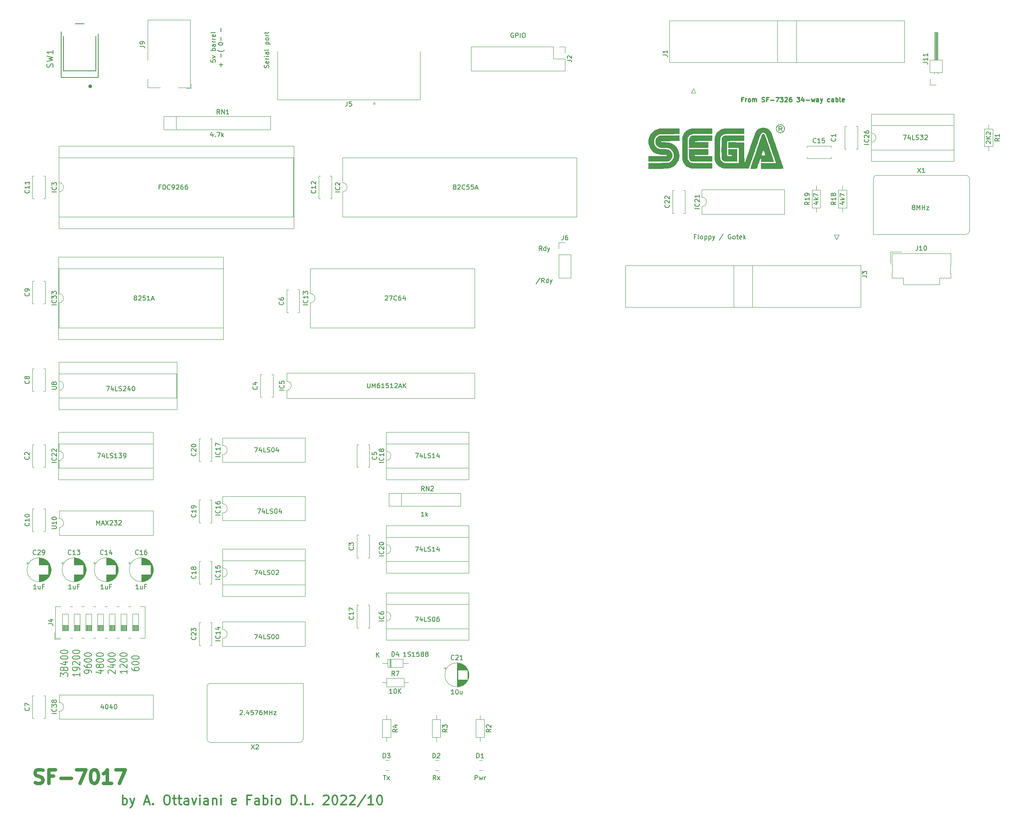
<source format=gbr>
%TF.GenerationSoftware,KiCad,Pcbnew,(6.0.6)*%
%TF.CreationDate,2022-10-29T21:57:17+02:00*%
%TF.ProjectId,SF-7017,53462d37-3031-4372-9e6b-696361645f70,rev?*%
%TF.SameCoordinates,Original*%
%TF.FileFunction,Legend,Top*%
%TF.FilePolarity,Positive*%
%FSLAX46Y46*%
G04 Gerber Fmt 4.6, Leading zero omitted, Abs format (unit mm)*
G04 Created by KiCad (PCBNEW (6.0.6)) date 2022-10-29 21:57:17*
%MOMM*%
%LPD*%
G01*
G04 APERTURE LIST*
%ADD10C,0.150000*%
%ADD11C,0.250000*%
%ADD12C,0.300000*%
%ADD13C,0.200000*%
%ADD14C,0.750000*%
%ADD15C,0.120000*%
%ADD16C,0.127000*%
%ADD17C,0.400000*%
G04 APERTURE END LIST*
D10*
X89304761Y-24812142D02*
X89352380Y-24669285D01*
X89352380Y-24431190D01*
X89304761Y-24335952D01*
X89257142Y-24288333D01*
X89161904Y-24240714D01*
X89066666Y-24240714D01*
X88971428Y-24288333D01*
X88923809Y-24335952D01*
X88876190Y-24431190D01*
X88828571Y-24621666D01*
X88780952Y-24716904D01*
X88733333Y-24764523D01*
X88638095Y-24812142D01*
X88542857Y-24812142D01*
X88447619Y-24764523D01*
X88400000Y-24716904D01*
X88352380Y-24621666D01*
X88352380Y-24383571D01*
X88400000Y-24240714D01*
X89304761Y-23431190D02*
X89352380Y-23526428D01*
X89352380Y-23716904D01*
X89304761Y-23812142D01*
X89209523Y-23859761D01*
X88828571Y-23859761D01*
X88733333Y-23812142D01*
X88685714Y-23716904D01*
X88685714Y-23526428D01*
X88733333Y-23431190D01*
X88828571Y-23383571D01*
X88923809Y-23383571D01*
X89019047Y-23859761D01*
X89352380Y-22955000D02*
X88685714Y-22955000D01*
X88876190Y-22955000D02*
X88780952Y-22907380D01*
X88733333Y-22859761D01*
X88685714Y-22764523D01*
X88685714Y-22669285D01*
X89352380Y-22335952D02*
X88685714Y-22335952D01*
X88352380Y-22335952D02*
X88400000Y-22383571D01*
X88447619Y-22335952D01*
X88400000Y-22288333D01*
X88352380Y-22335952D01*
X88447619Y-22335952D01*
X89352380Y-21431190D02*
X88828571Y-21431190D01*
X88733333Y-21478809D01*
X88685714Y-21574047D01*
X88685714Y-21764523D01*
X88733333Y-21859761D01*
X89304761Y-21431190D02*
X89352380Y-21526428D01*
X89352380Y-21764523D01*
X89304761Y-21859761D01*
X89209523Y-21907380D01*
X89114285Y-21907380D01*
X89019047Y-21859761D01*
X88971428Y-21764523D01*
X88971428Y-21526428D01*
X88923809Y-21431190D01*
X89352380Y-20812142D02*
X89304761Y-20907380D01*
X89209523Y-20955000D01*
X88352380Y-20955000D01*
X88685714Y-19669285D02*
X89685714Y-19669285D01*
X88733333Y-19669285D02*
X88685714Y-19574047D01*
X88685714Y-19383571D01*
X88733333Y-19288333D01*
X88780952Y-19240714D01*
X88876190Y-19193095D01*
X89161904Y-19193095D01*
X89257142Y-19240714D01*
X89304761Y-19288333D01*
X89352380Y-19383571D01*
X89352380Y-19574047D01*
X89304761Y-19669285D01*
X89352380Y-18621666D02*
X89304761Y-18716904D01*
X89257142Y-18764523D01*
X89161904Y-18812142D01*
X88876190Y-18812142D01*
X88780952Y-18764523D01*
X88733333Y-18716904D01*
X88685714Y-18621666D01*
X88685714Y-18478809D01*
X88733333Y-18383571D01*
X88780952Y-18335952D01*
X88876190Y-18288333D01*
X89161904Y-18288333D01*
X89257142Y-18335952D01*
X89304761Y-18383571D01*
X89352380Y-18478809D01*
X89352380Y-18621666D01*
X89352380Y-17859761D02*
X88685714Y-17859761D01*
X88876190Y-17859761D02*
X88780952Y-17812142D01*
X88733333Y-17764523D01*
X88685714Y-17669285D01*
X88685714Y-17574047D01*
X88685714Y-17383571D02*
X88685714Y-17002619D01*
X88352380Y-17240714D02*
X89209523Y-17240714D01*
X89304761Y-17193095D01*
X89352380Y-17097857D01*
X89352380Y-17002619D01*
X182110714Y-61523571D02*
X181777380Y-61523571D01*
X181777380Y-62047380D02*
X181777380Y-61047380D01*
X182253571Y-61047380D01*
X182777380Y-62047380D02*
X182682142Y-61999761D01*
X182634523Y-61904523D01*
X182634523Y-61047380D01*
X183301190Y-62047380D02*
X183205952Y-61999761D01*
X183158333Y-61952142D01*
X183110714Y-61856904D01*
X183110714Y-61571190D01*
X183158333Y-61475952D01*
X183205952Y-61428333D01*
X183301190Y-61380714D01*
X183444047Y-61380714D01*
X183539285Y-61428333D01*
X183586904Y-61475952D01*
X183634523Y-61571190D01*
X183634523Y-61856904D01*
X183586904Y-61952142D01*
X183539285Y-61999761D01*
X183444047Y-62047380D01*
X183301190Y-62047380D01*
X184063095Y-61380714D02*
X184063095Y-62380714D01*
X184063095Y-61428333D02*
X184158333Y-61380714D01*
X184348809Y-61380714D01*
X184444047Y-61428333D01*
X184491666Y-61475952D01*
X184539285Y-61571190D01*
X184539285Y-61856904D01*
X184491666Y-61952142D01*
X184444047Y-61999761D01*
X184348809Y-62047380D01*
X184158333Y-62047380D01*
X184063095Y-61999761D01*
X184967857Y-61380714D02*
X184967857Y-62380714D01*
X184967857Y-61428333D02*
X185063095Y-61380714D01*
X185253571Y-61380714D01*
X185348809Y-61428333D01*
X185396428Y-61475952D01*
X185444047Y-61571190D01*
X185444047Y-61856904D01*
X185396428Y-61952142D01*
X185348809Y-61999761D01*
X185253571Y-62047380D01*
X185063095Y-62047380D01*
X184967857Y-61999761D01*
X185777380Y-61380714D02*
X186015476Y-62047380D01*
X186253571Y-61380714D02*
X186015476Y-62047380D01*
X185920238Y-62285476D01*
X185872619Y-62333095D01*
X185777380Y-62380714D01*
X188110714Y-60999761D02*
X187253571Y-62285476D01*
X189729761Y-61095000D02*
X189634523Y-61047380D01*
X189491666Y-61047380D01*
X189348809Y-61095000D01*
X189253571Y-61190238D01*
X189205952Y-61285476D01*
X189158333Y-61475952D01*
X189158333Y-61618809D01*
X189205952Y-61809285D01*
X189253571Y-61904523D01*
X189348809Y-61999761D01*
X189491666Y-62047380D01*
X189586904Y-62047380D01*
X189729761Y-61999761D01*
X189777380Y-61952142D01*
X189777380Y-61618809D01*
X189586904Y-61618809D01*
X190348809Y-62047380D02*
X190253571Y-61999761D01*
X190205952Y-61952142D01*
X190158333Y-61856904D01*
X190158333Y-61571190D01*
X190205952Y-61475952D01*
X190253571Y-61428333D01*
X190348809Y-61380714D01*
X190491666Y-61380714D01*
X190586904Y-61428333D01*
X190634523Y-61475952D01*
X190682142Y-61571190D01*
X190682142Y-61856904D01*
X190634523Y-61952142D01*
X190586904Y-61999761D01*
X190491666Y-62047380D01*
X190348809Y-62047380D01*
X190967857Y-61380714D02*
X191348809Y-61380714D01*
X191110714Y-61047380D02*
X191110714Y-61904523D01*
X191158333Y-61999761D01*
X191253571Y-62047380D01*
X191348809Y-62047380D01*
X192063095Y-61999761D02*
X191967857Y-62047380D01*
X191777380Y-62047380D01*
X191682142Y-61999761D01*
X191634523Y-61904523D01*
X191634523Y-61523571D01*
X191682142Y-61428333D01*
X191777380Y-61380714D01*
X191967857Y-61380714D01*
X192063095Y-61428333D01*
X192110714Y-61523571D01*
X192110714Y-61618809D01*
X191634523Y-61714047D01*
X192539285Y-62047380D02*
X192539285Y-61047380D01*
X192634523Y-61666428D02*
X192920238Y-62047380D01*
X192920238Y-61380714D02*
X192539285Y-61761666D01*
X44100809Y-157214523D02*
X44100809Y-156409761D01*
X44710333Y-156843095D01*
X44710333Y-156657380D01*
X44786523Y-156533571D01*
X44862714Y-156471666D01*
X45015095Y-156409761D01*
X45396047Y-156409761D01*
X45548428Y-156471666D01*
X45624619Y-156533571D01*
X45700809Y-156657380D01*
X45700809Y-157028809D01*
X45624619Y-157152619D01*
X45548428Y-157214523D01*
X44786523Y-155666904D02*
X44710333Y-155790714D01*
X44634142Y-155852619D01*
X44481761Y-155914523D01*
X44405571Y-155914523D01*
X44253190Y-155852619D01*
X44177000Y-155790714D01*
X44100809Y-155666904D01*
X44100809Y-155419285D01*
X44177000Y-155295476D01*
X44253190Y-155233571D01*
X44405571Y-155171666D01*
X44481761Y-155171666D01*
X44634142Y-155233571D01*
X44710333Y-155295476D01*
X44786523Y-155419285D01*
X44786523Y-155666904D01*
X44862714Y-155790714D01*
X44938904Y-155852619D01*
X45091285Y-155914523D01*
X45396047Y-155914523D01*
X45548428Y-155852619D01*
X45624619Y-155790714D01*
X45700809Y-155666904D01*
X45700809Y-155419285D01*
X45624619Y-155295476D01*
X45548428Y-155233571D01*
X45396047Y-155171666D01*
X45091285Y-155171666D01*
X44938904Y-155233571D01*
X44862714Y-155295476D01*
X44786523Y-155419285D01*
X44634142Y-154057380D02*
X45700809Y-154057380D01*
X44024619Y-154366904D02*
X45167476Y-154676428D01*
X45167476Y-153871666D01*
X44100809Y-153128809D02*
X44100809Y-153005000D01*
X44177000Y-152881190D01*
X44253190Y-152819285D01*
X44405571Y-152757380D01*
X44710333Y-152695476D01*
X45091285Y-152695476D01*
X45396047Y-152757380D01*
X45548428Y-152819285D01*
X45624619Y-152881190D01*
X45700809Y-153005000D01*
X45700809Y-153128809D01*
X45624619Y-153252619D01*
X45548428Y-153314523D01*
X45396047Y-153376428D01*
X45091285Y-153438333D01*
X44710333Y-153438333D01*
X44405571Y-153376428D01*
X44253190Y-153314523D01*
X44177000Y-153252619D01*
X44100809Y-153128809D01*
X44100809Y-151890714D02*
X44100809Y-151766904D01*
X44177000Y-151643095D01*
X44253190Y-151581190D01*
X44405571Y-151519285D01*
X44710333Y-151457380D01*
X45091285Y-151457380D01*
X45396047Y-151519285D01*
X45548428Y-151581190D01*
X45624619Y-151643095D01*
X45700809Y-151766904D01*
X45700809Y-151890714D01*
X45624619Y-152014523D01*
X45548428Y-152076428D01*
X45396047Y-152138333D01*
X45091285Y-152200238D01*
X44710333Y-152200238D01*
X44405571Y-152138333D01*
X44253190Y-152076428D01*
X44177000Y-152014523D01*
X44100809Y-151890714D01*
X48276809Y-156409761D02*
X48276809Y-157152619D01*
X48276809Y-156781190D02*
X46676809Y-156781190D01*
X46905380Y-156905000D01*
X47057761Y-157028809D01*
X47133952Y-157152619D01*
X48276809Y-155790714D02*
X48276809Y-155543095D01*
X48200619Y-155419285D01*
X48124428Y-155357380D01*
X47895857Y-155233571D01*
X47591095Y-155171666D01*
X46981571Y-155171666D01*
X46829190Y-155233571D01*
X46753000Y-155295476D01*
X46676809Y-155419285D01*
X46676809Y-155666904D01*
X46753000Y-155790714D01*
X46829190Y-155852619D01*
X46981571Y-155914523D01*
X47362523Y-155914523D01*
X47514904Y-155852619D01*
X47591095Y-155790714D01*
X47667285Y-155666904D01*
X47667285Y-155419285D01*
X47591095Y-155295476D01*
X47514904Y-155233571D01*
X47362523Y-155171666D01*
X46829190Y-154676428D02*
X46753000Y-154614523D01*
X46676809Y-154490714D01*
X46676809Y-154181190D01*
X46753000Y-154057380D01*
X46829190Y-153995476D01*
X46981571Y-153933571D01*
X47133952Y-153933571D01*
X47362523Y-153995476D01*
X48276809Y-154738333D01*
X48276809Y-153933571D01*
X46676809Y-153128809D02*
X46676809Y-153005000D01*
X46753000Y-152881190D01*
X46829190Y-152819285D01*
X46981571Y-152757380D01*
X47286333Y-152695476D01*
X47667285Y-152695476D01*
X47972047Y-152757380D01*
X48124428Y-152819285D01*
X48200619Y-152881190D01*
X48276809Y-153005000D01*
X48276809Y-153128809D01*
X48200619Y-153252619D01*
X48124428Y-153314523D01*
X47972047Y-153376428D01*
X47667285Y-153438333D01*
X47286333Y-153438333D01*
X46981571Y-153376428D01*
X46829190Y-153314523D01*
X46753000Y-153252619D01*
X46676809Y-153128809D01*
X46676809Y-151890714D02*
X46676809Y-151766904D01*
X46753000Y-151643095D01*
X46829190Y-151581190D01*
X46981571Y-151519285D01*
X47286333Y-151457380D01*
X47667285Y-151457380D01*
X47972047Y-151519285D01*
X48124428Y-151581190D01*
X48200619Y-151643095D01*
X48276809Y-151766904D01*
X48276809Y-151890714D01*
X48200619Y-152014523D01*
X48124428Y-152076428D01*
X47972047Y-152138333D01*
X47667285Y-152200238D01*
X47286333Y-152200238D01*
X46981571Y-152138333D01*
X46829190Y-152076428D01*
X46753000Y-152014523D01*
X46676809Y-151890714D01*
X50852809Y-156409761D02*
X50852809Y-156162142D01*
X50776619Y-156038333D01*
X50700428Y-155976428D01*
X50471857Y-155852619D01*
X50167095Y-155790714D01*
X49557571Y-155790714D01*
X49405190Y-155852619D01*
X49329000Y-155914523D01*
X49252809Y-156038333D01*
X49252809Y-156285952D01*
X49329000Y-156409761D01*
X49405190Y-156471666D01*
X49557571Y-156533571D01*
X49938523Y-156533571D01*
X50090904Y-156471666D01*
X50167095Y-156409761D01*
X50243285Y-156285952D01*
X50243285Y-156038333D01*
X50167095Y-155914523D01*
X50090904Y-155852619D01*
X49938523Y-155790714D01*
X49252809Y-154676428D02*
X49252809Y-154924047D01*
X49329000Y-155047857D01*
X49405190Y-155109761D01*
X49633761Y-155233571D01*
X49938523Y-155295476D01*
X50548047Y-155295476D01*
X50700428Y-155233571D01*
X50776619Y-155171666D01*
X50852809Y-155047857D01*
X50852809Y-154800238D01*
X50776619Y-154676428D01*
X50700428Y-154614523D01*
X50548047Y-154552619D01*
X50167095Y-154552619D01*
X50014714Y-154614523D01*
X49938523Y-154676428D01*
X49862333Y-154800238D01*
X49862333Y-155047857D01*
X49938523Y-155171666D01*
X50014714Y-155233571D01*
X50167095Y-155295476D01*
X49252809Y-153747857D02*
X49252809Y-153624047D01*
X49329000Y-153500238D01*
X49405190Y-153438333D01*
X49557571Y-153376428D01*
X49862333Y-153314523D01*
X50243285Y-153314523D01*
X50548047Y-153376428D01*
X50700428Y-153438333D01*
X50776619Y-153500238D01*
X50852809Y-153624047D01*
X50852809Y-153747857D01*
X50776619Y-153871666D01*
X50700428Y-153933571D01*
X50548047Y-153995476D01*
X50243285Y-154057380D01*
X49862333Y-154057380D01*
X49557571Y-153995476D01*
X49405190Y-153933571D01*
X49329000Y-153871666D01*
X49252809Y-153747857D01*
X49252809Y-152509761D02*
X49252809Y-152385952D01*
X49329000Y-152262142D01*
X49405190Y-152200238D01*
X49557571Y-152138333D01*
X49862333Y-152076428D01*
X50243285Y-152076428D01*
X50548047Y-152138333D01*
X50700428Y-152200238D01*
X50776619Y-152262142D01*
X50852809Y-152385952D01*
X50852809Y-152509761D01*
X50776619Y-152633571D01*
X50700428Y-152695476D01*
X50548047Y-152757380D01*
X50243285Y-152819285D01*
X49862333Y-152819285D01*
X49557571Y-152757380D01*
X49405190Y-152695476D01*
X49329000Y-152633571D01*
X49252809Y-152509761D01*
X52362142Y-155914523D02*
X53428809Y-155914523D01*
X51752619Y-156224047D02*
X52895476Y-156533571D01*
X52895476Y-155728809D01*
X52514523Y-155047857D02*
X52438333Y-155171666D01*
X52362142Y-155233571D01*
X52209761Y-155295476D01*
X52133571Y-155295476D01*
X51981190Y-155233571D01*
X51905000Y-155171666D01*
X51828809Y-155047857D01*
X51828809Y-154800238D01*
X51905000Y-154676428D01*
X51981190Y-154614523D01*
X52133571Y-154552619D01*
X52209761Y-154552619D01*
X52362142Y-154614523D01*
X52438333Y-154676428D01*
X52514523Y-154800238D01*
X52514523Y-155047857D01*
X52590714Y-155171666D01*
X52666904Y-155233571D01*
X52819285Y-155295476D01*
X53124047Y-155295476D01*
X53276428Y-155233571D01*
X53352619Y-155171666D01*
X53428809Y-155047857D01*
X53428809Y-154800238D01*
X53352619Y-154676428D01*
X53276428Y-154614523D01*
X53124047Y-154552619D01*
X52819285Y-154552619D01*
X52666904Y-154614523D01*
X52590714Y-154676428D01*
X52514523Y-154800238D01*
X51828809Y-153747857D02*
X51828809Y-153624047D01*
X51905000Y-153500238D01*
X51981190Y-153438333D01*
X52133571Y-153376428D01*
X52438333Y-153314523D01*
X52819285Y-153314523D01*
X53124047Y-153376428D01*
X53276428Y-153438333D01*
X53352619Y-153500238D01*
X53428809Y-153624047D01*
X53428809Y-153747857D01*
X53352619Y-153871666D01*
X53276428Y-153933571D01*
X53124047Y-153995476D01*
X52819285Y-154057380D01*
X52438333Y-154057380D01*
X52133571Y-153995476D01*
X51981190Y-153933571D01*
X51905000Y-153871666D01*
X51828809Y-153747857D01*
X51828809Y-152509761D02*
X51828809Y-152385952D01*
X51905000Y-152262142D01*
X51981190Y-152200238D01*
X52133571Y-152138333D01*
X52438333Y-152076428D01*
X52819285Y-152076428D01*
X53124047Y-152138333D01*
X53276428Y-152200238D01*
X53352619Y-152262142D01*
X53428809Y-152385952D01*
X53428809Y-152509761D01*
X53352619Y-152633571D01*
X53276428Y-152695476D01*
X53124047Y-152757380D01*
X52819285Y-152819285D01*
X52438333Y-152819285D01*
X52133571Y-152757380D01*
X51981190Y-152695476D01*
X51905000Y-152633571D01*
X51828809Y-152509761D01*
X54557190Y-156533571D02*
X54481000Y-156471666D01*
X54404809Y-156347857D01*
X54404809Y-156038333D01*
X54481000Y-155914523D01*
X54557190Y-155852619D01*
X54709571Y-155790714D01*
X54861952Y-155790714D01*
X55090523Y-155852619D01*
X56004809Y-156595476D01*
X56004809Y-155790714D01*
X54938142Y-154676428D02*
X56004809Y-154676428D01*
X54328619Y-154985952D02*
X55471476Y-155295476D01*
X55471476Y-154490714D01*
X54404809Y-153747857D02*
X54404809Y-153624047D01*
X54481000Y-153500238D01*
X54557190Y-153438333D01*
X54709571Y-153376428D01*
X55014333Y-153314523D01*
X55395285Y-153314523D01*
X55700047Y-153376428D01*
X55852428Y-153438333D01*
X55928619Y-153500238D01*
X56004809Y-153624047D01*
X56004809Y-153747857D01*
X55928619Y-153871666D01*
X55852428Y-153933571D01*
X55700047Y-153995476D01*
X55395285Y-154057380D01*
X55014333Y-154057380D01*
X54709571Y-153995476D01*
X54557190Y-153933571D01*
X54481000Y-153871666D01*
X54404809Y-153747857D01*
X54404809Y-152509761D02*
X54404809Y-152385952D01*
X54481000Y-152262142D01*
X54557190Y-152200238D01*
X54709571Y-152138333D01*
X55014333Y-152076428D01*
X55395285Y-152076428D01*
X55700047Y-152138333D01*
X55852428Y-152200238D01*
X55928619Y-152262142D01*
X56004809Y-152385952D01*
X56004809Y-152509761D01*
X55928619Y-152633571D01*
X55852428Y-152695476D01*
X55700047Y-152757380D01*
X55395285Y-152819285D01*
X55014333Y-152819285D01*
X54709571Y-152757380D01*
X54557190Y-152695476D01*
X54481000Y-152633571D01*
X54404809Y-152509761D01*
X58580809Y-155790714D02*
X58580809Y-156533571D01*
X58580809Y-156162142D02*
X56980809Y-156162142D01*
X57209380Y-156285952D01*
X57361761Y-156409761D01*
X57437952Y-156533571D01*
X57133190Y-155295476D02*
X57057000Y-155233571D01*
X56980809Y-155109761D01*
X56980809Y-154800238D01*
X57057000Y-154676428D01*
X57133190Y-154614523D01*
X57285571Y-154552619D01*
X57437952Y-154552619D01*
X57666523Y-154614523D01*
X58580809Y-155357380D01*
X58580809Y-154552619D01*
X56980809Y-153747857D02*
X56980809Y-153624047D01*
X57057000Y-153500238D01*
X57133190Y-153438333D01*
X57285571Y-153376428D01*
X57590333Y-153314523D01*
X57971285Y-153314523D01*
X58276047Y-153376428D01*
X58428428Y-153438333D01*
X58504619Y-153500238D01*
X58580809Y-153624047D01*
X58580809Y-153747857D01*
X58504619Y-153871666D01*
X58428428Y-153933571D01*
X58276047Y-153995476D01*
X57971285Y-154057380D01*
X57590333Y-154057380D01*
X57285571Y-153995476D01*
X57133190Y-153933571D01*
X57057000Y-153871666D01*
X56980809Y-153747857D01*
X56980809Y-152509761D02*
X56980809Y-152385952D01*
X57057000Y-152262142D01*
X57133190Y-152200238D01*
X57285571Y-152138333D01*
X57590333Y-152076428D01*
X57971285Y-152076428D01*
X58276047Y-152138333D01*
X58428428Y-152200238D01*
X58504619Y-152262142D01*
X58580809Y-152385952D01*
X58580809Y-152509761D01*
X58504619Y-152633571D01*
X58428428Y-152695476D01*
X58276047Y-152757380D01*
X57971285Y-152819285D01*
X57590333Y-152819285D01*
X57285571Y-152757380D01*
X57133190Y-152695476D01*
X57057000Y-152633571D01*
X56980809Y-152509761D01*
X59556809Y-155295476D02*
X59556809Y-155543095D01*
X59633000Y-155666904D01*
X59709190Y-155728809D01*
X59937761Y-155852619D01*
X60242523Y-155914523D01*
X60852047Y-155914523D01*
X61004428Y-155852619D01*
X61080619Y-155790714D01*
X61156809Y-155666904D01*
X61156809Y-155419285D01*
X61080619Y-155295476D01*
X61004428Y-155233571D01*
X60852047Y-155171666D01*
X60471095Y-155171666D01*
X60318714Y-155233571D01*
X60242523Y-155295476D01*
X60166333Y-155419285D01*
X60166333Y-155666904D01*
X60242523Y-155790714D01*
X60318714Y-155852619D01*
X60471095Y-155914523D01*
X59556809Y-154366904D02*
X59556809Y-154243095D01*
X59633000Y-154119285D01*
X59709190Y-154057380D01*
X59861571Y-153995476D01*
X60166333Y-153933571D01*
X60547285Y-153933571D01*
X60852047Y-153995476D01*
X61004428Y-154057380D01*
X61080619Y-154119285D01*
X61156809Y-154243095D01*
X61156809Y-154366904D01*
X61080619Y-154490714D01*
X61004428Y-154552619D01*
X60852047Y-154614523D01*
X60547285Y-154676428D01*
X60166333Y-154676428D01*
X59861571Y-154614523D01*
X59709190Y-154552619D01*
X59633000Y-154490714D01*
X59556809Y-154366904D01*
X59556809Y-153128809D02*
X59556809Y-153005000D01*
X59633000Y-152881190D01*
X59709190Y-152819285D01*
X59861571Y-152757380D01*
X60166333Y-152695476D01*
X60547285Y-152695476D01*
X60852047Y-152757380D01*
X61004428Y-152819285D01*
X61080619Y-152881190D01*
X61156809Y-153005000D01*
X61156809Y-153128809D01*
X61080619Y-153252619D01*
X61004428Y-153314523D01*
X60852047Y-153376428D01*
X60547285Y-153438333D01*
X60166333Y-153438333D01*
X59861571Y-153376428D01*
X59709190Y-153314523D01*
X59633000Y-153252619D01*
X59556809Y-153128809D01*
X142510000Y-17280000D02*
X142414761Y-17232380D01*
X142271904Y-17232380D01*
X142129047Y-17280000D01*
X142033809Y-17375238D01*
X141986190Y-17470476D01*
X141938571Y-17660952D01*
X141938571Y-17803809D01*
X141986190Y-17994285D01*
X142033809Y-18089523D01*
X142129047Y-18184761D01*
X142271904Y-18232380D01*
X142367142Y-18232380D01*
X142510000Y-18184761D01*
X142557619Y-18137142D01*
X142557619Y-17803809D01*
X142367142Y-17803809D01*
X142986190Y-18232380D02*
X142986190Y-17232380D01*
X143367142Y-17232380D01*
X143462380Y-17280000D01*
X143510000Y-17327619D01*
X143557619Y-17422857D01*
X143557619Y-17565714D01*
X143510000Y-17660952D01*
X143462380Y-17708571D01*
X143367142Y-17756190D01*
X142986190Y-17756190D01*
X143986190Y-18232380D02*
X143986190Y-17232380D01*
X144652857Y-17232380D02*
X144843333Y-17232380D01*
X144938571Y-17280000D01*
X145033809Y-17375238D01*
X145081428Y-17565714D01*
X145081428Y-17899047D01*
X145033809Y-18089523D01*
X144938571Y-18184761D01*
X144843333Y-18232380D01*
X144652857Y-18232380D01*
X144557619Y-18184761D01*
X144462380Y-18089523D01*
X144414761Y-17899047D01*
X144414761Y-17565714D01*
X144462380Y-17375238D01*
X144557619Y-17280000D01*
X144652857Y-17232380D01*
D11*
X192390476Y-31678571D02*
X192057142Y-31678571D01*
X192057142Y-32202380D02*
X192057142Y-31202380D01*
X192533333Y-31202380D01*
X192914285Y-32202380D02*
X192914285Y-31535714D01*
X192914285Y-31726190D02*
X192961904Y-31630952D01*
X193009523Y-31583333D01*
X193104761Y-31535714D01*
X193200000Y-31535714D01*
X193676190Y-32202380D02*
X193580952Y-32154761D01*
X193533333Y-32107142D01*
X193485714Y-32011904D01*
X193485714Y-31726190D01*
X193533333Y-31630952D01*
X193580952Y-31583333D01*
X193676190Y-31535714D01*
X193819047Y-31535714D01*
X193914285Y-31583333D01*
X193961904Y-31630952D01*
X194009523Y-31726190D01*
X194009523Y-32011904D01*
X193961904Y-32107142D01*
X193914285Y-32154761D01*
X193819047Y-32202380D01*
X193676190Y-32202380D01*
X194438095Y-32202380D02*
X194438095Y-31535714D01*
X194438095Y-31630952D02*
X194485714Y-31583333D01*
X194580952Y-31535714D01*
X194723809Y-31535714D01*
X194819047Y-31583333D01*
X194866666Y-31678571D01*
X194866666Y-32202380D01*
X194866666Y-31678571D02*
X194914285Y-31583333D01*
X195009523Y-31535714D01*
X195152380Y-31535714D01*
X195247619Y-31583333D01*
X195295238Y-31678571D01*
X195295238Y-32202380D01*
X196485714Y-32154761D02*
X196628571Y-32202380D01*
X196866666Y-32202380D01*
X196961904Y-32154761D01*
X197009523Y-32107142D01*
X197057142Y-32011904D01*
X197057142Y-31916666D01*
X197009523Y-31821428D01*
X196961904Y-31773809D01*
X196866666Y-31726190D01*
X196676190Y-31678571D01*
X196580952Y-31630952D01*
X196533333Y-31583333D01*
X196485714Y-31488095D01*
X196485714Y-31392857D01*
X196533333Y-31297619D01*
X196580952Y-31250000D01*
X196676190Y-31202380D01*
X196914285Y-31202380D01*
X197057142Y-31250000D01*
X197819047Y-31678571D02*
X197485714Y-31678571D01*
X197485714Y-32202380D02*
X197485714Y-31202380D01*
X197961904Y-31202380D01*
X198342857Y-31821428D02*
X199104761Y-31821428D01*
X199485714Y-31202380D02*
X200152380Y-31202380D01*
X199723809Y-32202380D01*
X200438095Y-31202380D02*
X201057142Y-31202380D01*
X200723809Y-31583333D01*
X200866666Y-31583333D01*
X200961904Y-31630952D01*
X201009523Y-31678571D01*
X201057142Y-31773809D01*
X201057142Y-32011904D01*
X201009523Y-32107142D01*
X200961904Y-32154761D01*
X200866666Y-32202380D01*
X200580952Y-32202380D01*
X200485714Y-32154761D01*
X200438095Y-32107142D01*
X201438095Y-31297619D02*
X201485714Y-31250000D01*
X201580952Y-31202380D01*
X201819047Y-31202380D01*
X201914285Y-31250000D01*
X201961904Y-31297619D01*
X202009523Y-31392857D01*
X202009523Y-31488095D01*
X201961904Y-31630952D01*
X201390476Y-32202380D01*
X202009523Y-32202380D01*
X202866666Y-31202380D02*
X202676190Y-31202380D01*
X202580952Y-31250000D01*
X202533333Y-31297619D01*
X202438095Y-31440476D01*
X202390476Y-31630952D01*
X202390476Y-32011904D01*
X202438095Y-32107142D01*
X202485714Y-32154761D01*
X202580952Y-32202380D01*
X202771428Y-32202380D01*
X202866666Y-32154761D01*
X202914285Y-32107142D01*
X202961904Y-32011904D01*
X202961904Y-31773809D01*
X202914285Y-31678571D01*
X202866666Y-31630952D01*
X202771428Y-31583333D01*
X202580952Y-31583333D01*
X202485714Y-31630952D01*
X202438095Y-31678571D01*
X202390476Y-31773809D01*
X204057142Y-31202380D02*
X204676190Y-31202380D01*
X204342857Y-31583333D01*
X204485714Y-31583333D01*
X204580952Y-31630952D01*
X204628571Y-31678571D01*
X204676190Y-31773809D01*
X204676190Y-32011904D01*
X204628571Y-32107142D01*
X204580952Y-32154761D01*
X204485714Y-32202380D01*
X204200000Y-32202380D01*
X204104761Y-32154761D01*
X204057142Y-32107142D01*
X205533333Y-31535714D02*
X205533333Y-32202380D01*
X205295238Y-31154761D02*
X205057142Y-31869047D01*
X205676190Y-31869047D01*
X206057142Y-31821428D02*
X206819047Y-31821428D01*
X207200000Y-31535714D02*
X207390476Y-32202380D01*
X207580952Y-31726190D01*
X207771428Y-32202380D01*
X207961904Y-31535714D01*
X208771428Y-32202380D02*
X208771428Y-31678571D01*
X208723809Y-31583333D01*
X208628571Y-31535714D01*
X208438095Y-31535714D01*
X208342857Y-31583333D01*
X208771428Y-32154761D02*
X208676190Y-32202380D01*
X208438095Y-32202380D01*
X208342857Y-32154761D01*
X208295238Y-32059523D01*
X208295238Y-31964285D01*
X208342857Y-31869047D01*
X208438095Y-31821428D01*
X208676190Y-31821428D01*
X208771428Y-31773809D01*
X209152380Y-31535714D02*
X209390476Y-32202380D01*
X209628571Y-31535714D02*
X209390476Y-32202380D01*
X209295238Y-32440476D01*
X209247619Y-32488095D01*
X209152380Y-32535714D01*
X211200000Y-32154761D02*
X211104761Y-32202380D01*
X210914285Y-32202380D01*
X210819047Y-32154761D01*
X210771428Y-32107142D01*
X210723809Y-32011904D01*
X210723809Y-31726190D01*
X210771428Y-31630952D01*
X210819047Y-31583333D01*
X210914285Y-31535714D01*
X211104761Y-31535714D01*
X211200000Y-31583333D01*
X212057142Y-32202380D02*
X212057142Y-31678571D01*
X212009523Y-31583333D01*
X211914285Y-31535714D01*
X211723809Y-31535714D01*
X211628571Y-31583333D01*
X212057142Y-32154761D02*
X211961904Y-32202380D01*
X211723809Y-32202380D01*
X211628571Y-32154761D01*
X211580952Y-32059523D01*
X211580952Y-31964285D01*
X211628571Y-31869047D01*
X211723809Y-31821428D01*
X211961904Y-31821428D01*
X212057142Y-31773809D01*
X212533333Y-32202380D02*
X212533333Y-31202380D01*
X212533333Y-31583333D02*
X212628571Y-31535714D01*
X212819047Y-31535714D01*
X212914285Y-31583333D01*
X212961904Y-31630952D01*
X213009523Y-31726190D01*
X213009523Y-32011904D01*
X212961904Y-32107142D01*
X212914285Y-32154761D01*
X212819047Y-32202380D01*
X212628571Y-32202380D01*
X212533333Y-32154761D01*
X213580952Y-32202380D02*
X213485714Y-32154761D01*
X213438095Y-32059523D01*
X213438095Y-31202380D01*
X214342857Y-32154761D02*
X214247619Y-32202380D01*
X214057142Y-32202380D01*
X213961904Y-32154761D01*
X213914285Y-32059523D01*
X213914285Y-31678571D01*
X213961904Y-31583333D01*
X214057142Y-31535714D01*
X214247619Y-31535714D01*
X214342857Y-31583333D01*
X214390476Y-31678571D01*
X214390476Y-31773809D01*
X213914285Y-31869047D01*
D12*
X57613333Y-185054761D02*
X57613333Y-183054761D01*
X57613333Y-183816666D02*
X57803809Y-183721428D01*
X58184761Y-183721428D01*
X58375238Y-183816666D01*
X58470476Y-183911904D01*
X58565714Y-184102380D01*
X58565714Y-184673809D01*
X58470476Y-184864285D01*
X58375238Y-184959523D01*
X58184761Y-185054761D01*
X57803809Y-185054761D01*
X57613333Y-184959523D01*
X59232380Y-183721428D02*
X59708571Y-185054761D01*
X60184761Y-183721428D02*
X59708571Y-185054761D01*
X59518095Y-185530952D01*
X59422857Y-185626190D01*
X59232380Y-185721428D01*
X62375238Y-184483333D02*
X63327619Y-184483333D01*
X62184761Y-185054761D02*
X62851428Y-183054761D01*
X63518095Y-185054761D01*
X64184761Y-184864285D02*
X64280000Y-184959523D01*
X64184761Y-185054761D01*
X64089523Y-184959523D01*
X64184761Y-184864285D01*
X64184761Y-185054761D01*
X67041904Y-183054761D02*
X67422857Y-183054761D01*
X67613333Y-183150000D01*
X67803809Y-183340476D01*
X67899047Y-183721428D01*
X67899047Y-184388095D01*
X67803809Y-184769047D01*
X67613333Y-184959523D01*
X67422857Y-185054761D01*
X67041904Y-185054761D01*
X66851428Y-184959523D01*
X66660952Y-184769047D01*
X66565714Y-184388095D01*
X66565714Y-183721428D01*
X66660952Y-183340476D01*
X66851428Y-183150000D01*
X67041904Y-183054761D01*
X68470476Y-183721428D02*
X69232380Y-183721428D01*
X68756190Y-183054761D02*
X68756190Y-184769047D01*
X68851428Y-184959523D01*
X69041904Y-185054761D01*
X69232380Y-185054761D01*
X69613333Y-183721428D02*
X70375238Y-183721428D01*
X69899047Y-183054761D02*
X69899047Y-184769047D01*
X69994285Y-184959523D01*
X70184761Y-185054761D01*
X70375238Y-185054761D01*
X71899047Y-185054761D02*
X71899047Y-184007142D01*
X71803809Y-183816666D01*
X71613333Y-183721428D01*
X71232380Y-183721428D01*
X71041904Y-183816666D01*
X71899047Y-184959523D02*
X71708571Y-185054761D01*
X71232380Y-185054761D01*
X71041904Y-184959523D01*
X70946666Y-184769047D01*
X70946666Y-184578571D01*
X71041904Y-184388095D01*
X71232380Y-184292857D01*
X71708571Y-184292857D01*
X71899047Y-184197619D01*
X72660952Y-183721428D02*
X73137142Y-185054761D01*
X73613333Y-183721428D01*
X74375238Y-185054761D02*
X74375238Y-183721428D01*
X74375238Y-183054761D02*
X74280000Y-183150000D01*
X74375238Y-183245238D01*
X74470476Y-183150000D01*
X74375238Y-183054761D01*
X74375238Y-183245238D01*
X76184761Y-185054761D02*
X76184761Y-184007142D01*
X76089523Y-183816666D01*
X75899047Y-183721428D01*
X75518095Y-183721428D01*
X75327619Y-183816666D01*
X76184761Y-184959523D02*
X75994285Y-185054761D01*
X75518095Y-185054761D01*
X75327619Y-184959523D01*
X75232380Y-184769047D01*
X75232380Y-184578571D01*
X75327619Y-184388095D01*
X75518095Y-184292857D01*
X75994285Y-184292857D01*
X76184761Y-184197619D01*
X77137142Y-183721428D02*
X77137142Y-185054761D01*
X77137142Y-183911904D02*
X77232380Y-183816666D01*
X77422857Y-183721428D01*
X77708571Y-183721428D01*
X77899047Y-183816666D01*
X77994285Y-184007142D01*
X77994285Y-185054761D01*
X78946666Y-185054761D02*
X78946666Y-183721428D01*
X78946666Y-183054761D02*
X78851428Y-183150000D01*
X78946666Y-183245238D01*
X79041904Y-183150000D01*
X78946666Y-183054761D01*
X78946666Y-183245238D01*
X82184761Y-184959523D02*
X81994285Y-185054761D01*
X81613333Y-185054761D01*
X81422857Y-184959523D01*
X81327619Y-184769047D01*
X81327619Y-184007142D01*
X81422857Y-183816666D01*
X81613333Y-183721428D01*
X81994285Y-183721428D01*
X82184761Y-183816666D01*
X82279999Y-184007142D01*
X82279999Y-184197619D01*
X81327619Y-184388095D01*
X85327619Y-184007142D02*
X84660952Y-184007142D01*
X84660952Y-185054761D02*
X84660952Y-183054761D01*
X85613333Y-183054761D01*
X87232380Y-185054761D02*
X87232380Y-184007142D01*
X87137142Y-183816666D01*
X86946666Y-183721428D01*
X86565714Y-183721428D01*
X86375238Y-183816666D01*
X87232380Y-184959523D02*
X87041904Y-185054761D01*
X86565714Y-185054761D01*
X86375238Y-184959523D01*
X86280000Y-184769047D01*
X86280000Y-184578571D01*
X86375238Y-184388095D01*
X86565714Y-184292857D01*
X87041904Y-184292857D01*
X87232380Y-184197619D01*
X88184761Y-185054761D02*
X88184761Y-183054761D01*
X88184761Y-183816666D02*
X88375238Y-183721428D01*
X88756190Y-183721428D01*
X88946666Y-183816666D01*
X89041904Y-183911904D01*
X89137142Y-184102380D01*
X89137142Y-184673809D01*
X89041904Y-184864285D01*
X88946666Y-184959523D01*
X88756190Y-185054761D01*
X88375238Y-185054761D01*
X88184761Y-184959523D01*
X89994285Y-185054761D02*
X89994285Y-183721428D01*
X89994285Y-183054761D02*
X89899047Y-183150000D01*
X89994285Y-183245238D01*
X90089523Y-183150000D01*
X89994285Y-183054761D01*
X89994285Y-183245238D01*
X91232380Y-185054761D02*
X91041904Y-184959523D01*
X90946666Y-184864285D01*
X90851428Y-184673809D01*
X90851428Y-184102380D01*
X90946666Y-183911904D01*
X91041904Y-183816666D01*
X91232380Y-183721428D01*
X91518095Y-183721428D01*
X91708571Y-183816666D01*
X91803809Y-183911904D01*
X91899047Y-184102380D01*
X91899047Y-184673809D01*
X91803809Y-184864285D01*
X91708571Y-184959523D01*
X91518095Y-185054761D01*
X91232380Y-185054761D01*
X94279999Y-185054761D02*
X94279999Y-183054761D01*
X94756190Y-183054761D01*
X95041904Y-183150000D01*
X95232380Y-183340476D01*
X95327619Y-183530952D01*
X95422857Y-183911904D01*
X95422857Y-184197619D01*
X95327619Y-184578571D01*
X95232380Y-184769047D01*
X95041904Y-184959523D01*
X94756190Y-185054761D01*
X94279999Y-185054761D01*
X96279999Y-184864285D02*
X96375238Y-184959523D01*
X96279999Y-185054761D01*
X96184761Y-184959523D01*
X96279999Y-184864285D01*
X96279999Y-185054761D01*
X98184761Y-185054761D02*
X97232380Y-185054761D01*
X97232380Y-183054761D01*
X98851428Y-184864285D02*
X98946666Y-184959523D01*
X98851428Y-185054761D01*
X98756190Y-184959523D01*
X98851428Y-184864285D01*
X98851428Y-185054761D01*
X101232380Y-183245238D02*
X101327619Y-183150000D01*
X101518095Y-183054761D01*
X101994285Y-183054761D01*
X102184761Y-183150000D01*
X102279999Y-183245238D01*
X102375238Y-183435714D01*
X102375238Y-183626190D01*
X102279999Y-183911904D01*
X101137142Y-185054761D01*
X102375238Y-185054761D01*
X103613333Y-183054761D02*
X103803809Y-183054761D01*
X103994285Y-183150000D01*
X104089523Y-183245238D01*
X104184761Y-183435714D01*
X104279999Y-183816666D01*
X104279999Y-184292857D01*
X104184761Y-184673809D01*
X104089523Y-184864285D01*
X103994285Y-184959523D01*
X103803809Y-185054761D01*
X103613333Y-185054761D01*
X103422857Y-184959523D01*
X103327619Y-184864285D01*
X103232380Y-184673809D01*
X103137142Y-184292857D01*
X103137142Y-183816666D01*
X103232380Y-183435714D01*
X103327619Y-183245238D01*
X103422857Y-183150000D01*
X103613333Y-183054761D01*
X105041904Y-183245238D02*
X105137142Y-183150000D01*
X105327619Y-183054761D01*
X105803809Y-183054761D01*
X105994285Y-183150000D01*
X106089523Y-183245238D01*
X106184761Y-183435714D01*
X106184761Y-183626190D01*
X106089523Y-183911904D01*
X104946666Y-185054761D01*
X106184761Y-185054761D01*
X106946666Y-183245238D02*
X107041904Y-183150000D01*
X107232380Y-183054761D01*
X107708571Y-183054761D01*
X107899047Y-183150000D01*
X107994285Y-183245238D01*
X108089523Y-183435714D01*
X108089523Y-183626190D01*
X107994285Y-183911904D01*
X106851428Y-185054761D01*
X108089523Y-185054761D01*
X110375238Y-182959523D02*
X108660952Y-185530952D01*
X112089523Y-185054761D02*
X110946666Y-185054761D01*
X111518095Y-185054761D02*
X111518095Y-183054761D01*
X111327619Y-183340476D01*
X111137142Y-183530952D01*
X110946666Y-183626190D01*
X113327619Y-183054761D02*
X113518095Y-183054761D01*
X113708571Y-183150000D01*
X113803809Y-183245238D01*
X113899047Y-183435714D01*
X113994285Y-183816666D01*
X113994285Y-184292857D01*
X113899047Y-184673809D01*
X113803809Y-184864285D01*
X113708571Y-184959523D01*
X113518095Y-185054761D01*
X113327619Y-185054761D01*
X113137142Y-184959523D01*
X113041904Y-184864285D01*
X112946666Y-184673809D01*
X112851428Y-184292857D01*
X112851428Y-183816666D01*
X112946666Y-183435714D01*
X113041904Y-183245238D01*
X113137142Y-183150000D01*
X113327619Y-183054761D01*
D13*
X148320238Y-70524761D02*
X147463095Y-71810476D01*
X149225000Y-71572380D02*
X148891666Y-71096190D01*
X148653571Y-71572380D02*
X148653571Y-70572380D01*
X149034523Y-70572380D01*
X149129761Y-70620000D01*
X149177380Y-70667619D01*
X149225000Y-70762857D01*
X149225000Y-70905714D01*
X149177380Y-71000952D01*
X149129761Y-71048571D01*
X149034523Y-71096190D01*
X148653571Y-71096190D01*
X150082142Y-71572380D02*
X150082142Y-70572380D01*
X150082142Y-71524761D02*
X149986904Y-71572380D01*
X149796428Y-71572380D01*
X149701190Y-71524761D01*
X149653571Y-71477142D01*
X149605952Y-71381904D01*
X149605952Y-71096190D01*
X149653571Y-71000952D01*
X149701190Y-70953333D01*
X149796428Y-70905714D01*
X149986904Y-70905714D01*
X150082142Y-70953333D01*
X150463095Y-70905714D02*
X150701190Y-71572380D01*
X150939285Y-70905714D02*
X150701190Y-71572380D01*
X150605952Y-71810476D01*
X150558333Y-71858095D01*
X150463095Y-71905714D01*
D10*
X114249523Y-178690380D02*
X114820952Y-178690380D01*
X114535238Y-179690380D02*
X114535238Y-178690380D01*
X115059047Y-179690380D02*
X115582857Y-179023714D01*
X115059047Y-179023714D02*
X115582857Y-179690380D01*
D13*
X148701190Y-64587380D02*
X148367857Y-64111190D01*
X148129761Y-64587380D02*
X148129761Y-63587380D01*
X148510714Y-63587380D01*
X148605952Y-63635000D01*
X148653571Y-63682619D01*
X148701190Y-63777857D01*
X148701190Y-63920714D01*
X148653571Y-64015952D01*
X148605952Y-64063571D01*
X148510714Y-64111190D01*
X148129761Y-64111190D01*
X149558333Y-64587380D02*
X149558333Y-63587380D01*
X149558333Y-64539761D02*
X149463095Y-64587380D01*
X149272619Y-64587380D01*
X149177380Y-64539761D01*
X149129761Y-64492142D01*
X149082142Y-64396904D01*
X149082142Y-64111190D01*
X149129761Y-64015952D01*
X149177380Y-63968333D01*
X149272619Y-63920714D01*
X149463095Y-63920714D01*
X149558333Y-63968333D01*
X149939285Y-63920714D02*
X150177380Y-64587380D01*
X150415476Y-63920714D02*
X150177380Y-64587380D01*
X150082142Y-64825476D01*
X150034523Y-64873095D01*
X149939285Y-64920714D01*
D10*
X125639761Y-179690380D02*
X125306428Y-179214190D01*
X125068333Y-179690380D02*
X125068333Y-178690380D01*
X125449285Y-178690380D01*
X125544523Y-178738000D01*
X125592142Y-178785619D01*
X125639761Y-178880857D01*
X125639761Y-179023714D01*
X125592142Y-179118952D01*
X125544523Y-179166571D01*
X125449285Y-179214190D01*
X125068333Y-179214190D01*
X125973095Y-179690380D02*
X126496904Y-179023714D01*
X125973095Y-179023714D02*
X126496904Y-179690380D01*
X76752380Y-23058095D02*
X76752380Y-23534285D01*
X77228571Y-23581904D01*
X77180952Y-23534285D01*
X77133333Y-23439047D01*
X77133333Y-23200952D01*
X77180952Y-23105714D01*
X77228571Y-23058095D01*
X77323809Y-23010476D01*
X77561904Y-23010476D01*
X77657142Y-23058095D01*
X77704761Y-23105714D01*
X77752380Y-23200952D01*
X77752380Y-23439047D01*
X77704761Y-23534285D01*
X77657142Y-23581904D01*
X77085714Y-22677142D02*
X77752380Y-22439047D01*
X77085714Y-22200952D01*
X77752380Y-21058095D02*
X76752380Y-21058095D01*
X77133333Y-21058095D02*
X77085714Y-20962857D01*
X77085714Y-20772380D01*
X77133333Y-20677142D01*
X77180952Y-20629523D01*
X77276190Y-20581904D01*
X77561904Y-20581904D01*
X77657142Y-20629523D01*
X77704761Y-20677142D01*
X77752380Y-20772380D01*
X77752380Y-20962857D01*
X77704761Y-21058095D01*
X77752380Y-19724761D02*
X77228571Y-19724761D01*
X77133333Y-19772380D01*
X77085714Y-19867619D01*
X77085714Y-20058095D01*
X77133333Y-20153333D01*
X77704761Y-19724761D02*
X77752380Y-19820000D01*
X77752380Y-20058095D01*
X77704761Y-20153333D01*
X77609523Y-20200952D01*
X77514285Y-20200952D01*
X77419047Y-20153333D01*
X77371428Y-20058095D01*
X77371428Y-19820000D01*
X77323809Y-19724761D01*
X77752380Y-19248571D02*
X77085714Y-19248571D01*
X77276190Y-19248571D02*
X77180952Y-19200952D01*
X77133333Y-19153333D01*
X77085714Y-19058095D01*
X77085714Y-18962857D01*
X77752380Y-18629523D02*
X77085714Y-18629523D01*
X77276190Y-18629523D02*
X77180952Y-18581904D01*
X77133333Y-18534285D01*
X77085714Y-18439047D01*
X77085714Y-18343809D01*
X77704761Y-17629523D02*
X77752380Y-17724761D01*
X77752380Y-17915238D01*
X77704761Y-18010476D01*
X77609523Y-18058095D01*
X77228571Y-18058095D01*
X77133333Y-18010476D01*
X77085714Y-17915238D01*
X77085714Y-17724761D01*
X77133333Y-17629523D01*
X77228571Y-17581904D01*
X77323809Y-17581904D01*
X77419047Y-18058095D01*
X77752380Y-17010476D02*
X77704761Y-17105714D01*
X77609523Y-17153333D01*
X76752380Y-17153333D01*
X78981428Y-24510476D02*
X78981428Y-23748571D01*
X79362380Y-24129523D02*
X78600476Y-24129523D01*
X78981428Y-22510476D02*
X78981428Y-21748571D01*
X79743333Y-20986666D02*
X79695714Y-21034285D01*
X79552857Y-21129523D01*
X79457619Y-21177142D01*
X79314761Y-21224761D01*
X79076666Y-21272380D01*
X78886190Y-21272380D01*
X78648095Y-21224761D01*
X78505238Y-21177142D01*
X78410000Y-21129523D01*
X78267142Y-21034285D01*
X78219523Y-20986666D01*
X78362380Y-19653333D02*
X78362380Y-19558095D01*
X78410000Y-19462857D01*
X78457619Y-19415238D01*
X78552857Y-19367619D01*
X78743333Y-19320000D01*
X78981428Y-19320000D01*
X79171904Y-19367619D01*
X79267142Y-19415238D01*
X79314761Y-19462857D01*
X79362380Y-19558095D01*
X79362380Y-19653333D01*
X79314761Y-19748571D01*
X79267142Y-19796190D01*
X79171904Y-19843809D01*
X78981428Y-19891428D01*
X78743333Y-19891428D01*
X78552857Y-19843809D01*
X78457619Y-19796190D01*
X78410000Y-19748571D01*
X78362380Y-19653333D01*
X78981428Y-18891428D02*
X78981428Y-18129523D01*
X78981428Y-16891428D02*
X78981428Y-16129523D01*
X134164761Y-179690380D02*
X134164761Y-178690380D01*
X134545714Y-178690380D01*
X134640952Y-178738000D01*
X134688571Y-178785619D01*
X134736190Y-178880857D01*
X134736190Y-179023714D01*
X134688571Y-179118952D01*
X134640952Y-179166571D01*
X134545714Y-179214190D01*
X134164761Y-179214190D01*
X135069523Y-179023714D02*
X135260000Y-179690380D01*
X135450476Y-179214190D01*
X135640952Y-179690380D01*
X135831428Y-179023714D01*
X136212380Y-179690380D02*
X136212380Y-179023714D01*
X136212380Y-179214190D02*
X136260000Y-179118952D01*
X136307619Y-179071333D01*
X136402857Y-179023714D01*
X136498095Y-179023714D01*
D14*
X38545714Y-180284285D02*
X38974285Y-180427142D01*
X39688571Y-180427142D01*
X39974285Y-180284285D01*
X40117142Y-180141428D01*
X40260000Y-179855714D01*
X40260000Y-179570000D01*
X40117142Y-179284285D01*
X39974285Y-179141428D01*
X39688571Y-178998571D01*
X39117142Y-178855714D01*
X38831428Y-178712857D01*
X38688571Y-178570000D01*
X38545714Y-178284285D01*
X38545714Y-177998571D01*
X38688571Y-177712857D01*
X38831428Y-177570000D01*
X39117142Y-177427142D01*
X39831428Y-177427142D01*
X40260000Y-177570000D01*
X42545714Y-178855714D02*
X41545714Y-178855714D01*
X41545714Y-180427142D02*
X41545714Y-177427142D01*
X42974285Y-177427142D01*
X44117142Y-179284285D02*
X46402857Y-179284285D01*
X47545714Y-177427142D02*
X49545714Y-177427142D01*
X48260000Y-180427142D01*
X51260000Y-177427142D02*
X51545714Y-177427142D01*
X51831428Y-177570000D01*
X51974285Y-177712857D01*
X52117142Y-177998571D01*
X52260000Y-178570000D01*
X52260000Y-179284285D01*
X52117142Y-179855714D01*
X51974285Y-180141428D01*
X51831428Y-180284285D01*
X51545714Y-180427142D01*
X51260000Y-180427142D01*
X50974285Y-180284285D01*
X50831428Y-180141428D01*
X50688571Y-179855714D01*
X50545714Y-179284285D01*
X50545714Y-178570000D01*
X50688571Y-177998571D01*
X50831428Y-177712857D01*
X50974285Y-177570000D01*
X51260000Y-177427142D01*
X55117142Y-180427142D02*
X53402857Y-180427142D01*
X54260000Y-180427142D02*
X54260000Y-177427142D01*
X53974285Y-177855714D01*
X53688571Y-178141428D01*
X53402857Y-178284285D01*
X56117142Y-177427142D02*
X58117142Y-177427142D01*
X56831428Y-180427142D01*
D10*
%TO.C,C3*%
X107672142Y-129071666D02*
X107719761Y-129119285D01*
X107767380Y-129262142D01*
X107767380Y-129357380D01*
X107719761Y-129500238D01*
X107624523Y-129595476D01*
X107529285Y-129643095D01*
X107338809Y-129690714D01*
X107195952Y-129690714D01*
X107005476Y-129643095D01*
X106910238Y-129595476D01*
X106815000Y-129500238D01*
X106767380Y-129357380D01*
X106767380Y-129262142D01*
X106815000Y-129119285D01*
X106862619Y-129071666D01*
X106767380Y-128738333D02*
X106767380Y-128119285D01*
X107148333Y-128452619D01*
X107148333Y-128309761D01*
X107195952Y-128214523D01*
X107243571Y-128166904D01*
X107338809Y-128119285D01*
X107576904Y-128119285D01*
X107672142Y-128166904D01*
X107719761Y-128214523D01*
X107767380Y-128309761D01*
X107767380Y-128595476D01*
X107719761Y-128690714D01*
X107672142Y-128738333D01*
%TO.C,C22*%
X176292142Y-54617857D02*
X176339761Y-54665476D01*
X176387380Y-54808333D01*
X176387380Y-54903571D01*
X176339761Y-55046428D01*
X176244523Y-55141666D01*
X176149285Y-55189285D01*
X175958809Y-55236904D01*
X175815952Y-55236904D01*
X175625476Y-55189285D01*
X175530238Y-55141666D01*
X175435000Y-55046428D01*
X175387380Y-54903571D01*
X175387380Y-54808333D01*
X175435000Y-54665476D01*
X175482619Y-54617857D01*
X175482619Y-54236904D02*
X175435000Y-54189285D01*
X175387380Y-54094047D01*
X175387380Y-53855952D01*
X175435000Y-53760714D01*
X175482619Y-53713095D01*
X175577857Y-53665476D01*
X175673095Y-53665476D01*
X175815952Y-53713095D01*
X176387380Y-54284523D01*
X176387380Y-53665476D01*
X175482619Y-53284523D02*
X175435000Y-53236904D01*
X175387380Y-53141666D01*
X175387380Y-52903571D01*
X175435000Y-52808333D01*
X175482619Y-52760714D01*
X175577857Y-52713095D01*
X175673095Y-52713095D01*
X175815952Y-52760714D01*
X176387380Y-53332142D01*
X176387380Y-52713095D01*
%TO.C,IC17*%
X78762380Y-109392380D02*
X77762380Y-109392380D01*
X78667142Y-108344761D02*
X78714761Y-108392380D01*
X78762380Y-108535238D01*
X78762380Y-108630476D01*
X78714761Y-108773333D01*
X78619523Y-108868571D01*
X78524285Y-108916190D01*
X78333809Y-108963809D01*
X78190952Y-108963809D01*
X78000476Y-108916190D01*
X77905238Y-108868571D01*
X77810000Y-108773333D01*
X77762380Y-108630476D01*
X77762380Y-108535238D01*
X77810000Y-108392380D01*
X77857619Y-108344761D01*
X78762380Y-107392380D02*
X78762380Y-107963809D01*
X78762380Y-107678095D02*
X77762380Y-107678095D01*
X77905238Y-107773333D01*
X78000476Y-107868571D01*
X78048095Y-107963809D01*
X77762380Y-107059047D02*
X77762380Y-106392380D01*
X78762380Y-106820952D01*
X86257142Y-107402380D02*
X86923809Y-107402380D01*
X86495238Y-108402380D01*
X87733333Y-107735714D02*
X87733333Y-108402380D01*
X87495238Y-107354761D02*
X87257142Y-108069047D01*
X87876190Y-108069047D01*
X88733333Y-108402380D02*
X88257142Y-108402380D01*
X88257142Y-107402380D01*
X89019047Y-108354761D02*
X89161904Y-108402380D01*
X89400000Y-108402380D01*
X89495238Y-108354761D01*
X89542857Y-108307142D01*
X89590476Y-108211904D01*
X89590476Y-108116666D01*
X89542857Y-108021428D01*
X89495238Y-107973809D01*
X89400000Y-107926190D01*
X89209523Y-107878571D01*
X89114285Y-107830952D01*
X89066666Y-107783333D01*
X89019047Y-107688095D01*
X89019047Y-107592857D01*
X89066666Y-107497619D01*
X89114285Y-107450000D01*
X89209523Y-107402380D01*
X89447619Y-107402380D01*
X89590476Y-107450000D01*
X90209523Y-107402380D02*
X90304761Y-107402380D01*
X90400000Y-107450000D01*
X90447619Y-107497619D01*
X90495238Y-107592857D01*
X90542857Y-107783333D01*
X90542857Y-108021428D01*
X90495238Y-108211904D01*
X90447619Y-108307142D01*
X90400000Y-108354761D01*
X90304761Y-108402380D01*
X90209523Y-108402380D01*
X90114285Y-108354761D01*
X90066666Y-108307142D01*
X90019047Y-108211904D01*
X89971428Y-108021428D01*
X89971428Y-107783333D01*
X90019047Y-107592857D01*
X90066666Y-107497619D01*
X90114285Y-107450000D01*
X90209523Y-107402380D01*
X91400000Y-107735714D02*
X91400000Y-108402380D01*
X91161904Y-107354761D02*
X90923809Y-108069047D01*
X91542857Y-108069047D01*
%TO.C,IC20*%
X114322380Y-130982380D02*
X113322380Y-130982380D01*
X114227142Y-129934761D02*
X114274761Y-129982380D01*
X114322380Y-130125238D01*
X114322380Y-130220476D01*
X114274761Y-130363333D01*
X114179523Y-130458571D01*
X114084285Y-130506190D01*
X113893809Y-130553809D01*
X113750952Y-130553809D01*
X113560476Y-130506190D01*
X113465238Y-130458571D01*
X113370000Y-130363333D01*
X113322380Y-130220476D01*
X113322380Y-130125238D01*
X113370000Y-129982380D01*
X113417619Y-129934761D01*
X113417619Y-129553809D02*
X113370000Y-129506190D01*
X113322380Y-129410952D01*
X113322380Y-129172857D01*
X113370000Y-129077619D01*
X113417619Y-129030000D01*
X113512857Y-128982380D01*
X113608095Y-128982380D01*
X113750952Y-129030000D01*
X114322380Y-129601428D01*
X114322380Y-128982380D01*
X113322380Y-128363333D02*
X113322380Y-128268095D01*
X113370000Y-128172857D01*
X113417619Y-128125238D01*
X113512857Y-128077619D01*
X113703333Y-128030000D01*
X113941428Y-128030000D01*
X114131904Y-128077619D01*
X114227142Y-128125238D01*
X114274761Y-128172857D01*
X114322380Y-128268095D01*
X114322380Y-128363333D01*
X114274761Y-128458571D01*
X114227142Y-128506190D01*
X114131904Y-128553809D01*
X113941428Y-128601428D01*
X113703333Y-128601428D01*
X113512857Y-128553809D01*
X113417619Y-128506190D01*
X113370000Y-128458571D01*
X113322380Y-128363333D01*
X121182142Y-128992380D02*
X121848809Y-128992380D01*
X121420238Y-129992380D01*
X122658333Y-129325714D02*
X122658333Y-129992380D01*
X122420238Y-128944761D02*
X122182142Y-129659047D01*
X122801190Y-129659047D01*
X123658333Y-129992380D02*
X123182142Y-129992380D01*
X123182142Y-128992380D01*
X123944047Y-129944761D02*
X124086904Y-129992380D01*
X124325000Y-129992380D01*
X124420238Y-129944761D01*
X124467857Y-129897142D01*
X124515476Y-129801904D01*
X124515476Y-129706666D01*
X124467857Y-129611428D01*
X124420238Y-129563809D01*
X124325000Y-129516190D01*
X124134523Y-129468571D01*
X124039285Y-129420952D01*
X123991666Y-129373333D01*
X123944047Y-129278095D01*
X123944047Y-129182857D01*
X123991666Y-129087619D01*
X124039285Y-129040000D01*
X124134523Y-128992380D01*
X124372619Y-128992380D01*
X124515476Y-129040000D01*
X125467857Y-129992380D02*
X124896428Y-129992380D01*
X125182142Y-129992380D02*
X125182142Y-128992380D01*
X125086904Y-129135238D01*
X124991666Y-129230476D01*
X124896428Y-129278095D01*
X126325000Y-129325714D02*
X126325000Y-129992380D01*
X126086904Y-128944761D02*
X125848809Y-129659047D01*
X126467857Y-129659047D01*
%TO.C,IC26*%
X219732380Y-41447380D02*
X218732380Y-41447380D01*
X219637142Y-40399761D02*
X219684761Y-40447380D01*
X219732380Y-40590238D01*
X219732380Y-40685476D01*
X219684761Y-40828333D01*
X219589523Y-40923571D01*
X219494285Y-40971190D01*
X219303809Y-41018809D01*
X219160952Y-41018809D01*
X218970476Y-40971190D01*
X218875238Y-40923571D01*
X218780000Y-40828333D01*
X218732380Y-40685476D01*
X218732380Y-40590238D01*
X218780000Y-40447380D01*
X218827619Y-40399761D01*
X218827619Y-40018809D02*
X218780000Y-39971190D01*
X218732380Y-39875952D01*
X218732380Y-39637857D01*
X218780000Y-39542619D01*
X218827619Y-39495000D01*
X218922857Y-39447380D01*
X219018095Y-39447380D01*
X219160952Y-39495000D01*
X219732380Y-40066428D01*
X219732380Y-39447380D01*
X218732380Y-38590238D02*
X218732380Y-38780714D01*
X218780000Y-38875952D01*
X218827619Y-38923571D01*
X218970476Y-39018809D01*
X219160952Y-39066428D01*
X219541904Y-39066428D01*
X219637142Y-39018809D01*
X219684761Y-38971190D01*
X219732380Y-38875952D01*
X219732380Y-38685476D01*
X219684761Y-38590238D01*
X219637142Y-38542619D01*
X219541904Y-38495000D01*
X219303809Y-38495000D01*
X219208571Y-38542619D01*
X219160952Y-38590238D01*
X219113333Y-38685476D01*
X219113333Y-38875952D01*
X219160952Y-38971190D01*
X219208571Y-39018809D01*
X219303809Y-39066428D01*
X227227142Y-39447380D02*
X227893809Y-39447380D01*
X227465238Y-40447380D01*
X228703333Y-39780714D02*
X228703333Y-40447380D01*
X228465238Y-39399761D02*
X228227142Y-40114047D01*
X228846190Y-40114047D01*
X229703333Y-40447380D02*
X229227142Y-40447380D01*
X229227142Y-39447380D01*
X229989047Y-40399761D02*
X230131904Y-40447380D01*
X230370000Y-40447380D01*
X230465238Y-40399761D01*
X230512857Y-40352142D01*
X230560476Y-40256904D01*
X230560476Y-40161666D01*
X230512857Y-40066428D01*
X230465238Y-40018809D01*
X230370000Y-39971190D01*
X230179523Y-39923571D01*
X230084285Y-39875952D01*
X230036666Y-39828333D01*
X229989047Y-39733095D01*
X229989047Y-39637857D01*
X230036666Y-39542619D01*
X230084285Y-39495000D01*
X230179523Y-39447380D01*
X230417619Y-39447380D01*
X230560476Y-39495000D01*
X230893809Y-39447380D02*
X231512857Y-39447380D01*
X231179523Y-39828333D01*
X231322380Y-39828333D01*
X231417619Y-39875952D01*
X231465238Y-39923571D01*
X231512857Y-40018809D01*
X231512857Y-40256904D01*
X231465238Y-40352142D01*
X231417619Y-40399761D01*
X231322380Y-40447380D01*
X231036666Y-40447380D01*
X230941428Y-40399761D01*
X230893809Y-40352142D01*
X231893809Y-39542619D02*
X231941428Y-39495000D01*
X232036666Y-39447380D01*
X232274761Y-39447380D01*
X232370000Y-39495000D01*
X232417619Y-39542619D01*
X232465238Y-39637857D01*
X232465238Y-39733095D01*
X232417619Y-39875952D01*
X231846190Y-40447380D01*
X232465238Y-40447380D01*
%TO.C,J1*%
X174962380Y-22040833D02*
X175676666Y-22040833D01*
X175819523Y-22088452D01*
X175914761Y-22183690D01*
X175962380Y-22326547D01*
X175962380Y-22421785D01*
X175962380Y-21040833D02*
X175962380Y-21612261D01*
X175962380Y-21326547D02*
X174962380Y-21326547D01*
X175105238Y-21421785D01*
X175200476Y-21517023D01*
X175248095Y-21612261D01*
%TO.C,IC15*%
X78762380Y-136062380D02*
X77762380Y-136062380D01*
X78667142Y-135014761D02*
X78714761Y-135062380D01*
X78762380Y-135205238D01*
X78762380Y-135300476D01*
X78714761Y-135443333D01*
X78619523Y-135538571D01*
X78524285Y-135586190D01*
X78333809Y-135633809D01*
X78190952Y-135633809D01*
X78000476Y-135586190D01*
X77905238Y-135538571D01*
X77810000Y-135443333D01*
X77762380Y-135300476D01*
X77762380Y-135205238D01*
X77810000Y-135062380D01*
X77857619Y-135014761D01*
X78762380Y-134062380D02*
X78762380Y-134633809D01*
X78762380Y-134348095D02*
X77762380Y-134348095D01*
X77905238Y-134443333D01*
X78000476Y-134538571D01*
X78048095Y-134633809D01*
X77762380Y-133157619D02*
X77762380Y-133633809D01*
X78238571Y-133681428D01*
X78190952Y-133633809D01*
X78143333Y-133538571D01*
X78143333Y-133300476D01*
X78190952Y-133205238D01*
X78238571Y-133157619D01*
X78333809Y-133110000D01*
X78571904Y-133110000D01*
X78667142Y-133157619D01*
X78714761Y-133205238D01*
X78762380Y-133300476D01*
X78762380Y-133538571D01*
X78714761Y-133633809D01*
X78667142Y-133681428D01*
X86257142Y-134072380D02*
X86923809Y-134072380D01*
X86495238Y-135072380D01*
X87733333Y-134405714D02*
X87733333Y-135072380D01*
X87495238Y-134024761D02*
X87257142Y-134739047D01*
X87876190Y-134739047D01*
X88733333Y-135072380D02*
X88257142Y-135072380D01*
X88257142Y-134072380D01*
X89019047Y-135024761D02*
X89161904Y-135072380D01*
X89400000Y-135072380D01*
X89495238Y-135024761D01*
X89542857Y-134977142D01*
X89590476Y-134881904D01*
X89590476Y-134786666D01*
X89542857Y-134691428D01*
X89495238Y-134643809D01*
X89400000Y-134596190D01*
X89209523Y-134548571D01*
X89114285Y-134500952D01*
X89066666Y-134453333D01*
X89019047Y-134358095D01*
X89019047Y-134262857D01*
X89066666Y-134167619D01*
X89114285Y-134120000D01*
X89209523Y-134072380D01*
X89447619Y-134072380D01*
X89590476Y-134120000D01*
X90209523Y-134072380D02*
X90304761Y-134072380D01*
X90400000Y-134120000D01*
X90447619Y-134167619D01*
X90495238Y-134262857D01*
X90542857Y-134453333D01*
X90542857Y-134691428D01*
X90495238Y-134881904D01*
X90447619Y-134977142D01*
X90400000Y-135024761D01*
X90304761Y-135072380D01*
X90209523Y-135072380D01*
X90114285Y-135024761D01*
X90066666Y-134977142D01*
X90019047Y-134881904D01*
X89971428Y-134691428D01*
X89971428Y-134453333D01*
X90019047Y-134262857D01*
X90066666Y-134167619D01*
X90114285Y-134120000D01*
X90209523Y-134072380D01*
X90923809Y-134167619D02*
X90971428Y-134120000D01*
X91066666Y-134072380D01*
X91304761Y-134072380D01*
X91400000Y-134120000D01*
X91447619Y-134167619D01*
X91495238Y-134262857D01*
X91495238Y-134358095D01*
X91447619Y-134500952D01*
X90876190Y-135072380D01*
X91495238Y-135072380D01*
%TO.C,J6*%
X153336666Y-61257380D02*
X153336666Y-61971666D01*
X153289047Y-62114523D01*
X153193809Y-62209761D01*
X153050952Y-62257380D01*
X152955714Y-62257380D01*
X154241428Y-61257380D02*
X154050952Y-61257380D01*
X153955714Y-61305000D01*
X153908095Y-61352619D01*
X153812857Y-61495476D01*
X153765238Y-61685952D01*
X153765238Y-62066904D01*
X153812857Y-62162142D01*
X153860476Y-62209761D01*
X153955714Y-62257380D01*
X154146190Y-62257380D01*
X154241428Y-62209761D01*
X154289047Y-62162142D01*
X154336666Y-62066904D01*
X154336666Y-61828809D01*
X154289047Y-61733571D01*
X154241428Y-61685952D01*
X154146190Y-61638333D01*
X153955714Y-61638333D01*
X153860476Y-61685952D01*
X153812857Y-61733571D01*
X153765238Y-61828809D01*
%TO.C,C7*%
X37227142Y-163996666D02*
X37274761Y-164044285D01*
X37322380Y-164187142D01*
X37322380Y-164282380D01*
X37274761Y-164425238D01*
X37179523Y-164520476D01*
X37084285Y-164568095D01*
X36893809Y-164615714D01*
X36750952Y-164615714D01*
X36560476Y-164568095D01*
X36465238Y-164520476D01*
X36370000Y-164425238D01*
X36322380Y-164282380D01*
X36322380Y-164187142D01*
X36370000Y-164044285D01*
X36417619Y-163996666D01*
X36322380Y-163663333D02*
X36322380Y-162996666D01*
X37322380Y-163425238D01*
%TO.C,C1*%
X212447142Y-40171666D02*
X212494761Y-40219285D01*
X212542380Y-40362142D01*
X212542380Y-40457380D01*
X212494761Y-40600238D01*
X212399523Y-40695476D01*
X212304285Y-40743095D01*
X212113809Y-40790714D01*
X211970952Y-40790714D01*
X211780476Y-40743095D01*
X211685238Y-40695476D01*
X211590000Y-40600238D01*
X211542380Y-40457380D01*
X211542380Y-40362142D01*
X211590000Y-40219285D01*
X211637619Y-40171666D01*
X212542380Y-39219285D02*
X212542380Y-39790714D01*
X212542380Y-39505000D02*
X211542380Y-39505000D01*
X211685238Y-39600238D01*
X211780476Y-39695476D01*
X211828095Y-39790714D01*
%TO.C,SW1*%
X42423750Y-24728911D02*
X42490462Y-24528777D01*
X42490462Y-24195220D01*
X42423750Y-24061798D01*
X42357039Y-23995086D01*
X42223617Y-23928375D01*
X42090194Y-23928375D01*
X41956771Y-23995086D01*
X41890060Y-24061798D01*
X41823349Y-24195220D01*
X41756638Y-24462065D01*
X41689926Y-24595488D01*
X41623215Y-24662199D01*
X41489792Y-24728911D01*
X41356370Y-24728911D01*
X41222947Y-24662199D01*
X41156236Y-24595488D01*
X41089525Y-24462065D01*
X41089525Y-24128509D01*
X41156236Y-23928375D01*
X41089525Y-23461396D02*
X42490462Y-23127840D01*
X41489792Y-22860995D01*
X42490462Y-22594149D01*
X41089525Y-22260593D01*
X42490462Y-20993079D02*
X42490462Y-21793614D01*
X42490462Y-21393346D02*
X41089525Y-21393346D01*
X41289659Y-21526769D01*
X41423081Y-21660191D01*
X41489792Y-21793614D01*
%TO.C,C19*%
X73422142Y-121927857D02*
X73469761Y-121975476D01*
X73517380Y-122118333D01*
X73517380Y-122213571D01*
X73469761Y-122356428D01*
X73374523Y-122451666D01*
X73279285Y-122499285D01*
X73088809Y-122546904D01*
X72945952Y-122546904D01*
X72755476Y-122499285D01*
X72660238Y-122451666D01*
X72565000Y-122356428D01*
X72517380Y-122213571D01*
X72517380Y-122118333D01*
X72565000Y-121975476D01*
X72612619Y-121927857D01*
X73517380Y-120975476D02*
X73517380Y-121546904D01*
X73517380Y-121261190D02*
X72517380Y-121261190D01*
X72660238Y-121356428D01*
X72755476Y-121451666D01*
X72803095Y-121546904D01*
X73517380Y-120499285D02*
X73517380Y-120308809D01*
X73469761Y-120213571D01*
X73422142Y-120165952D01*
X73279285Y-120070714D01*
X73088809Y-120023095D01*
X72707857Y-120023095D01*
X72612619Y-120070714D01*
X72565000Y-120118333D01*
X72517380Y-120213571D01*
X72517380Y-120404047D01*
X72565000Y-120499285D01*
X72612619Y-120546904D01*
X72707857Y-120594523D01*
X72945952Y-120594523D01*
X73041190Y-120546904D01*
X73088809Y-120499285D01*
X73136428Y-120404047D01*
X73136428Y-120213571D01*
X73088809Y-120118333D01*
X73041190Y-120070714D01*
X72945952Y-120023095D01*
%TO.C,IC38*%
X43222380Y-165272380D02*
X42222380Y-165272380D01*
X43127142Y-164224761D02*
X43174761Y-164272380D01*
X43222380Y-164415238D01*
X43222380Y-164510476D01*
X43174761Y-164653333D01*
X43079523Y-164748571D01*
X42984285Y-164796190D01*
X42793809Y-164843809D01*
X42650952Y-164843809D01*
X42460476Y-164796190D01*
X42365238Y-164748571D01*
X42270000Y-164653333D01*
X42222380Y-164510476D01*
X42222380Y-164415238D01*
X42270000Y-164272380D01*
X42317619Y-164224761D01*
X42222380Y-163891428D02*
X42222380Y-163272380D01*
X42603333Y-163605714D01*
X42603333Y-163462857D01*
X42650952Y-163367619D01*
X42698571Y-163320000D01*
X42793809Y-163272380D01*
X43031904Y-163272380D01*
X43127142Y-163320000D01*
X43174761Y-163367619D01*
X43222380Y-163462857D01*
X43222380Y-163748571D01*
X43174761Y-163843809D01*
X43127142Y-163891428D01*
X42650952Y-162700952D02*
X42603333Y-162796190D01*
X42555714Y-162843809D01*
X42460476Y-162891428D01*
X42412857Y-162891428D01*
X42317619Y-162843809D01*
X42270000Y-162796190D01*
X42222380Y-162700952D01*
X42222380Y-162510476D01*
X42270000Y-162415238D01*
X42317619Y-162367619D01*
X42412857Y-162320000D01*
X42460476Y-162320000D01*
X42555714Y-162367619D01*
X42603333Y-162415238D01*
X42650952Y-162510476D01*
X42650952Y-162700952D01*
X42698571Y-162796190D01*
X42746190Y-162843809D01*
X42841428Y-162891428D01*
X43031904Y-162891428D01*
X43127142Y-162843809D01*
X43174761Y-162796190D01*
X43222380Y-162700952D01*
X43222380Y-162510476D01*
X43174761Y-162415238D01*
X43127142Y-162367619D01*
X43031904Y-162320000D01*
X42841428Y-162320000D01*
X42746190Y-162367619D01*
X42698571Y-162415238D01*
X42650952Y-162510476D01*
X53371904Y-163605714D02*
X53371904Y-164272380D01*
X53133809Y-163224761D02*
X52895714Y-163939047D01*
X53514761Y-163939047D01*
X54086190Y-163272380D02*
X54181428Y-163272380D01*
X54276666Y-163320000D01*
X54324285Y-163367619D01*
X54371904Y-163462857D01*
X54419523Y-163653333D01*
X54419523Y-163891428D01*
X54371904Y-164081904D01*
X54324285Y-164177142D01*
X54276666Y-164224761D01*
X54181428Y-164272380D01*
X54086190Y-164272380D01*
X53990952Y-164224761D01*
X53943333Y-164177142D01*
X53895714Y-164081904D01*
X53848095Y-163891428D01*
X53848095Y-163653333D01*
X53895714Y-163462857D01*
X53943333Y-163367619D01*
X53990952Y-163320000D01*
X54086190Y-163272380D01*
X55276666Y-163605714D02*
X55276666Y-164272380D01*
X55038571Y-163224761D02*
X54800476Y-163939047D01*
X55419523Y-163939047D01*
X55990952Y-163272380D02*
X56086190Y-163272380D01*
X56181428Y-163320000D01*
X56229047Y-163367619D01*
X56276666Y-163462857D01*
X56324285Y-163653333D01*
X56324285Y-163891428D01*
X56276666Y-164081904D01*
X56229047Y-164177142D01*
X56181428Y-164224761D01*
X56086190Y-164272380D01*
X55990952Y-164272380D01*
X55895714Y-164224761D01*
X55848095Y-164177142D01*
X55800476Y-164081904D01*
X55752857Y-163891428D01*
X55752857Y-163653333D01*
X55800476Y-163462857D01*
X55848095Y-163367619D01*
X55895714Y-163320000D01*
X55990952Y-163272380D01*
%TO.C,RN2*%
X123134523Y-116797380D02*
X122801190Y-116321190D01*
X122563095Y-116797380D02*
X122563095Y-115797380D01*
X122944047Y-115797380D01*
X123039285Y-115845000D01*
X123086904Y-115892619D01*
X123134523Y-115987857D01*
X123134523Y-116130714D01*
X123086904Y-116225952D01*
X123039285Y-116273571D01*
X122944047Y-116321190D01*
X122563095Y-116321190D01*
X123563095Y-116797380D02*
X123563095Y-115797380D01*
X124134523Y-116797380D01*
X124134523Y-115797380D01*
X124563095Y-115892619D02*
X124610714Y-115845000D01*
X124705952Y-115797380D01*
X124944047Y-115797380D01*
X125039285Y-115845000D01*
X125086904Y-115892619D01*
X125134523Y-115987857D01*
X125134523Y-116083095D01*
X125086904Y-116225952D01*
X124515476Y-116797380D01*
X125134523Y-116797380D01*
X123070952Y-122372380D02*
X122499523Y-122372380D01*
X122785238Y-122372380D02*
X122785238Y-121372380D01*
X122690000Y-121515238D01*
X122594761Y-121610476D01*
X122499523Y-121658095D01*
X123499523Y-122372380D02*
X123499523Y-121372380D01*
X123594761Y-121991428D02*
X123880476Y-122372380D01*
X123880476Y-121705714D02*
X123499523Y-122086666D01*
%TO.C,R7*%
X116673333Y-157037380D02*
X116340000Y-156561190D01*
X116101904Y-157037380D02*
X116101904Y-156037380D01*
X116482857Y-156037380D01*
X116578095Y-156085000D01*
X116625714Y-156132619D01*
X116673333Y-156227857D01*
X116673333Y-156370714D01*
X116625714Y-156465952D01*
X116578095Y-156513571D01*
X116482857Y-156561190D01*
X116101904Y-156561190D01*
X117006666Y-156037380D02*
X117673333Y-156037380D01*
X117244761Y-157037380D01*
X116149523Y-160877380D02*
X115578095Y-160877380D01*
X115863809Y-160877380D02*
X115863809Y-159877380D01*
X115768571Y-160020238D01*
X115673333Y-160115476D01*
X115578095Y-160163095D01*
X116768571Y-159877380D02*
X116863809Y-159877380D01*
X116959047Y-159925000D01*
X117006666Y-159972619D01*
X117054285Y-160067857D01*
X117101904Y-160258333D01*
X117101904Y-160496428D01*
X117054285Y-160686904D01*
X117006666Y-160782142D01*
X116959047Y-160829761D01*
X116863809Y-160877380D01*
X116768571Y-160877380D01*
X116673333Y-160829761D01*
X116625714Y-160782142D01*
X116578095Y-160686904D01*
X116530476Y-160496428D01*
X116530476Y-160258333D01*
X116578095Y-160067857D01*
X116625714Y-159972619D01*
X116673333Y-159925000D01*
X116768571Y-159877380D01*
X117530476Y-160877380D02*
X117530476Y-159877380D01*
X118101904Y-160877380D02*
X117673333Y-160305952D01*
X118101904Y-159877380D02*
X117530476Y-160448809D01*
%TO.C,IC21*%
X182902380Y-55417380D02*
X181902380Y-55417380D01*
X182807142Y-54369761D02*
X182854761Y-54417380D01*
X182902380Y-54560238D01*
X182902380Y-54655476D01*
X182854761Y-54798333D01*
X182759523Y-54893571D01*
X182664285Y-54941190D01*
X182473809Y-54988809D01*
X182330952Y-54988809D01*
X182140476Y-54941190D01*
X182045238Y-54893571D01*
X181950000Y-54798333D01*
X181902380Y-54655476D01*
X181902380Y-54560238D01*
X181950000Y-54417380D01*
X181997619Y-54369761D01*
X181997619Y-53988809D02*
X181950000Y-53941190D01*
X181902380Y-53845952D01*
X181902380Y-53607857D01*
X181950000Y-53512619D01*
X181997619Y-53465000D01*
X182092857Y-53417380D01*
X182188095Y-53417380D01*
X182330952Y-53465000D01*
X182902380Y-54036428D01*
X182902380Y-53417380D01*
X182902380Y-52465000D02*
X182902380Y-53036428D01*
X182902380Y-52750714D02*
X181902380Y-52750714D01*
X182045238Y-52845952D01*
X182140476Y-52941190D01*
X182188095Y-53036428D01*
%TO.C,IC14*%
X78762380Y-149397380D02*
X77762380Y-149397380D01*
X78667142Y-148349761D02*
X78714761Y-148397380D01*
X78762380Y-148540238D01*
X78762380Y-148635476D01*
X78714761Y-148778333D01*
X78619523Y-148873571D01*
X78524285Y-148921190D01*
X78333809Y-148968809D01*
X78190952Y-148968809D01*
X78000476Y-148921190D01*
X77905238Y-148873571D01*
X77810000Y-148778333D01*
X77762380Y-148635476D01*
X77762380Y-148540238D01*
X77810000Y-148397380D01*
X77857619Y-148349761D01*
X78762380Y-147397380D02*
X78762380Y-147968809D01*
X78762380Y-147683095D02*
X77762380Y-147683095D01*
X77905238Y-147778333D01*
X78000476Y-147873571D01*
X78048095Y-147968809D01*
X78095714Y-146540238D02*
X78762380Y-146540238D01*
X77714761Y-146778333D02*
X78429047Y-147016428D01*
X78429047Y-146397380D01*
X86257142Y-148042380D02*
X86923809Y-148042380D01*
X86495238Y-149042380D01*
X87733333Y-148375714D02*
X87733333Y-149042380D01*
X87495238Y-147994761D02*
X87257142Y-148709047D01*
X87876190Y-148709047D01*
X88733333Y-149042380D02*
X88257142Y-149042380D01*
X88257142Y-148042380D01*
X89019047Y-148994761D02*
X89161904Y-149042380D01*
X89400000Y-149042380D01*
X89495238Y-148994761D01*
X89542857Y-148947142D01*
X89590476Y-148851904D01*
X89590476Y-148756666D01*
X89542857Y-148661428D01*
X89495238Y-148613809D01*
X89400000Y-148566190D01*
X89209523Y-148518571D01*
X89114285Y-148470952D01*
X89066666Y-148423333D01*
X89019047Y-148328095D01*
X89019047Y-148232857D01*
X89066666Y-148137619D01*
X89114285Y-148090000D01*
X89209523Y-148042380D01*
X89447619Y-148042380D01*
X89590476Y-148090000D01*
X90209523Y-148042380D02*
X90304761Y-148042380D01*
X90400000Y-148090000D01*
X90447619Y-148137619D01*
X90495238Y-148232857D01*
X90542857Y-148423333D01*
X90542857Y-148661428D01*
X90495238Y-148851904D01*
X90447619Y-148947142D01*
X90400000Y-148994761D01*
X90304761Y-149042380D01*
X90209523Y-149042380D01*
X90114285Y-148994761D01*
X90066666Y-148947142D01*
X90019047Y-148851904D01*
X89971428Y-148661428D01*
X89971428Y-148423333D01*
X90019047Y-148232857D01*
X90066666Y-148137619D01*
X90114285Y-148090000D01*
X90209523Y-148042380D01*
X91161904Y-148042380D02*
X91257142Y-148042380D01*
X91352380Y-148090000D01*
X91400000Y-148137619D01*
X91447619Y-148232857D01*
X91495238Y-148423333D01*
X91495238Y-148661428D01*
X91447619Y-148851904D01*
X91400000Y-148947142D01*
X91352380Y-148994761D01*
X91257142Y-149042380D01*
X91161904Y-149042380D01*
X91066666Y-148994761D01*
X91019047Y-148947142D01*
X90971428Y-148851904D01*
X90923809Y-148661428D01*
X90923809Y-148423333D01*
X90971428Y-148232857D01*
X91019047Y-148137619D01*
X91066666Y-148090000D01*
X91161904Y-148042380D01*
%TO.C,C15*%
X208232142Y-41037142D02*
X208184523Y-41084761D01*
X208041666Y-41132380D01*
X207946428Y-41132380D01*
X207803571Y-41084761D01*
X207708333Y-40989523D01*
X207660714Y-40894285D01*
X207613095Y-40703809D01*
X207613095Y-40560952D01*
X207660714Y-40370476D01*
X207708333Y-40275238D01*
X207803571Y-40180000D01*
X207946428Y-40132380D01*
X208041666Y-40132380D01*
X208184523Y-40180000D01*
X208232142Y-40227619D01*
X209184523Y-41132380D02*
X208613095Y-41132380D01*
X208898809Y-41132380D02*
X208898809Y-40132380D01*
X208803571Y-40275238D01*
X208708333Y-40370476D01*
X208613095Y-40418095D01*
X210089285Y-40132380D02*
X209613095Y-40132380D01*
X209565476Y-40608571D01*
X209613095Y-40560952D01*
X209708333Y-40513333D01*
X209946428Y-40513333D01*
X210041666Y-40560952D01*
X210089285Y-40608571D01*
X210136904Y-40703809D01*
X210136904Y-40941904D01*
X210089285Y-41037142D01*
X210041666Y-41084761D01*
X209946428Y-41132380D01*
X209708333Y-41132380D01*
X209613095Y-41084761D01*
X209565476Y-41037142D01*
%TO.C,IC18*%
X114322380Y-110662380D02*
X113322380Y-110662380D01*
X114227142Y-109614761D02*
X114274761Y-109662380D01*
X114322380Y-109805238D01*
X114322380Y-109900476D01*
X114274761Y-110043333D01*
X114179523Y-110138571D01*
X114084285Y-110186190D01*
X113893809Y-110233809D01*
X113750952Y-110233809D01*
X113560476Y-110186190D01*
X113465238Y-110138571D01*
X113370000Y-110043333D01*
X113322380Y-109900476D01*
X113322380Y-109805238D01*
X113370000Y-109662380D01*
X113417619Y-109614761D01*
X114322380Y-108662380D02*
X114322380Y-109233809D01*
X114322380Y-108948095D02*
X113322380Y-108948095D01*
X113465238Y-109043333D01*
X113560476Y-109138571D01*
X113608095Y-109233809D01*
X113750952Y-108090952D02*
X113703333Y-108186190D01*
X113655714Y-108233809D01*
X113560476Y-108281428D01*
X113512857Y-108281428D01*
X113417619Y-108233809D01*
X113370000Y-108186190D01*
X113322380Y-108090952D01*
X113322380Y-107900476D01*
X113370000Y-107805238D01*
X113417619Y-107757619D01*
X113512857Y-107710000D01*
X113560476Y-107710000D01*
X113655714Y-107757619D01*
X113703333Y-107805238D01*
X113750952Y-107900476D01*
X113750952Y-108090952D01*
X113798571Y-108186190D01*
X113846190Y-108233809D01*
X113941428Y-108281428D01*
X114131904Y-108281428D01*
X114227142Y-108233809D01*
X114274761Y-108186190D01*
X114322380Y-108090952D01*
X114322380Y-107900476D01*
X114274761Y-107805238D01*
X114227142Y-107757619D01*
X114131904Y-107710000D01*
X113941428Y-107710000D01*
X113846190Y-107757619D01*
X113798571Y-107805238D01*
X113750952Y-107900476D01*
X121177142Y-108662380D02*
X121843809Y-108662380D01*
X121415238Y-109662380D01*
X122653333Y-108995714D02*
X122653333Y-109662380D01*
X122415238Y-108614761D02*
X122177142Y-109329047D01*
X122796190Y-109329047D01*
X123653333Y-109662380D02*
X123177142Y-109662380D01*
X123177142Y-108662380D01*
X123939047Y-109614761D02*
X124081904Y-109662380D01*
X124320000Y-109662380D01*
X124415238Y-109614761D01*
X124462857Y-109567142D01*
X124510476Y-109471904D01*
X124510476Y-109376666D01*
X124462857Y-109281428D01*
X124415238Y-109233809D01*
X124320000Y-109186190D01*
X124129523Y-109138571D01*
X124034285Y-109090952D01*
X123986666Y-109043333D01*
X123939047Y-108948095D01*
X123939047Y-108852857D01*
X123986666Y-108757619D01*
X124034285Y-108710000D01*
X124129523Y-108662380D01*
X124367619Y-108662380D01*
X124510476Y-108710000D01*
X125462857Y-109662380D02*
X124891428Y-109662380D01*
X125177142Y-109662380D02*
X125177142Y-108662380D01*
X125081904Y-108805238D01*
X124986666Y-108900476D01*
X124891428Y-108948095D01*
X126320000Y-108995714D02*
X126320000Y-109662380D01*
X126081904Y-108614761D02*
X125843809Y-109329047D01*
X126462857Y-109329047D01*
%TO.C,D3*%
X114196904Y-174922380D02*
X114196904Y-173922380D01*
X114435000Y-173922380D01*
X114577857Y-173970000D01*
X114673095Y-174065238D01*
X114720714Y-174160476D01*
X114768333Y-174350952D01*
X114768333Y-174493809D01*
X114720714Y-174684285D01*
X114673095Y-174779523D01*
X114577857Y-174874761D01*
X114435000Y-174922380D01*
X114196904Y-174922380D01*
X115101666Y-173922380D02*
X115720714Y-173922380D01*
X115387380Y-174303333D01*
X115530238Y-174303333D01*
X115625476Y-174350952D01*
X115673095Y-174398571D01*
X115720714Y-174493809D01*
X115720714Y-174731904D01*
X115673095Y-174827142D01*
X115625476Y-174874761D01*
X115530238Y-174922380D01*
X115244523Y-174922380D01*
X115149285Y-174874761D01*
X115101666Y-174827142D01*
%TO.C,C23*%
X73422142Y-148597857D02*
X73469761Y-148645476D01*
X73517380Y-148788333D01*
X73517380Y-148883571D01*
X73469761Y-149026428D01*
X73374523Y-149121666D01*
X73279285Y-149169285D01*
X73088809Y-149216904D01*
X72945952Y-149216904D01*
X72755476Y-149169285D01*
X72660238Y-149121666D01*
X72565000Y-149026428D01*
X72517380Y-148883571D01*
X72517380Y-148788333D01*
X72565000Y-148645476D01*
X72612619Y-148597857D01*
X72612619Y-148216904D02*
X72565000Y-148169285D01*
X72517380Y-148074047D01*
X72517380Y-147835952D01*
X72565000Y-147740714D01*
X72612619Y-147693095D01*
X72707857Y-147645476D01*
X72803095Y-147645476D01*
X72945952Y-147693095D01*
X73517380Y-148264523D01*
X73517380Y-147645476D01*
X72517380Y-147312142D02*
X72517380Y-146693095D01*
X72898333Y-147026428D01*
X72898333Y-146883571D01*
X72945952Y-146788333D01*
X72993571Y-146740714D01*
X73088809Y-146693095D01*
X73326904Y-146693095D01*
X73422142Y-146740714D01*
X73469761Y-146788333D01*
X73517380Y-146883571D01*
X73517380Y-147169285D01*
X73469761Y-147264523D01*
X73422142Y-147312142D01*
%TO.C,C12*%
X99457142Y-51442857D02*
X99504761Y-51490476D01*
X99552380Y-51633333D01*
X99552380Y-51728571D01*
X99504761Y-51871428D01*
X99409523Y-51966666D01*
X99314285Y-52014285D01*
X99123809Y-52061904D01*
X98980952Y-52061904D01*
X98790476Y-52014285D01*
X98695238Y-51966666D01*
X98600000Y-51871428D01*
X98552380Y-51728571D01*
X98552380Y-51633333D01*
X98600000Y-51490476D01*
X98647619Y-51442857D01*
X99552380Y-50490476D02*
X99552380Y-51061904D01*
X99552380Y-50776190D02*
X98552380Y-50776190D01*
X98695238Y-50871428D01*
X98790476Y-50966666D01*
X98838095Y-51061904D01*
X98647619Y-50109523D02*
X98600000Y-50061904D01*
X98552380Y-49966666D01*
X98552380Y-49728571D01*
X98600000Y-49633333D01*
X98647619Y-49585714D01*
X98742857Y-49538095D01*
X98838095Y-49538095D01*
X98980952Y-49585714D01*
X99552380Y-50157142D01*
X99552380Y-49538095D01*
%TO.C,IC6*%
X114322380Y-145111190D02*
X113322380Y-145111190D01*
X114227142Y-144063571D02*
X114274761Y-144111190D01*
X114322380Y-144254047D01*
X114322380Y-144349285D01*
X114274761Y-144492142D01*
X114179523Y-144587380D01*
X114084285Y-144635000D01*
X113893809Y-144682619D01*
X113750952Y-144682619D01*
X113560476Y-144635000D01*
X113465238Y-144587380D01*
X113370000Y-144492142D01*
X113322380Y-144349285D01*
X113322380Y-144254047D01*
X113370000Y-144111190D01*
X113417619Y-144063571D01*
X113322380Y-143206428D02*
X113322380Y-143396904D01*
X113370000Y-143492142D01*
X113417619Y-143539761D01*
X113560476Y-143635000D01*
X113750952Y-143682619D01*
X114131904Y-143682619D01*
X114227142Y-143635000D01*
X114274761Y-143587380D01*
X114322380Y-143492142D01*
X114322380Y-143301666D01*
X114274761Y-143206428D01*
X114227142Y-143158809D01*
X114131904Y-143111190D01*
X113893809Y-143111190D01*
X113798571Y-143158809D01*
X113750952Y-143206428D01*
X113703333Y-143301666D01*
X113703333Y-143492142D01*
X113750952Y-143587380D01*
X113798571Y-143635000D01*
X113893809Y-143682619D01*
X121182142Y-144232380D02*
X121848809Y-144232380D01*
X121420238Y-145232380D01*
X122658333Y-144565714D02*
X122658333Y-145232380D01*
X122420238Y-144184761D02*
X122182142Y-144899047D01*
X122801190Y-144899047D01*
X123658333Y-145232380D02*
X123182142Y-145232380D01*
X123182142Y-144232380D01*
X123944047Y-145184761D02*
X124086904Y-145232380D01*
X124325000Y-145232380D01*
X124420238Y-145184761D01*
X124467857Y-145137142D01*
X124515476Y-145041904D01*
X124515476Y-144946666D01*
X124467857Y-144851428D01*
X124420238Y-144803809D01*
X124325000Y-144756190D01*
X124134523Y-144708571D01*
X124039285Y-144660952D01*
X123991666Y-144613333D01*
X123944047Y-144518095D01*
X123944047Y-144422857D01*
X123991666Y-144327619D01*
X124039285Y-144280000D01*
X124134523Y-144232380D01*
X124372619Y-144232380D01*
X124515476Y-144280000D01*
X125134523Y-144232380D02*
X125229761Y-144232380D01*
X125325000Y-144280000D01*
X125372619Y-144327619D01*
X125420238Y-144422857D01*
X125467857Y-144613333D01*
X125467857Y-144851428D01*
X125420238Y-145041904D01*
X125372619Y-145137142D01*
X125325000Y-145184761D01*
X125229761Y-145232380D01*
X125134523Y-145232380D01*
X125039285Y-145184761D01*
X124991666Y-145137142D01*
X124944047Y-145041904D01*
X124896428Y-144851428D01*
X124896428Y-144613333D01*
X124944047Y-144422857D01*
X124991666Y-144327619D01*
X125039285Y-144280000D01*
X125134523Y-144232380D01*
X126325000Y-144232380D02*
X126134523Y-144232380D01*
X126039285Y-144280000D01*
X125991666Y-144327619D01*
X125896428Y-144470476D01*
X125848809Y-144660952D01*
X125848809Y-145041904D01*
X125896428Y-145137142D01*
X125944047Y-145184761D01*
X126039285Y-145232380D01*
X126229761Y-145232380D01*
X126325000Y-145184761D01*
X126372619Y-145137142D01*
X126420238Y-145041904D01*
X126420238Y-144803809D01*
X126372619Y-144708571D01*
X126325000Y-144660952D01*
X126229761Y-144613333D01*
X126039285Y-144613333D01*
X125944047Y-144660952D01*
X125896428Y-144708571D01*
X125848809Y-144803809D01*
%TO.C,C11*%
X37227142Y-51442857D02*
X37274761Y-51490476D01*
X37322380Y-51633333D01*
X37322380Y-51728571D01*
X37274761Y-51871428D01*
X37179523Y-51966666D01*
X37084285Y-52014285D01*
X36893809Y-52061904D01*
X36750952Y-52061904D01*
X36560476Y-52014285D01*
X36465238Y-51966666D01*
X36370000Y-51871428D01*
X36322380Y-51728571D01*
X36322380Y-51633333D01*
X36370000Y-51490476D01*
X36417619Y-51442857D01*
X37322380Y-50490476D02*
X37322380Y-51061904D01*
X37322380Y-50776190D02*
X36322380Y-50776190D01*
X36465238Y-50871428D01*
X36560476Y-50966666D01*
X36608095Y-51061904D01*
X37322380Y-49538095D02*
X37322380Y-50109523D01*
X37322380Y-49823809D02*
X36322380Y-49823809D01*
X36465238Y-49919047D01*
X36560476Y-50014285D01*
X36608095Y-50109523D01*
%TO.C,X2*%
X85550476Y-172002380D02*
X86217142Y-173002380D01*
X86217142Y-172002380D02*
X85550476Y-173002380D01*
X86550476Y-172097619D02*
X86598095Y-172050000D01*
X86693333Y-172002380D01*
X86931428Y-172002380D01*
X87026666Y-172050000D01*
X87074285Y-172097619D01*
X87121904Y-172192857D01*
X87121904Y-172288095D01*
X87074285Y-172430952D01*
X86502857Y-173002380D01*
X87121904Y-173002380D01*
X83066428Y-164647619D02*
X83114047Y-164600000D01*
X83209285Y-164552380D01*
X83447380Y-164552380D01*
X83542619Y-164600000D01*
X83590238Y-164647619D01*
X83637857Y-164742857D01*
X83637857Y-164838095D01*
X83590238Y-164980952D01*
X83018809Y-165552380D01*
X83637857Y-165552380D01*
X84066428Y-165457142D02*
X84114047Y-165504761D01*
X84066428Y-165552380D01*
X84018809Y-165504761D01*
X84066428Y-165457142D01*
X84066428Y-165552380D01*
X84971190Y-164885714D02*
X84971190Y-165552380D01*
X84733095Y-164504761D02*
X84495000Y-165219047D01*
X85114047Y-165219047D01*
X85971190Y-164552380D02*
X85495000Y-164552380D01*
X85447380Y-165028571D01*
X85495000Y-164980952D01*
X85590238Y-164933333D01*
X85828333Y-164933333D01*
X85923571Y-164980952D01*
X85971190Y-165028571D01*
X86018809Y-165123809D01*
X86018809Y-165361904D01*
X85971190Y-165457142D01*
X85923571Y-165504761D01*
X85828333Y-165552380D01*
X85590238Y-165552380D01*
X85495000Y-165504761D01*
X85447380Y-165457142D01*
X86352142Y-164552380D02*
X87018809Y-164552380D01*
X86590238Y-165552380D01*
X87828333Y-164552380D02*
X87637857Y-164552380D01*
X87542619Y-164600000D01*
X87495000Y-164647619D01*
X87399761Y-164790476D01*
X87352142Y-164980952D01*
X87352142Y-165361904D01*
X87399761Y-165457142D01*
X87447380Y-165504761D01*
X87542619Y-165552380D01*
X87733095Y-165552380D01*
X87828333Y-165504761D01*
X87875952Y-165457142D01*
X87923571Y-165361904D01*
X87923571Y-165123809D01*
X87875952Y-165028571D01*
X87828333Y-164980952D01*
X87733095Y-164933333D01*
X87542619Y-164933333D01*
X87447380Y-164980952D01*
X87399761Y-165028571D01*
X87352142Y-165123809D01*
X88352142Y-165552380D02*
X88352142Y-164552380D01*
X88685476Y-165266666D01*
X89018809Y-164552380D01*
X89018809Y-165552380D01*
X89495000Y-165552380D02*
X89495000Y-164552380D01*
X89495000Y-165028571D02*
X90066428Y-165028571D01*
X90066428Y-165552380D02*
X90066428Y-164552380D01*
X90447380Y-164885714D02*
X90971190Y-164885714D01*
X90447380Y-165552380D01*
X90971190Y-165552380D01*
%TO.C,C5*%
X112712142Y-109386666D02*
X112759761Y-109434285D01*
X112807380Y-109577142D01*
X112807380Y-109672380D01*
X112759761Y-109815238D01*
X112664523Y-109910476D01*
X112569285Y-109958095D01*
X112378809Y-110005714D01*
X112235952Y-110005714D01*
X112045476Y-109958095D01*
X111950238Y-109910476D01*
X111855000Y-109815238D01*
X111807380Y-109672380D01*
X111807380Y-109577142D01*
X111855000Y-109434285D01*
X111902619Y-109386666D01*
X111807380Y-108481904D02*
X111807380Y-108958095D01*
X112283571Y-109005714D01*
X112235952Y-108958095D01*
X112188333Y-108862857D01*
X112188333Y-108624761D01*
X112235952Y-108529523D01*
X112283571Y-108481904D01*
X112378809Y-108434285D01*
X112616904Y-108434285D01*
X112712142Y-108481904D01*
X112759761Y-108529523D01*
X112807380Y-108624761D01*
X112807380Y-108862857D01*
X112759761Y-108958095D01*
X112712142Y-109005714D01*
%TO.C,IC5*%
X92677380Y-94936190D02*
X91677380Y-94936190D01*
X92582142Y-93888571D02*
X92629761Y-93936190D01*
X92677380Y-94079047D01*
X92677380Y-94174285D01*
X92629761Y-94317142D01*
X92534523Y-94412380D01*
X92439285Y-94460000D01*
X92248809Y-94507619D01*
X92105952Y-94507619D01*
X91915476Y-94460000D01*
X91820238Y-94412380D01*
X91725000Y-94317142D01*
X91677380Y-94174285D01*
X91677380Y-94079047D01*
X91725000Y-93936190D01*
X91772619Y-93888571D01*
X91677380Y-92983809D02*
X91677380Y-93460000D01*
X92153571Y-93507619D01*
X92105952Y-93460000D01*
X92058333Y-93364761D01*
X92058333Y-93126666D01*
X92105952Y-93031428D01*
X92153571Y-92983809D01*
X92248809Y-92936190D01*
X92486904Y-92936190D01*
X92582142Y-92983809D01*
X92629761Y-93031428D01*
X92677380Y-93126666D01*
X92677380Y-93364761D01*
X92629761Y-93460000D01*
X92582142Y-93507619D01*
X110768333Y-93432380D02*
X110768333Y-94241904D01*
X110815952Y-94337142D01*
X110863571Y-94384761D01*
X110958809Y-94432380D01*
X111149285Y-94432380D01*
X111244523Y-94384761D01*
X111292142Y-94337142D01*
X111339761Y-94241904D01*
X111339761Y-93432380D01*
X111815952Y-94432380D02*
X111815952Y-93432380D01*
X112149285Y-94146666D01*
X112482619Y-93432380D01*
X112482619Y-94432380D01*
X113387380Y-93432380D02*
X113196904Y-93432380D01*
X113101666Y-93480000D01*
X113054047Y-93527619D01*
X112958809Y-93670476D01*
X112911190Y-93860952D01*
X112911190Y-94241904D01*
X112958809Y-94337142D01*
X113006428Y-94384761D01*
X113101666Y-94432380D01*
X113292142Y-94432380D01*
X113387380Y-94384761D01*
X113435000Y-94337142D01*
X113482619Y-94241904D01*
X113482619Y-94003809D01*
X113435000Y-93908571D01*
X113387380Y-93860952D01*
X113292142Y-93813333D01*
X113101666Y-93813333D01*
X113006428Y-93860952D01*
X112958809Y-93908571D01*
X112911190Y-94003809D01*
X114435000Y-94432380D02*
X113863571Y-94432380D01*
X114149285Y-94432380D02*
X114149285Y-93432380D01*
X114054047Y-93575238D01*
X113958809Y-93670476D01*
X113863571Y-93718095D01*
X115339761Y-93432380D02*
X114863571Y-93432380D01*
X114815952Y-93908571D01*
X114863571Y-93860952D01*
X114958809Y-93813333D01*
X115196904Y-93813333D01*
X115292142Y-93860952D01*
X115339761Y-93908571D01*
X115387380Y-94003809D01*
X115387380Y-94241904D01*
X115339761Y-94337142D01*
X115292142Y-94384761D01*
X115196904Y-94432380D01*
X114958809Y-94432380D01*
X114863571Y-94384761D01*
X114815952Y-94337142D01*
X116339761Y-94432380D02*
X115768333Y-94432380D01*
X116054047Y-94432380D02*
X116054047Y-93432380D01*
X115958809Y-93575238D01*
X115863571Y-93670476D01*
X115768333Y-93718095D01*
X116720714Y-93527619D02*
X116768333Y-93480000D01*
X116863571Y-93432380D01*
X117101666Y-93432380D01*
X117196904Y-93480000D01*
X117244523Y-93527619D01*
X117292142Y-93622857D01*
X117292142Y-93718095D01*
X117244523Y-93860952D01*
X116673095Y-94432380D01*
X117292142Y-94432380D01*
X117673095Y-94146666D02*
X118149285Y-94146666D01*
X117577857Y-94432380D02*
X117911190Y-93432380D01*
X118244523Y-94432380D01*
X118577857Y-94432380D02*
X118577857Y-93432380D01*
X119149285Y-94432380D02*
X118720714Y-93860952D01*
X119149285Y-93432380D02*
X118577857Y-94003809D01*
%TO.C,D2*%
X124986904Y-174922380D02*
X124986904Y-173922380D01*
X125225000Y-173922380D01*
X125367857Y-173970000D01*
X125463095Y-174065238D01*
X125510714Y-174160476D01*
X125558333Y-174350952D01*
X125558333Y-174493809D01*
X125510714Y-174684285D01*
X125463095Y-174779523D01*
X125367857Y-174874761D01*
X125225000Y-174922380D01*
X124986904Y-174922380D01*
X125939285Y-174017619D02*
X125986904Y-173970000D01*
X126082142Y-173922380D01*
X126320238Y-173922380D01*
X126415476Y-173970000D01*
X126463095Y-174017619D01*
X126510714Y-174112857D01*
X126510714Y-174208095D01*
X126463095Y-174350952D01*
X125891666Y-174922380D01*
X126510714Y-174922380D01*
%TO.C,R1*%
X248117380Y-40171666D02*
X247641190Y-40505000D01*
X248117380Y-40743095D02*
X247117380Y-40743095D01*
X247117380Y-40362142D01*
X247165000Y-40266904D01*
X247212619Y-40219285D01*
X247307857Y-40171666D01*
X247450714Y-40171666D01*
X247545952Y-40219285D01*
X247593571Y-40266904D01*
X247641190Y-40362142D01*
X247641190Y-40743095D01*
X248117380Y-39219285D02*
X248117380Y-39790714D01*
X248117380Y-39505000D02*
X247117380Y-39505000D01*
X247260238Y-39600238D01*
X247355476Y-39695476D01*
X247403095Y-39790714D01*
X245292619Y-41266904D02*
X245245000Y-41219285D01*
X245197380Y-41124047D01*
X245197380Y-40885952D01*
X245245000Y-40790714D01*
X245292619Y-40743095D01*
X245387857Y-40695476D01*
X245483095Y-40695476D01*
X245625952Y-40743095D01*
X246197380Y-41314523D01*
X246197380Y-40695476D01*
X246197380Y-40266904D02*
X245197380Y-40266904D01*
X246197380Y-39695476D02*
X245625952Y-40124047D01*
X245197380Y-39695476D02*
X245768809Y-40266904D01*
X245292619Y-39314523D02*
X245245000Y-39266904D01*
X245197380Y-39171666D01*
X245197380Y-38933571D01*
X245245000Y-38838333D01*
X245292619Y-38790714D01*
X245387857Y-38743095D01*
X245483095Y-38743095D01*
X245625952Y-38790714D01*
X246197380Y-39362142D01*
X246197380Y-38743095D01*
%TO.C,J10*%
X230330476Y-63532380D02*
X230330476Y-64246666D01*
X230282857Y-64389523D01*
X230187619Y-64484761D01*
X230044761Y-64532380D01*
X229949523Y-64532380D01*
X231330476Y-64532380D02*
X230759047Y-64532380D01*
X231044761Y-64532380D02*
X231044761Y-63532380D01*
X230949523Y-63675238D01*
X230854285Y-63770476D01*
X230759047Y-63818095D01*
X231949523Y-63532380D02*
X232044761Y-63532380D01*
X232140000Y-63580000D01*
X232187619Y-63627619D01*
X232235238Y-63722857D01*
X232282857Y-63913333D01*
X232282857Y-64151428D01*
X232235238Y-64341904D01*
X232187619Y-64437142D01*
X232140000Y-64484761D01*
X232044761Y-64532380D01*
X231949523Y-64532380D01*
X231854285Y-64484761D01*
X231806666Y-64437142D01*
X231759047Y-64341904D01*
X231711428Y-64151428D01*
X231711428Y-63913333D01*
X231759047Y-63722857D01*
X231806666Y-63627619D01*
X231854285Y-63580000D01*
X231949523Y-63532380D01*
%TO.C,C16*%
X60997042Y-130592142D02*
X60949423Y-130639761D01*
X60806566Y-130687380D01*
X60711328Y-130687380D01*
X60568471Y-130639761D01*
X60473233Y-130544523D01*
X60425614Y-130449285D01*
X60377995Y-130258809D01*
X60377995Y-130115952D01*
X60425614Y-129925476D01*
X60473233Y-129830238D01*
X60568471Y-129735000D01*
X60711328Y-129687380D01*
X60806566Y-129687380D01*
X60949423Y-129735000D01*
X60997042Y-129782619D01*
X61949423Y-130687380D02*
X61377995Y-130687380D01*
X61663709Y-130687380D02*
X61663709Y-129687380D01*
X61568471Y-129830238D01*
X61473233Y-129925476D01*
X61377995Y-129973095D01*
X62806566Y-129687380D02*
X62616090Y-129687380D01*
X62520852Y-129735000D01*
X62473233Y-129782619D01*
X62377995Y-129925476D01*
X62330376Y-130115952D01*
X62330376Y-130496904D01*
X62377995Y-130592142D01*
X62425614Y-130639761D01*
X62520852Y-130687380D01*
X62711328Y-130687380D01*
X62806566Y-130639761D01*
X62854185Y-130592142D01*
X62901804Y-130496904D01*
X62901804Y-130258809D01*
X62854185Y-130163571D01*
X62806566Y-130115952D01*
X62711328Y-130068333D01*
X62520852Y-130068333D01*
X62425614Y-130115952D01*
X62377995Y-130163571D01*
X62330376Y-130258809D01*
X61044661Y-138187380D02*
X60473233Y-138187380D01*
X60758947Y-138187380D02*
X60758947Y-137187380D01*
X60663709Y-137330238D01*
X60568471Y-137425476D01*
X60473233Y-137473095D01*
X61901804Y-137520714D02*
X61901804Y-138187380D01*
X61473233Y-137520714D02*
X61473233Y-138044523D01*
X61520852Y-138139761D01*
X61616090Y-138187380D01*
X61758947Y-138187380D01*
X61854185Y-138139761D01*
X61901804Y-138092142D01*
X62711328Y-137663571D02*
X62377995Y-137663571D01*
X62377995Y-138187380D02*
X62377995Y-137187380D01*
X62854185Y-137187380D01*
%TO.C,D4*%
X116096904Y-152837380D02*
X116096904Y-151837380D01*
X116335000Y-151837380D01*
X116477857Y-151885000D01*
X116573095Y-151980238D01*
X116620714Y-152075476D01*
X116668333Y-152265952D01*
X116668333Y-152408809D01*
X116620714Y-152599285D01*
X116573095Y-152694523D01*
X116477857Y-152789761D01*
X116335000Y-152837380D01*
X116096904Y-152837380D01*
X117525476Y-152170714D02*
X117525476Y-152837380D01*
X117287380Y-151789761D02*
X117049285Y-152504047D01*
X117668333Y-152504047D01*
X119189761Y-152852380D02*
X118618333Y-152852380D01*
X118904047Y-152852380D02*
X118904047Y-151852380D01*
X118808809Y-151995238D01*
X118713571Y-152090476D01*
X118618333Y-152138095D01*
X119570714Y-152804761D02*
X119713571Y-152852380D01*
X119951666Y-152852380D01*
X120046904Y-152804761D01*
X120094523Y-152757142D01*
X120142142Y-152661904D01*
X120142142Y-152566666D01*
X120094523Y-152471428D01*
X120046904Y-152423809D01*
X119951666Y-152376190D01*
X119761190Y-152328571D01*
X119665952Y-152280952D01*
X119618333Y-152233333D01*
X119570714Y-152138095D01*
X119570714Y-152042857D01*
X119618333Y-151947619D01*
X119665952Y-151900000D01*
X119761190Y-151852380D01*
X119999285Y-151852380D01*
X120142142Y-151900000D01*
X121094523Y-152852380D02*
X120523095Y-152852380D01*
X120808809Y-152852380D02*
X120808809Y-151852380D01*
X120713571Y-151995238D01*
X120618333Y-152090476D01*
X120523095Y-152138095D01*
X121999285Y-151852380D02*
X121523095Y-151852380D01*
X121475476Y-152328571D01*
X121523095Y-152280952D01*
X121618333Y-152233333D01*
X121856428Y-152233333D01*
X121951666Y-152280952D01*
X121999285Y-152328571D01*
X122046904Y-152423809D01*
X122046904Y-152661904D01*
X121999285Y-152757142D01*
X121951666Y-152804761D01*
X121856428Y-152852380D01*
X121618333Y-152852380D01*
X121523095Y-152804761D01*
X121475476Y-152757142D01*
X122618333Y-152280952D02*
X122523095Y-152233333D01*
X122475476Y-152185714D01*
X122427857Y-152090476D01*
X122427857Y-152042857D01*
X122475476Y-151947619D01*
X122523095Y-151900000D01*
X122618333Y-151852380D01*
X122808809Y-151852380D01*
X122904047Y-151900000D01*
X122951666Y-151947619D01*
X122999285Y-152042857D01*
X122999285Y-152090476D01*
X122951666Y-152185714D01*
X122904047Y-152233333D01*
X122808809Y-152280952D01*
X122618333Y-152280952D01*
X122523095Y-152328571D01*
X122475476Y-152376190D01*
X122427857Y-152471428D01*
X122427857Y-152661904D01*
X122475476Y-152757142D01*
X122523095Y-152804761D01*
X122618333Y-152852380D01*
X122808809Y-152852380D01*
X122904047Y-152804761D01*
X122951666Y-152757142D01*
X122999285Y-152661904D01*
X122999285Y-152471428D01*
X122951666Y-152376190D01*
X122904047Y-152328571D01*
X122808809Y-152280952D01*
X123570714Y-152280952D02*
X123475476Y-152233333D01*
X123427857Y-152185714D01*
X123380238Y-152090476D01*
X123380238Y-152042857D01*
X123427857Y-151947619D01*
X123475476Y-151900000D01*
X123570714Y-151852380D01*
X123761190Y-151852380D01*
X123856428Y-151900000D01*
X123904047Y-151947619D01*
X123951666Y-152042857D01*
X123951666Y-152090476D01*
X123904047Y-152185714D01*
X123856428Y-152233333D01*
X123761190Y-152280952D01*
X123570714Y-152280952D01*
X123475476Y-152328571D01*
X123427857Y-152376190D01*
X123380238Y-152471428D01*
X123380238Y-152661904D01*
X123427857Y-152757142D01*
X123475476Y-152804761D01*
X123570714Y-152852380D01*
X123761190Y-152852380D01*
X123856428Y-152804761D01*
X123904047Y-152757142D01*
X123951666Y-152661904D01*
X123951666Y-152471428D01*
X123904047Y-152376190D01*
X123856428Y-152328571D01*
X123761190Y-152280952D01*
X112763095Y-153007380D02*
X112763095Y-152007380D01*
X113334523Y-153007380D02*
X112905952Y-152435952D01*
X113334523Y-152007380D02*
X112763095Y-152578809D01*
%TO.C,C4*%
X86757142Y-94146666D02*
X86804761Y-94194285D01*
X86852380Y-94337142D01*
X86852380Y-94432380D01*
X86804761Y-94575238D01*
X86709523Y-94670476D01*
X86614285Y-94718095D01*
X86423809Y-94765714D01*
X86280952Y-94765714D01*
X86090476Y-94718095D01*
X85995238Y-94670476D01*
X85900000Y-94575238D01*
X85852380Y-94432380D01*
X85852380Y-94337142D01*
X85900000Y-94194285D01*
X85947619Y-94146666D01*
X86185714Y-93289523D02*
X86852380Y-93289523D01*
X85804761Y-93527619D02*
X86519047Y-93765714D01*
X86519047Y-93146666D01*
%TO.C,J11*%
X231497380Y-23659523D02*
X232211666Y-23659523D01*
X232354523Y-23707142D01*
X232449761Y-23802380D01*
X232497380Y-23945238D01*
X232497380Y-24040476D01*
X232497380Y-22659523D02*
X232497380Y-23230952D01*
X232497380Y-22945238D02*
X231497380Y-22945238D01*
X231640238Y-23040476D01*
X231735476Y-23135714D01*
X231783095Y-23230952D01*
X232497380Y-21707142D02*
X232497380Y-22278571D01*
X232497380Y-21992857D02*
X231497380Y-21992857D01*
X231640238Y-22088095D01*
X231735476Y-22183333D01*
X231783095Y-22278571D01*
%TO.C,C10*%
X37227142Y-123832857D02*
X37274761Y-123880476D01*
X37322380Y-124023333D01*
X37322380Y-124118571D01*
X37274761Y-124261428D01*
X37179523Y-124356666D01*
X37084285Y-124404285D01*
X36893809Y-124451904D01*
X36750952Y-124451904D01*
X36560476Y-124404285D01*
X36465238Y-124356666D01*
X36370000Y-124261428D01*
X36322380Y-124118571D01*
X36322380Y-124023333D01*
X36370000Y-123880476D01*
X36417619Y-123832857D01*
X37322380Y-122880476D02*
X37322380Y-123451904D01*
X37322380Y-123166190D02*
X36322380Y-123166190D01*
X36465238Y-123261428D01*
X36560476Y-123356666D01*
X36608095Y-123451904D01*
X36322380Y-122261428D02*
X36322380Y-122166190D01*
X36370000Y-122070952D01*
X36417619Y-122023333D01*
X36512857Y-121975714D01*
X36703333Y-121928095D01*
X36941428Y-121928095D01*
X37131904Y-121975714D01*
X37227142Y-122023333D01*
X37274761Y-122070952D01*
X37322380Y-122166190D01*
X37322380Y-122261428D01*
X37274761Y-122356666D01*
X37227142Y-122404285D01*
X37131904Y-122451904D01*
X36941428Y-122499523D01*
X36703333Y-122499523D01*
X36512857Y-122451904D01*
X36417619Y-122404285D01*
X36370000Y-122356666D01*
X36322380Y-122261428D01*
%TO.C,C6*%
X92472142Y-75731666D02*
X92519761Y-75779285D01*
X92567380Y-75922142D01*
X92567380Y-76017380D01*
X92519761Y-76160238D01*
X92424523Y-76255476D01*
X92329285Y-76303095D01*
X92138809Y-76350714D01*
X91995952Y-76350714D01*
X91805476Y-76303095D01*
X91710238Y-76255476D01*
X91615000Y-76160238D01*
X91567380Y-76017380D01*
X91567380Y-75922142D01*
X91615000Y-75779285D01*
X91662619Y-75731666D01*
X91567380Y-74874523D02*
X91567380Y-75065000D01*
X91615000Y-75160238D01*
X91662619Y-75207857D01*
X91805476Y-75303095D01*
X91995952Y-75350714D01*
X92376904Y-75350714D01*
X92472142Y-75303095D01*
X92519761Y-75255476D01*
X92567380Y-75160238D01*
X92567380Y-74969761D01*
X92519761Y-74874523D01*
X92472142Y-74826904D01*
X92376904Y-74779285D01*
X92138809Y-74779285D01*
X92043571Y-74826904D01*
X91995952Y-74874523D01*
X91948333Y-74969761D01*
X91948333Y-75160238D01*
X91995952Y-75255476D01*
X92043571Y-75303095D01*
X92138809Y-75350714D01*
%TO.C,IC13*%
X97827380Y-76387380D02*
X96827380Y-76387380D01*
X97732142Y-75339761D02*
X97779761Y-75387380D01*
X97827380Y-75530238D01*
X97827380Y-75625476D01*
X97779761Y-75768333D01*
X97684523Y-75863571D01*
X97589285Y-75911190D01*
X97398809Y-75958809D01*
X97255952Y-75958809D01*
X97065476Y-75911190D01*
X96970238Y-75863571D01*
X96875000Y-75768333D01*
X96827380Y-75625476D01*
X96827380Y-75530238D01*
X96875000Y-75387380D01*
X96922619Y-75339761D01*
X97827380Y-74387380D02*
X97827380Y-74958809D01*
X97827380Y-74673095D02*
X96827380Y-74673095D01*
X96970238Y-74768333D01*
X97065476Y-74863571D01*
X97113095Y-74958809D01*
X96827380Y-74054047D02*
X96827380Y-73435000D01*
X97208333Y-73768333D01*
X97208333Y-73625476D01*
X97255952Y-73530238D01*
X97303571Y-73482619D01*
X97398809Y-73435000D01*
X97636904Y-73435000D01*
X97732142Y-73482619D01*
X97779761Y-73530238D01*
X97827380Y-73625476D01*
X97827380Y-73911190D01*
X97779761Y-74006428D01*
X97732142Y-74054047D01*
X114625714Y-74477619D02*
X114673333Y-74430000D01*
X114768571Y-74382380D01*
X115006666Y-74382380D01*
X115101904Y-74430000D01*
X115149523Y-74477619D01*
X115197142Y-74572857D01*
X115197142Y-74668095D01*
X115149523Y-74810952D01*
X114578095Y-75382380D01*
X115197142Y-75382380D01*
X115530476Y-74382380D02*
X116197142Y-74382380D01*
X115768571Y-75382380D01*
X117149523Y-75287142D02*
X117101904Y-75334761D01*
X116959047Y-75382380D01*
X116863809Y-75382380D01*
X116720952Y-75334761D01*
X116625714Y-75239523D01*
X116578095Y-75144285D01*
X116530476Y-74953809D01*
X116530476Y-74810952D01*
X116578095Y-74620476D01*
X116625714Y-74525238D01*
X116720952Y-74430000D01*
X116863809Y-74382380D01*
X116959047Y-74382380D01*
X117101904Y-74430000D01*
X117149523Y-74477619D01*
X118006666Y-74382380D02*
X117816190Y-74382380D01*
X117720952Y-74430000D01*
X117673333Y-74477619D01*
X117578095Y-74620476D01*
X117530476Y-74810952D01*
X117530476Y-75191904D01*
X117578095Y-75287142D01*
X117625714Y-75334761D01*
X117720952Y-75382380D01*
X117911428Y-75382380D01*
X118006666Y-75334761D01*
X118054285Y-75287142D01*
X118101904Y-75191904D01*
X118101904Y-74953809D01*
X118054285Y-74858571D01*
X118006666Y-74810952D01*
X117911428Y-74763333D01*
X117720952Y-74763333D01*
X117625714Y-74810952D01*
X117578095Y-74858571D01*
X117530476Y-74953809D01*
X118959047Y-74715714D02*
X118959047Y-75382380D01*
X118720952Y-74334761D02*
X118482857Y-75049047D01*
X119101904Y-75049047D01*
%TO.C,R4*%
X117307380Y-168666666D02*
X116831190Y-169000000D01*
X117307380Y-169238095D02*
X116307380Y-169238095D01*
X116307380Y-168857142D01*
X116355000Y-168761904D01*
X116402619Y-168714285D01*
X116497857Y-168666666D01*
X116640714Y-168666666D01*
X116735952Y-168714285D01*
X116783571Y-168761904D01*
X116831190Y-168857142D01*
X116831190Y-169238095D01*
X116640714Y-167809523D02*
X117307380Y-167809523D01*
X116259761Y-168047619D02*
X116974047Y-168285714D01*
X116974047Y-167666666D01*
%TO.C,C8*%
X37227142Y-92876666D02*
X37274761Y-92924285D01*
X37322380Y-93067142D01*
X37322380Y-93162380D01*
X37274761Y-93305238D01*
X37179523Y-93400476D01*
X37084285Y-93448095D01*
X36893809Y-93495714D01*
X36750952Y-93495714D01*
X36560476Y-93448095D01*
X36465238Y-93400476D01*
X36370000Y-93305238D01*
X36322380Y-93162380D01*
X36322380Y-93067142D01*
X36370000Y-92924285D01*
X36417619Y-92876666D01*
X36750952Y-92305238D02*
X36703333Y-92400476D01*
X36655714Y-92448095D01*
X36560476Y-92495714D01*
X36512857Y-92495714D01*
X36417619Y-92448095D01*
X36370000Y-92400476D01*
X36322380Y-92305238D01*
X36322380Y-92114761D01*
X36370000Y-92019523D01*
X36417619Y-91971904D01*
X36512857Y-91924285D01*
X36560476Y-91924285D01*
X36655714Y-91971904D01*
X36703333Y-92019523D01*
X36750952Y-92114761D01*
X36750952Y-92305238D01*
X36798571Y-92400476D01*
X36846190Y-92448095D01*
X36941428Y-92495714D01*
X37131904Y-92495714D01*
X37227142Y-92448095D01*
X37274761Y-92400476D01*
X37322380Y-92305238D01*
X37322380Y-92114761D01*
X37274761Y-92019523D01*
X37227142Y-91971904D01*
X37131904Y-91924285D01*
X36941428Y-91924285D01*
X36846190Y-91971904D01*
X36798571Y-92019523D01*
X36750952Y-92114761D01*
%TO.C,RN1*%
X78684523Y-34882380D02*
X78351190Y-34406190D01*
X78113095Y-34882380D02*
X78113095Y-33882380D01*
X78494047Y-33882380D01*
X78589285Y-33930000D01*
X78636904Y-33977619D01*
X78684523Y-34072857D01*
X78684523Y-34215714D01*
X78636904Y-34310952D01*
X78589285Y-34358571D01*
X78494047Y-34406190D01*
X78113095Y-34406190D01*
X79113095Y-34882380D02*
X79113095Y-33882380D01*
X79684523Y-34882380D01*
X79684523Y-33882380D01*
X80684523Y-34882380D02*
X80113095Y-34882380D01*
X80398809Y-34882380D02*
X80398809Y-33882380D01*
X80303571Y-34025238D01*
X80208333Y-34120476D01*
X80113095Y-34168095D01*
X77176428Y-39155714D02*
X77176428Y-39822380D01*
X76938333Y-38774761D02*
X76700238Y-39489047D01*
X77319285Y-39489047D01*
X77700238Y-39727142D02*
X77747857Y-39774761D01*
X77700238Y-39822380D01*
X77652619Y-39774761D01*
X77700238Y-39727142D01*
X77700238Y-39822380D01*
X78081190Y-38822380D02*
X78747857Y-38822380D01*
X78319285Y-39822380D01*
X79128809Y-39822380D02*
X79128809Y-38822380D01*
X79224047Y-39441428D02*
X79509761Y-39822380D01*
X79509761Y-39155714D02*
X79128809Y-39536666D01*
%TO.C,C20*%
X73422142Y-108592857D02*
X73469761Y-108640476D01*
X73517380Y-108783333D01*
X73517380Y-108878571D01*
X73469761Y-109021428D01*
X73374523Y-109116666D01*
X73279285Y-109164285D01*
X73088809Y-109211904D01*
X72945952Y-109211904D01*
X72755476Y-109164285D01*
X72660238Y-109116666D01*
X72565000Y-109021428D01*
X72517380Y-108878571D01*
X72517380Y-108783333D01*
X72565000Y-108640476D01*
X72612619Y-108592857D01*
X72612619Y-108211904D02*
X72565000Y-108164285D01*
X72517380Y-108069047D01*
X72517380Y-107830952D01*
X72565000Y-107735714D01*
X72612619Y-107688095D01*
X72707857Y-107640476D01*
X72803095Y-107640476D01*
X72945952Y-107688095D01*
X73517380Y-108259523D01*
X73517380Y-107640476D01*
X72517380Y-107021428D02*
X72517380Y-106926190D01*
X72565000Y-106830952D01*
X72612619Y-106783333D01*
X72707857Y-106735714D01*
X72898333Y-106688095D01*
X73136428Y-106688095D01*
X73326904Y-106735714D01*
X73422142Y-106783333D01*
X73469761Y-106830952D01*
X73517380Y-106926190D01*
X73517380Y-107021428D01*
X73469761Y-107116666D01*
X73422142Y-107164285D01*
X73326904Y-107211904D01*
X73136428Y-107259523D01*
X72898333Y-107259523D01*
X72707857Y-107211904D01*
X72612619Y-107164285D01*
X72565000Y-107116666D01*
X72517380Y-107021428D01*
%TO.C,J9*%
X61334880Y-20108333D02*
X62049166Y-20108333D01*
X62192023Y-20155952D01*
X62287261Y-20251190D01*
X62334880Y-20394047D01*
X62334880Y-20489285D01*
X62334880Y-19584523D02*
X62334880Y-19394047D01*
X62287261Y-19298809D01*
X62239642Y-19251190D01*
X62096785Y-19155952D01*
X61906309Y-19108333D01*
X61525357Y-19108333D01*
X61430119Y-19155952D01*
X61382500Y-19203571D01*
X61334880Y-19298809D01*
X61334880Y-19489285D01*
X61382500Y-19584523D01*
X61430119Y-19632142D01*
X61525357Y-19679761D01*
X61763452Y-19679761D01*
X61858690Y-19632142D01*
X61906309Y-19584523D01*
X61953928Y-19489285D01*
X61953928Y-19298809D01*
X61906309Y-19203571D01*
X61858690Y-19155952D01*
X61763452Y-19108333D01*
%TO.C,C14*%
X53377042Y-130592142D02*
X53329423Y-130639761D01*
X53186566Y-130687380D01*
X53091328Y-130687380D01*
X52948471Y-130639761D01*
X52853233Y-130544523D01*
X52805614Y-130449285D01*
X52757995Y-130258809D01*
X52757995Y-130115952D01*
X52805614Y-129925476D01*
X52853233Y-129830238D01*
X52948471Y-129735000D01*
X53091328Y-129687380D01*
X53186566Y-129687380D01*
X53329423Y-129735000D01*
X53377042Y-129782619D01*
X54329423Y-130687380D02*
X53757995Y-130687380D01*
X54043709Y-130687380D02*
X54043709Y-129687380D01*
X53948471Y-129830238D01*
X53853233Y-129925476D01*
X53757995Y-129973095D01*
X55186566Y-130020714D02*
X55186566Y-130687380D01*
X54948471Y-129639761D02*
X54710376Y-130354047D01*
X55329423Y-130354047D01*
X53424661Y-138187380D02*
X52853233Y-138187380D01*
X53138947Y-138187380D02*
X53138947Y-137187380D01*
X53043709Y-137330238D01*
X52948471Y-137425476D01*
X52853233Y-137473095D01*
X54281804Y-137520714D02*
X54281804Y-138187380D01*
X53853233Y-137520714D02*
X53853233Y-138044523D01*
X53900852Y-138139761D01*
X53996090Y-138187380D01*
X54138947Y-138187380D01*
X54234185Y-138139761D01*
X54281804Y-138092142D01*
X55091328Y-137663571D02*
X54757995Y-137663571D01*
X54757995Y-138187380D02*
X54757995Y-137187380D01*
X55234185Y-137187380D01*
%TO.C,C18*%
X73422142Y-135262857D02*
X73469761Y-135310476D01*
X73517380Y-135453333D01*
X73517380Y-135548571D01*
X73469761Y-135691428D01*
X73374523Y-135786666D01*
X73279285Y-135834285D01*
X73088809Y-135881904D01*
X72945952Y-135881904D01*
X72755476Y-135834285D01*
X72660238Y-135786666D01*
X72565000Y-135691428D01*
X72517380Y-135548571D01*
X72517380Y-135453333D01*
X72565000Y-135310476D01*
X72612619Y-135262857D01*
X73517380Y-134310476D02*
X73517380Y-134881904D01*
X73517380Y-134596190D02*
X72517380Y-134596190D01*
X72660238Y-134691428D01*
X72755476Y-134786666D01*
X72803095Y-134881904D01*
X72945952Y-133739047D02*
X72898333Y-133834285D01*
X72850714Y-133881904D01*
X72755476Y-133929523D01*
X72707857Y-133929523D01*
X72612619Y-133881904D01*
X72565000Y-133834285D01*
X72517380Y-133739047D01*
X72517380Y-133548571D01*
X72565000Y-133453333D01*
X72612619Y-133405714D01*
X72707857Y-133358095D01*
X72755476Y-133358095D01*
X72850714Y-133405714D01*
X72898333Y-133453333D01*
X72945952Y-133548571D01*
X72945952Y-133739047D01*
X72993571Y-133834285D01*
X73041190Y-133881904D01*
X73136428Y-133929523D01*
X73326904Y-133929523D01*
X73422142Y-133881904D01*
X73469761Y-133834285D01*
X73517380Y-133739047D01*
X73517380Y-133548571D01*
X73469761Y-133453333D01*
X73422142Y-133405714D01*
X73326904Y-133358095D01*
X73136428Y-133358095D01*
X73041190Y-133405714D01*
X72993571Y-133453333D01*
X72945952Y-133548571D01*
%TO.C,IC33*%
X43192380Y-76387380D02*
X42192380Y-76387380D01*
X43097142Y-75339761D02*
X43144761Y-75387380D01*
X43192380Y-75530238D01*
X43192380Y-75625476D01*
X43144761Y-75768333D01*
X43049523Y-75863571D01*
X42954285Y-75911190D01*
X42763809Y-75958809D01*
X42620952Y-75958809D01*
X42430476Y-75911190D01*
X42335238Y-75863571D01*
X42240000Y-75768333D01*
X42192380Y-75625476D01*
X42192380Y-75530238D01*
X42240000Y-75387380D01*
X42287619Y-75339761D01*
X42192380Y-75006428D02*
X42192380Y-74387380D01*
X42573333Y-74720714D01*
X42573333Y-74577857D01*
X42620952Y-74482619D01*
X42668571Y-74435000D01*
X42763809Y-74387380D01*
X43001904Y-74387380D01*
X43097142Y-74435000D01*
X43144761Y-74482619D01*
X43192380Y-74577857D01*
X43192380Y-74863571D01*
X43144761Y-74958809D01*
X43097142Y-75006428D01*
X42192380Y-74054047D02*
X42192380Y-73435000D01*
X42573333Y-73768333D01*
X42573333Y-73625476D01*
X42620952Y-73530238D01*
X42668571Y-73482619D01*
X42763809Y-73435000D01*
X43001904Y-73435000D01*
X43097142Y-73482619D01*
X43144761Y-73530238D01*
X43192380Y-73625476D01*
X43192380Y-73911190D01*
X43144761Y-74006428D01*
X43097142Y-74054047D01*
X60277619Y-74815952D02*
X60182380Y-74768333D01*
X60134761Y-74720714D01*
X60087142Y-74625476D01*
X60087142Y-74577857D01*
X60134761Y-74482619D01*
X60182380Y-74435000D01*
X60277619Y-74387380D01*
X60468095Y-74387380D01*
X60563333Y-74435000D01*
X60610952Y-74482619D01*
X60658571Y-74577857D01*
X60658571Y-74625476D01*
X60610952Y-74720714D01*
X60563333Y-74768333D01*
X60468095Y-74815952D01*
X60277619Y-74815952D01*
X60182380Y-74863571D01*
X60134761Y-74911190D01*
X60087142Y-75006428D01*
X60087142Y-75196904D01*
X60134761Y-75292142D01*
X60182380Y-75339761D01*
X60277619Y-75387380D01*
X60468095Y-75387380D01*
X60563333Y-75339761D01*
X60610952Y-75292142D01*
X60658571Y-75196904D01*
X60658571Y-75006428D01*
X60610952Y-74911190D01*
X60563333Y-74863571D01*
X60468095Y-74815952D01*
X61039523Y-74482619D02*
X61087142Y-74435000D01*
X61182380Y-74387380D01*
X61420476Y-74387380D01*
X61515714Y-74435000D01*
X61563333Y-74482619D01*
X61610952Y-74577857D01*
X61610952Y-74673095D01*
X61563333Y-74815952D01*
X60991904Y-75387380D01*
X61610952Y-75387380D01*
X62515714Y-74387380D02*
X62039523Y-74387380D01*
X61991904Y-74863571D01*
X62039523Y-74815952D01*
X62134761Y-74768333D01*
X62372857Y-74768333D01*
X62468095Y-74815952D01*
X62515714Y-74863571D01*
X62563333Y-74958809D01*
X62563333Y-75196904D01*
X62515714Y-75292142D01*
X62468095Y-75339761D01*
X62372857Y-75387380D01*
X62134761Y-75387380D01*
X62039523Y-75339761D01*
X61991904Y-75292142D01*
X63515714Y-75387380D02*
X62944285Y-75387380D01*
X63230000Y-75387380D02*
X63230000Y-74387380D01*
X63134761Y-74530238D01*
X63039523Y-74625476D01*
X62944285Y-74673095D01*
X63896666Y-75101666D02*
X64372857Y-75101666D01*
X63801428Y-75387380D02*
X64134761Y-74387380D01*
X64468095Y-75387380D01*
%TO.C,J4*%
X41447380Y-145738333D02*
X42161666Y-145738333D01*
X42304523Y-145785952D01*
X42399761Y-145881190D01*
X42447380Y-146024047D01*
X42447380Y-146119285D01*
X41780714Y-144833571D02*
X42447380Y-144833571D01*
X41399761Y-145071666D02*
X42114047Y-145309761D01*
X42114047Y-144690714D01*
%TO.C,C2*%
X37222142Y-109386666D02*
X37269761Y-109434285D01*
X37317380Y-109577142D01*
X37317380Y-109672380D01*
X37269761Y-109815238D01*
X37174523Y-109910476D01*
X37079285Y-109958095D01*
X36888809Y-110005714D01*
X36745952Y-110005714D01*
X36555476Y-109958095D01*
X36460238Y-109910476D01*
X36365000Y-109815238D01*
X36317380Y-109672380D01*
X36317380Y-109577142D01*
X36365000Y-109434285D01*
X36412619Y-109386666D01*
X36412619Y-109005714D02*
X36365000Y-108958095D01*
X36317380Y-108862857D01*
X36317380Y-108624761D01*
X36365000Y-108529523D01*
X36412619Y-108481904D01*
X36507857Y-108434285D01*
X36603095Y-108434285D01*
X36745952Y-108481904D01*
X37317380Y-109053333D01*
X37317380Y-108434285D01*
%TO.C,C17*%
X107672142Y-144152857D02*
X107719761Y-144200476D01*
X107767380Y-144343333D01*
X107767380Y-144438571D01*
X107719761Y-144581428D01*
X107624523Y-144676666D01*
X107529285Y-144724285D01*
X107338809Y-144771904D01*
X107195952Y-144771904D01*
X107005476Y-144724285D01*
X106910238Y-144676666D01*
X106815000Y-144581428D01*
X106767380Y-144438571D01*
X106767380Y-144343333D01*
X106815000Y-144200476D01*
X106862619Y-144152857D01*
X107767380Y-143200476D02*
X107767380Y-143771904D01*
X107767380Y-143486190D02*
X106767380Y-143486190D01*
X106910238Y-143581428D01*
X107005476Y-143676666D01*
X107053095Y-143771904D01*
X106767380Y-142867142D02*
X106767380Y-142200476D01*
X107767380Y-142629047D01*
%TO.C,IC2*%
X104807380Y-51781190D02*
X103807380Y-51781190D01*
X104712142Y-50733571D02*
X104759761Y-50781190D01*
X104807380Y-50924047D01*
X104807380Y-51019285D01*
X104759761Y-51162142D01*
X104664523Y-51257380D01*
X104569285Y-51305000D01*
X104378809Y-51352619D01*
X104235952Y-51352619D01*
X104045476Y-51305000D01*
X103950238Y-51257380D01*
X103855000Y-51162142D01*
X103807380Y-51019285D01*
X103807380Y-50924047D01*
X103855000Y-50781190D01*
X103902619Y-50733571D01*
X103902619Y-50352619D02*
X103855000Y-50305000D01*
X103807380Y-50209761D01*
X103807380Y-49971666D01*
X103855000Y-49876428D01*
X103902619Y-49828809D01*
X103997857Y-49781190D01*
X104093095Y-49781190D01*
X104235952Y-49828809D01*
X104807380Y-50400238D01*
X104807380Y-49781190D01*
X129627619Y-50685952D02*
X129532380Y-50638333D01*
X129484761Y-50590714D01*
X129437142Y-50495476D01*
X129437142Y-50447857D01*
X129484761Y-50352619D01*
X129532380Y-50305000D01*
X129627619Y-50257380D01*
X129818095Y-50257380D01*
X129913333Y-50305000D01*
X129960952Y-50352619D01*
X130008571Y-50447857D01*
X130008571Y-50495476D01*
X129960952Y-50590714D01*
X129913333Y-50638333D01*
X129818095Y-50685952D01*
X129627619Y-50685952D01*
X129532380Y-50733571D01*
X129484761Y-50781190D01*
X129437142Y-50876428D01*
X129437142Y-51066904D01*
X129484761Y-51162142D01*
X129532380Y-51209761D01*
X129627619Y-51257380D01*
X129818095Y-51257380D01*
X129913333Y-51209761D01*
X129960952Y-51162142D01*
X130008571Y-51066904D01*
X130008571Y-50876428D01*
X129960952Y-50781190D01*
X129913333Y-50733571D01*
X129818095Y-50685952D01*
X130389523Y-50352619D02*
X130437142Y-50305000D01*
X130532380Y-50257380D01*
X130770476Y-50257380D01*
X130865714Y-50305000D01*
X130913333Y-50352619D01*
X130960952Y-50447857D01*
X130960952Y-50543095D01*
X130913333Y-50685952D01*
X130341904Y-51257380D01*
X130960952Y-51257380D01*
X131960952Y-51162142D02*
X131913333Y-51209761D01*
X131770476Y-51257380D01*
X131675238Y-51257380D01*
X131532380Y-51209761D01*
X131437142Y-51114523D01*
X131389523Y-51019285D01*
X131341904Y-50828809D01*
X131341904Y-50685952D01*
X131389523Y-50495476D01*
X131437142Y-50400238D01*
X131532380Y-50305000D01*
X131675238Y-50257380D01*
X131770476Y-50257380D01*
X131913333Y-50305000D01*
X131960952Y-50352619D01*
X132865714Y-50257380D02*
X132389523Y-50257380D01*
X132341904Y-50733571D01*
X132389523Y-50685952D01*
X132484761Y-50638333D01*
X132722857Y-50638333D01*
X132818095Y-50685952D01*
X132865714Y-50733571D01*
X132913333Y-50828809D01*
X132913333Y-51066904D01*
X132865714Y-51162142D01*
X132818095Y-51209761D01*
X132722857Y-51257380D01*
X132484761Y-51257380D01*
X132389523Y-51209761D01*
X132341904Y-51162142D01*
X133818095Y-50257380D02*
X133341904Y-50257380D01*
X133294285Y-50733571D01*
X133341904Y-50685952D01*
X133437142Y-50638333D01*
X133675238Y-50638333D01*
X133770476Y-50685952D01*
X133818095Y-50733571D01*
X133865714Y-50828809D01*
X133865714Y-51066904D01*
X133818095Y-51162142D01*
X133770476Y-51209761D01*
X133675238Y-51257380D01*
X133437142Y-51257380D01*
X133341904Y-51209761D01*
X133294285Y-51162142D01*
X134246666Y-50971666D02*
X134722857Y-50971666D01*
X134151428Y-51257380D02*
X134484761Y-50257380D01*
X134818095Y-51257380D01*
%TO.C,X1*%
X230330476Y-46612380D02*
X230997142Y-47612380D01*
X230997142Y-46612380D02*
X230330476Y-47612380D01*
X231901904Y-47612380D02*
X231330476Y-47612380D01*
X231616190Y-47612380D02*
X231616190Y-46612380D01*
X231520952Y-46755238D01*
X231425714Y-46850476D01*
X231330476Y-46898095D01*
X229369761Y-55125952D02*
X229274523Y-55078333D01*
X229226904Y-55030714D01*
X229179285Y-54935476D01*
X229179285Y-54887857D01*
X229226904Y-54792619D01*
X229274523Y-54745000D01*
X229369761Y-54697380D01*
X229560238Y-54697380D01*
X229655476Y-54745000D01*
X229703095Y-54792619D01*
X229750714Y-54887857D01*
X229750714Y-54935476D01*
X229703095Y-55030714D01*
X229655476Y-55078333D01*
X229560238Y-55125952D01*
X229369761Y-55125952D01*
X229274523Y-55173571D01*
X229226904Y-55221190D01*
X229179285Y-55316428D01*
X229179285Y-55506904D01*
X229226904Y-55602142D01*
X229274523Y-55649761D01*
X229369761Y-55697380D01*
X229560238Y-55697380D01*
X229655476Y-55649761D01*
X229703095Y-55602142D01*
X229750714Y-55506904D01*
X229750714Y-55316428D01*
X229703095Y-55221190D01*
X229655476Y-55173571D01*
X229560238Y-55125952D01*
X230179285Y-55697380D02*
X230179285Y-54697380D01*
X230512619Y-55411666D01*
X230845952Y-54697380D01*
X230845952Y-55697380D01*
X231322142Y-55697380D02*
X231322142Y-54697380D01*
X231322142Y-55173571D02*
X231893571Y-55173571D01*
X231893571Y-55697380D02*
X231893571Y-54697380D01*
X232274523Y-55030714D02*
X232798333Y-55030714D01*
X232274523Y-55697380D01*
X232798333Y-55697380D01*
%TO.C,R3*%
X128102380Y-168666666D02*
X127626190Y-169000000D01*
X128102380Y-169238095D02*
X127102380Y-169238095D01*
X127102380Y-168857142D01*
X127150000Y-168761904D01*
X127197619Y-168714285D01*
X127292857Y-168666666D01*
X127435714Y-168666666D01*
X127530952Y-168714285D01*
X127578571Y-168761904D01*
X127626190Y-168857142D01*
X127626190Y-169238095D01*
X127102380Y-168333333D02*
X127102380Y-167714285D01*
X127483333Y-168047619D01*
X127483333Y-167904761D01*
X127530952Y-167809523D01*
X127578571Y-167761904D01*
X127673809Y-167714285D01*
X127911904Y-167714285D01*
X128007142Y-167761904D01*
X128054761Y-167809523D01*
X128102380Y-167904761D01*
X128102380Y-168190476D01*
X128054761Y-168285714D01*
X128007142Y-168333333D01*
%TO.C,IC22*%
X43197380Y-110662380D02*
X42197380Y-110662380D01*
X43102142Y-109614761D02*
X43149761Y-109662380D01*
X43197380Y-109805238D01*
X43197380Y-109900476D01*
X43149761Y-110043333D01*
X43054523Y-110138571D01*
X42959285Y-110186190D01*
X42768809Y-110233809D01*
X42625952Y-110233809D01*
X42435476Y-110186190D01*
X42340238Y-110138571D01*
X42245000Y-110043333D01*
X42197380Y-109900476D01*
X42197380Y-109805238D01*
X42245000Y-109662380D01*
X42292619Y-109614761D01*
X42292619Y-109233809D02*
X42245000Y-109186190D01*
X42197380Y-109090952D01*
X42197380Y-108852857D01*
X42245000Y-108757619D01*
X42292619Y-108710000D01*
X42387857Y-108662380D01*
X42483095Y-108662380D01*
X42625952Y-108710000D01*
X43197380Y-109281428D01*
X43197380Y-108662380D01*
X42292619Y-108281428D02*
X42245000Y-108233809D01*
X42197380Y-108138571D01*
X42197380Y-107900476D01*
X42245000Y-107805238D01*
X42292619Y-107757619D01*
X42387857Y-107710000D01*
X42483095Y-107710000D01*
X42625952Y-107757619D01*
X43197380Y-108329047D01*
X43197380Y-107710000D01*
X52125952Y-108662380D02*
X52792619Y-108662380D01*
X52364047Y-109662380D01*
X53602142Y-108995714D02*
X53602142Y-109662380D01*
X53364047Y-108614761D02*
X53125952Y-109329047D01*
X53745000Y-109329047D01*
X54602142Y-109662380D02*
X54125952Y-109662380D01*
X54125952Y-108662380D01*
X54887857Y-109614761D02*
X55030714Y-109662380D01*
X55268809Y-109662380D01*
X55364047Y-109614761D01*
X55411666Y-109567142D01*
X55459285Y-109471904D01*
X55459285Y-109376666D01*
X55411666Y-109281428D01*
X55364047Y-109233809D01*
X55268809Y-109186190D01*
X55078333Y-109138571D01*
X54983095Y-109090952D01*
X54935476Y-109043333D01*
X54887857Y-108948095D01*
X54887857Y-108852857D01*
X54935476Y-108757619D01*
X54983095Y-108710000D01*
X55078333Y-108662380D01*
X55316428Y-108662380D01*
X55459285Y-108710000D01*
X56411666Y-109662380D02*
X55840238Y-109662380D01*
X56125952Y-109662380D02*
X56125952Y-108662380D01*
X56030714Y-108805238D01*
X55935476Y-108900476D01*
X55840238Y-108948095D01*
X56745000Y-108662380D02*
X57364047Y-108662380D01*
X57030714Y-109043333D01*
X57173571Y-109043333D01*
X57268809Y-109090952D01*
X57316428Y-109138571D01*
X57364047Y-109233809D01*
X57364047Y-109471904D01*
X57316428Y-109567142D01*
X57268809Y-109614761D01*
X57173571Y-109662380D01*
X56887857Y-109662380D01*
X56792619Y-109614761D01*
X56745000Y-109567142D01*
X57840238Y-109662380D02*
X58030714Y-109662380D01*
X58125952Y-109614761D01*
X58173571Y-109567142D01*
X58268809Y-109424285D01*
X58316428Y-109233809D01*
X58316428Y-108852857D01*
X58268809Y-108757619D01*
X58221190Y-108710000D01*
X58125952Y-108662380D01*
X57935476Y-108662380D01*
X57840238Y-108710000D01*
X57792619Y-108757619D01*
X57745000Y-108852857D01*
X57745000Y-109090952D01*
X57792619Y-109186190D01*
X57840238Y-109233809D01*
X57935476Y-109281428D01*
X58125952Y-109281428D01*
X58221190Y-109233809D01*
X58268809Y-109186190D01*
X58316428Y-109090952D01*
%TO.C,R2*%
X137627380Y-168666666D02*
X137151190Y-169000000D01*
X137627380Y-169238095D02*
X136627380Y-169238095D01*
X136627380Y-168857142D01*
X136675000Y-168761904D01*
X136722619Y-168714285D01*
X136817857Y-168666666D01*
X136960714Y-168666666D01*
X137055952Y-168714285D01*
X137103571Y-168761904D01*
X137151190Y-168857142D01*
X137151190Y-169238095D01*
X136722619Y-168285714D02*
X136675000Y-168238095D01*
X136627380Y-168142857D01*
X136627380Y-167904761D01*
X136675000Y-167809523D01*
X136722619Y-167761904D01*
X136817857Y-167714285D01*
X136913095Y-167714285D01*
X137055952Y-167761904D01*
X137627380Y-168333333D01*
X137627380Y-167714285D01*
%TO.C,J3*%
X218277380Y-70065833D02*
X218991666Y-70065833D01*
X219134523Y-70113452D01*
X219229761Y-70208690D01*
X219277380Y-70351547D01*
X219277380Y-70446785D01*
X218277380Y-69684880D02*
X218277380Y-69065833D01*
X218658333Y-69399166D01*
X218658333Y-69256309D01*
X218705952Y-69161071D01*
X218753571Y-69113452D01*
X218848809Y-69065833D01*
X219086904Y-69065833D01*
X219182142Y-69113452D01*
X219229761Y-69161071D01*
X219277380Y-69256309D01*
X219277380Y-69542023D01*
X219229761Y-69637261D01*
X219182142Y-69684880D01*
%TO.C,J5*%
X106356666Y-32152680D02*
X106356666Y-32866966D01*
X106309047Y-33009823D01*
X106213809Y-33105061D01*
X106070952Y-33152680D01*
X105975714Y-33152680D01*
X107309047Y-32152680D02*
X106832857Y-32152680D01*
X106785238Y-32628871D01*
X106832857Y-32581252D01*
X106928095Y-32533633D01*
X107166190Y-32533633D01*
X107261428Y-32581252D01*
X107309047Y-32628871D01*
X107356666Y-32724109D01*
X107356666Y-32962204D01*
X107309047Y-33057442D01*
X107261428Y-33105061D01*
X107166190Y-33152680D01*
X106928095Y-33152680D01*
X106832857Y-33105061D01*
X106785238Y-33057442D01*
%TO.C,IC3*%
X43212380Y-51781190D02*
X42212380Y-51781190D01*
X43117142Y-50733571D02*
X43164761Y-50781190D01*
X43212380Y-50924047D01*
X43212380Y-51019285D01*
X43164761Y-51162142D01*
X43069523Y-51257380D01*
X42974285Y-51305000D01*
X42783809Y-51352619D01*
X42640952Y-51352619D01*
X42450476Y-51305000D01*
X42355238Y-51257380D01*
X42260000Y-51162142D01*
X42212380Y-51019285D01*
X42212380Y-50924047D01*
X42260000Y-50781190D01*
X42307619Y-50733571D01*
X42212380Y-50400238D02*
X42212380Y-49781190D01*
X42593333Y-50114523D01*
X42593333Y-49971666D01*
X42640952Y-49876428D01*
X42688571Y-49828809D01*
X42783809Y-49781190D01*
X43021904Y-49781190D01*
X43117142Y-49828809D01*
X43164761Y-49876428D01*
X43212380Y-49971666D01*
X43212380Y-50257380D01*
X43164761Y-50352619D01*
X43117142Y-50400238D01*
X65818095Y-50728571D02*
X65484761Y-50728571D01*
X65484761Y-51252380D02*
X65484761Y-50252380D01*
X65960952Y-50252380D01*
X66341904Y-51252380D02*
X66341904Y-50252380D01*
X66580000Y-50252380D01*
X66722857Y-50300000D01*
X66818095Y-50395238D01*
X66865714Y-50490476D01*
X66913333Y-50680952D01*
X66913333Y-50823809D01*
X66865714Y-51014285D01*
X66818095Y-51109523D01*
X66722857Y-51204761D01*
X66580000Y-51252380D01*
X66341904Y-51252380D01*
X67913333Y-51157142D02*
X67865714Y-51204761D01*
X67722857Y-51252380D01*
X67627619Y-51252380D01*
X67484761Y-51204761D01*
X67389523Y-51109523D01*
X67341904Y-51014285D01*
X67294285Y-50823809D01*
X67294285Y-50680952D01*
X67341904Y-50490476D01*
X67389523Y-50395238D01*
X67484761Y-50300000D01*
X67627619Y-50252380D01*
X67722857Y-50252380D01*
X67865714Y-50300000D01*
X67913333Y-50347619D01*
X68389523Y-51252380D02*
X68580000Y-51252380D01*
X68675238Y-51204761D01*
X68722857Y-51157142D01*
X68818095Y-51014285D01*
X68865714Y-50823809D01*
X68865714Y-50442857D01*
X68818095Y-50347619D01*
X68770476Y-50300000D01*
X68675238Y-50252380D01*
X68484761Y-50252380D01*
X68389523Y-50300000D01*
X68341904Y-50347619D01*
X68294285Y-50442857D01*
X68294285Y-50680952D01*
X68341904Y-50776190D01*
X68389523Y-50823809D01*
X68484761Y-50871428D01*
X68675238Y-50871428D01*
X68770476Y-50823809D01*
X68818095Y-50776190D01*
X68865714Y-50680952D01*
X69246666Y-50347619D02*
X69294285Y-50300000D01*
X69389523Y-50252380D01*
X69627619Y-50252380D01*
X69722857Y-50300000D01*
X69770476Y-50347619D01*
X69818095Y-50442857D01*
X69818095Y-50538095D01*
X69770476Y-50680952D01*
X69199047Y-51252380D01*
X69818095Y-51252380D01*
X70675238Y-50252380D02*
X70484761Y-50252380D01*
X70389523Y-50300000D01*
X70341904Y-50347619D01*
X70246666Y-50490476D01*
X70199047Y-50680952D01*
X70199047Y-51061904D01*
X70246666Y-51157142D01*
X70294285Y-51204761D01*
X70389523Y-51252380D01*
X70580000Y-51252380D01*
X70675238Y-51204761D01*
X70722857Y-51157142D01*
X70770476Y-51061904D01*
X70770476Y-50823809D01*
X70722857Y-50728571D01*
X70675238Y-50680952D01*
X70580000Y-50633333D01*
X70389523Y-50633333D01*
X70294285Y-50680952D01*
X70246666Y-50728571D01*
X70199047Y-50823809D01*
X71627619Y-50252380D02*
X71437142Y-50252380D01*
X71341904Y-50300000D01*
X71294285Y-50347619D01*
X71199047Y-50490476D01*
X71151428Y-50680952D01*
X71151428Y-51061904D01*
X71199047Y-51157142D01*
X71246666Y-51204761D01*
X71341904Y-51252380D01*
X71532380Y-51252380D01*
X71627619Y-51204761D01*
X71675238Y-51157142D01*
X71722857Y-51061904D01*
X71722857Y-50823809D01*
X71675238Y-50728571D01*
X71627619Y-50680952D01*
X71532380Y-50633333D01*
X71341904Y-50633333D01*
X71246666Y-50680952D01*
X71199047Y-50728571D01*
X71151428Y-50823809D01*
%TO.C,J2*%
X154182380Y-23193333D02*
X154896666Y-23193333D01*
X155039523Y-23240952D01*
X155134761Y-23336190D01*
X155182380Y-23479047D01*
X155182380Y-23574285D01*
X154277619Y-22764761D02*
X154230000Y-22717142D01*
X154182380Y-22621904D01*
X154182380Y-22383809D01*
X154230000Y-22288571D01*
X154277619Y-22240952D01*
X154372857Y-22193333D01*
X154468095Y-22193333D01*
X154610952Y-22240952D01*
X155182380Y-22812380D01*
X155182380Y-22193333D01*
%TO.C,R19*%
X206812380Y-53982857D02*
X206336190Y-54316190D01*
X206812380Y-54554285D02*
X205812380Y-54554285D01*
X205812380Y-54173333D01*
X205860000Y-54078095D01*
X205907619Y-54030476D01*
X206002857Y-53982857D01*
X206145714Y-53982857D01*
X206240952Y-54030476D01*
X206288571Y-54078095D01*
X206336190Y-54173333D01*
X206336190Y-54554285D01*
X206812380Y-53030476D02*
X206812380Y-53601904D01*
X206812380Y-53316190D02*
X205812380Y-53316190D01*
X205955238Y-53411428D01*
X206050476Y-53506666D01*
X206098095Y-53601904D01*
X206812380Y-52554285D02*
X206812380Y-52363809D01*
X206764761Y-52268571D01*
X206717142Y-52220952D01*
X206574285Y-52125714D01*
X206383809Y-52078095D01*
X206002857Y-52078095D01*
X205907619Y-52125714D01*
X205860000Y-52173333D01*
X205812380Y-52268571D01*
X205812380Y-52459047D01*
X205860000Y-52554285D01*
X205907619Y-52601904D01*
X206002857Y-52649523D01*
X206240952Y-52649523D01*
X206336190Y-52601904D01*
X206383809Y-52554285D01*
X206431428Y-52459047D01*
X206431428Y-52268571D01*
X206383809Y-52173333D01*
X206336190Y-52125714D01*
X206240952Y-52078095D01*
X208065714Y-54030476D02*
X208732380Y-54030476D01*
X207684761Y-54268571D02*
X208399047Y-54506666D01*
X208399047Y-53887619D01*
X208732380Y-53506666D02*
X207732380Y-53506666D01*
X208351428Y-53411428D02*
X208732380Y-53125714D01*
X208065714Y-53125714D02*
X208446666Y-53506666D01*
X207732380Y-52792380D02*
X207732380Y-52125714D01*
X208732380Y-52554285D01*
%TO.C,C13*%
X46392042Y-130592142D02*
X46344423Y-130639761D01*
X46201566Y-130687380D01*
X46106328Y-130687380D01*
X45963471Y-130639761D01*
X45868233Y-130544523D01*
X45820614Y-130449285D01*
X45772995Y-130258809D01*
X45772995Y-130115952D01*
X45820614Y-129925476D01*
X45868233Y-129830238D01*
X45963471Y-129735000D01*
X46106328Y-129687380D01*
X46201566Y-129687380D01*
X46344423Y-129735000D01*
X46392042Y-129782619D01*
X47344423Y-130687380D02*
X46772995Y-130687380D01*
X47058709Y-130687380D02*
X47058709Y-129687380D01*
X46963471Y-129830238D01*
X46868233Y-129925476D01*
X46772995Y-129973095D01*
X47677757Y-129687380D02*
X48296804Y-129687380D01*
X47963471Y-130068333D01*
X48106328Y-130068333D01*
X48201566Y-130115952D01*
X48249185Y-130163571D01*
X48296804Y-130258809D01*
X48296804Y-130496904D01*
X48249185Y-130592142D01*
X48201566Y-130639761D01*
X48106328Y-130687380D01*
X47820614Y-130687380D01*
X47725376Y-130639761D01*
X47677757Y-130592142D01*
X46439661Y-138187380D02*
X45868233Y-138187380D01*
X46153947Y-138187380D02*
X46153947Y-137187380D01*
X46058709Y-137330238D01*
X45963471Y-137425476D01*
X45868233Y-137473095D01*
X47296804Y-137520714D02*
X47296804Y-138187380D01*
X46868233Y-137520714D02*
X46868233Y-138044523D01*
X46915852Y-138139761D01*
X47011090Y-138187380D01*
X47153947Y-138187380D01*
X47249185Y-138139761D01*
X47296804Y-138092142D01*
X48106328Y-137663571D02*
X47772995Y-137663571D01*
X47772995Y-138187380D02*
X47772995Y-137187380D01*
X48249185Y-137187380D01*
%TO.C,U10*%
X42222380Y-125053095D02*
X43031904Y-125053095D01*
X43127142Y-125005476D01*
X43174761Y-124957857D01*
X43222380Y-124862619D01*
X43222380Y-124672142D01*
X43174761Y-124576904D01*
X43127142Y-124529285D01*
X43031904Y-124481666D01*
X42222380Y-124481666D01*
X43222380Y-123481666D02*
X43222380Y-124053095D01*
X43222380Y-123767380D02*
X42222380Y-123767380D01*
X42365238Y-123862619D01*
X42460476Y-123957857D01*
X42508095Y-124053095D01*
X42222380Y-122862619D02*
X42222380Y-122767380D01*
X42270000Y-122672142D01*
X42317619Y-122624523D01*
X42412857Y-122576904D01*
X42603333Y-122529285D01*
X42841428Y-122529285D01*
X43031904Y-122576904D01*
X43127142Y-122624523D01*
X43174761Y-122672142D01*
X43222380Y-122767380D01*
X43222380Y-122862619D01*
X43174761Y-122957857D01*
X43127142Y-123005476D01*
X43031904Y-123053095D01*
X42841428Y-123100714D01*
X42603333Y-123100714D01*
X42412857Y-123053095D01*
X42317619Y-123005476D01*
X42270000Y-122957857D01*
X42222380Y-122862619D01*
X51943333Y-124267380D02*
X51943333Y-123267380D01*
X52276666Y-123981666D01*
X52610000Y-123267380D01*
X52610000Y-124267380D01*
X53038571Y-123981666D02*
X53514761Y-123981666D01*
X52943333Y-124267380D02*
X53276666Y-123267380D01*
X53610000Y-124267380D01*
X53848095Y-123267380D02*
X54514761Y-124267380D01*
X54514761Y-123267380D02*
X53848095Y-124267380D01*
X54848095Y-123362619D02*
X54895714Y-123315000D01*
X54990952Y-123267380D01*
X55229047Y-123267380D01*
X55324285Y-123315000D01*
X55371904Y-123362619D01*
X55419523Y-123457857D01*
X55419523Y-123553095D01*
X55371904Y-123695952D01*
X54800476Y-124267380D01*
X55419523Y-124267380D01*
X55752857Y-123267380D02*
X56371904Y-123267380D01*
X56038571Y-123648333D01*
X56181428Y-123648333D01*
X56276666Y-123695952D01*
X56324285Y-123743571D01*
X56371904Y-123838809D01*
X56371904Y-124076904D01*
X56324285Y-124172142D01*
X56276666Y-124219761D01*
X56181428Y-124267380D01*
X55895714Y-124267380D01*
X55800476Y-124219761D01*
X55752857Y-124172142D01*
X56752857Y-123362619D02*
X56800476Y-123315000D01*
X56895714Y-123267380D01*
X57133809Y-123267380D01*
X57229047Y-123315000D01*
X57276666Y-123362619D01*
X57324285Y-123457857D01*
X57324285Y-123553095D01*
X57276666Y-123695952D01*
X56705238Y-124267380D01*
X57324285Y-124267380D01*
%TO.C,C21*%
X129577042Y-153452142D02*
X129529423Y-153499761D01*
X129386566Y-153547380D01*
X129291328Y-153547380D01*
X129148471Y-153499761D01*
X129053233Y-153404523D01*
X129005614Y-153309285D01*
X128957995Y-153118809D01*
X128957995Y-152975952D01*
X129005614Y-152785476D01*
X129053233Y-152690238D01*
X129148471Y-152595000D01*
X129291328Y-152547380D01*
X129386566Y-152547380D01*
X129529423Y-152595000D01*
X129577042Y-152642619D01*
X129957995Y-152642619D02*
X130005614Y-152595000D01*
X130100852Y-152547380D01*
X130338947Y-152547380D01*
X130434185Y-152595000D01*
X130481804Y-152642619D01*
X130529423Y-152737857D01*
X130529423Y-152833095D01*
X130481804Y-152975952D01*
X129910376Y-153547380D01*
X130529423Y-153547380D01*
X131481804Y-153547380D02*
X130910376Y-153547380D01*
X131196090Y-153547380D02*
X131196090Y-152547380D01*
X131100852Y-152690238D01*
X131005614Y-152785476D01*
X130910376Y-152833095D01*
X129577042Y-161047380D02*
X129005614Y-161047380D01*
X129291328Y-161047380D02*
X129291328Y-160047380D01*
X129196090Y-160190238D01*
X129100852Y-160285476D01*
X129005614Y-160333095D01*
X130196090Y-160047380D02*
X130291328Y-160047380D01*
X130386566Y-160095000D01*
X130434185Y-160142619D01*
X130481804Y-160237857D01*
X130529423Y-160428333D01*
X130529423Y-160666428D01*
X130481804Y-160856904D01*
X130434185Y-160952142D01*
X130386566Y-160999761D01*
X130291328Y-161047380D01*
X130196090Y-161047380D01*
X130100852Y-160999761D01*
X130053233Y-160952142D01*
X130005614Y-160856904D01*
X129957995Y-160666428D01*
X129957995Y-160428333D01*
X130005614Y-160237857D01*
X130053233Y-160142619D01*
X130100852Y-160095000D01*
X130196090Y-160047380D01*
X131386566Y-160380714D02*
X131386566Y-161047380D01*
X130957995Y-160380714D02*
X130957995Y-160904523D01*
X131005614Y-160999761D01*
X131100852Y-161047380D01*
X131243709Y-161047380D01*
X131338947Y-160999761D01*
X131386566Y-160952142D01*
%TO.C,IC16*%
X78762380Y-122092380D02*
X77762380Y-122092380D01*
X78667142Y-121044761D02*
X78714761Y-121092380D01*
X78762380Y-121235238D01*
X78762380Y-121330476D01*
X78714761Y-121473333D01*
X78619523Y-121568571D01*
X78524285Y-121616190D01*
X78333809Y-121663809D01*
X78190952Y-121663809D01*
X78000476Y-121616190D01*
X77905238Y-121568571D01*
X77810000Y-121473333D01*
X77762380Y-121330476D01*
X77762380Y-121235238D01*
X77810000Y-121092380D01*
X77857619Y-121044761D01*
X78762380Y-120092380D02*
X78762380Y-120663809D01*
X78762380Y-120378095D02*
X77762380Y-120378095D01*
X77905238Y-120473333D01*
X78000476Y-120568571D01*
X78048095Y-120663809D01*
X77762380Y-119235238D02*
X77762380Y-119425714D01*
X77810000Y-119520952D01*
X77857619Y-119568571D01*
X78000476Y-119663809D01*
X78190952Y-119711428D01*
X78571904Y-119711428D01*
X78667142Y-119663809D01*
X78714761Y-119616190D01*
X78762380Y-119520952D01*
X78762380Y-119330476D01*
X78714761Y-119235238D01*
X78667142Y-119187619D01*
X78571904Y-119140000D01*
X78333809Y-119140000D01*
X78238571Y-119187619D01*
X78190952Y-119235238D01*
X78143333Y-119330476D01*
X78143333Y-119520952D01*
X78190952Y-119616190D01*
X78238571Y-119663809D01*
X78333809Y-119711428D01*
X86892142Y-120737380D02*
X87558809Y-120737380D01*
X87130238Y-121737380D01*
X88368333Y-121070714D02*
X88368333Y-121737380D01*
X88130238Y-120689761D02*
X87892142Y-121404047D01*
X88511190Y-121404047D01*
X89368333Y-121737380D02*
X88892142Y-121737380D01*
X88892142Y-120737380D01*
X89654047Y-121689761D02*
X89796904Y-121737380D01*
X90035000Y-121737380D01*
X90130238Y-121689761D01*
X90177857Y-121642142D01*
X90225476Y-121546904D01*
X90225476Y-121451666D01*
X90177857Y-121356428D01*
X90130238Y-121308809D01*
X90035000Y-121261190D01*
X89844523Y-121213571D01*
X89749285Y-121165952D01*
X89701666Y-121118333D01*
X89654047Y-121023095D01*
X89654047Y-120927857D01*
X89701666Y-120832619D01*
X89749285Y-120785000D01*
X89844523Y-120737380D01*
X90082619Y-120737380D01*
X90225476Y-120785000D01*
X90844523Y-120737380D02*
X90939761Y-120737380D01*
X91035000Y-120785000D01*
X91082619Y-120832619D01*
X91130238Y-120927857D01*
X91177857Y-121118333D01*
X91177857Y-121356428D01*
X91130238Y-121546904D01*
X91082619Y-121642142D01*
X91035000Y-121689761D01*
X90939761Y-121737380D01*
X90844523Y-121737380D01*
X90749285Y-121689761D01*
X90701666Y-121642142D01*
X90654047Y-121546904D01*
X90606428Y-121356428D01*
X90606428Y-121118333D01*
X90654047Y-120927857D01*
X90701666Y-120832619D01*
X90749285Y-120785000D01*
X90844523Y-120737380D01*
X92035000Y-121070714D02*
X92035000Y-121737380D01*
X91796904Y-120689761D02*
X91558809Y-121404047D01*
X92177857Y-121404047D01*
%TO.C,U8*%
X42212380Y-94731904D02*
X43021904Y-94731904D01*
X43117142Y-94684285D01*
X43164761Y-94636666D01*
X43212380Y-94541428D01*
X43212380Y-94350952D01*
X43164761Y-94255714D01*
X43117142Y-94208095D01*
X43021904Y-94160476D01*
X42212380Y-94160476D01*
X42640952Y-93541428D02*
X42593333Y-93636666D01*
X42545714Y-93684285D01*
X42450476Y-93731904D01*
X42402857Y-93731904D01*
X42307619Y-93684285D01*
X42260000Y-93636666D01*
X42212380Y-93541428D01*
X42212380Y-93350952D01*
X42260000Y-93255714D01*
X42307619Y-93208095D01*
X42402857Y-93160476D01*
X42450476Y-93160476D01*
X42545714Y-93208095D01*
X42593333Y-93255714D01*
X42640952Y-93350952D01*
X42640952Y-93541428D01*
X42688571Y-93636666D01*
X42736190Y-93684285D01*
X42831428Y-93731904D01*
X43021904Y-93731904D01*
X43117142Y-93684285D01*
X43164761Y-93636666D01*
X43212380Y-93541428D01*
X43212380Y-93350952D01*
X43164761Y-93255714D01*
X43117142Y-93208095D01*
X43021904Y-93160476D01*
X42831428Y-93160476D01*
X42736190Y-93208095D01*
X42688571Y-93255714D01*
X42640952Y-93350952D01*
X54030952Y-94067380D02*
X54697619Y-94067380D01*
X54269047Y-95067380D01*
X55507142Y-94400714D02*
X55507142Y-95067380D01*
X55269047Y-94019761D02*
X55030952Y-94734047D01*
X55650000Y-94734047D01*
X56507142Y-95067380D02*
X56030952Y-95067380D01*
X56030952Y-94067380D01*
X56792857Y-95019761D02*
X56935714Y-95067380D01*
X57173809Y-95067380D01*
X57269047Y-95019761D01*
X57316666Y-94972142D01*
X57364285Y-94876904D01*
X57364285Y-94781666D01*
X57316666Y-94686428D01*
X57269047Y-94638809D01*
X57173809Y-94591190D01*
X56983333Y-94543571D01*
X56888095Y-94495952D01*
X56840476Y-94448333D01*
X56792857Y-94353095D01*
X56792857Y-94257857D01*
X56840476Y-94162619D01*
X56888095Y-94115000D01*
X56983333Y-94067380D01*
X57221428Y-94067380D01*
X57364285Y-94115000D01*
X57745238Y-94162619D02*
X57792857Y-94115000D01*
X57888095Y-94067380D01*
X58126190Y-94067380D01*
X58221428Y-94115000D01*
X58269047Y-94162619D01*
X58316666Y-94257857D01*
X58316666Y-94353095D01*
X58269047Y-94495952D01*
X57697619Y-95067380D01*
X58316666Y-95067380D01*
X59173809Y-94400714D02*
X59173809Y-95067380D01*
X58935714Y-94019761D02*
X58697619Y-94734047D01*
X59316666Y-94734047D01*
X59888095Y-94067380D02*
X59983333Y-94067380D01*
X60078571Y-94115000D01*
X60126190Y-94162619D01*
X60173809Y-94257857D01*
X60221428Y-94448333D01*
X60221428Y-94686428D01*
X60173809Y-94876904D01*
X60126190Y-94972142D01*
X60078571Y-95019761D01*
X59983333Y-95067380D01*
X59888095Y-95067380D01*
X59792857Y-95019761D01*
X59745238Y-94972142D01*
X59697619Y-94876904D01*
X59650000Y-94686428D01*
X59650000Y-94448333D01*
X59697619Y-94257857D01*
X59745238Y-94162619D01*
X59792857Y-94115000D01*
X59888095Y-94067380D01*
%TO.C,C9*%
X37227142Y-73826666D02*
X37274761Y-73874285D01*
X37322380Y-74017142D01*
X37322380Y-74112380D01*
X37274761Y-74255238D01*
X37179523Y-74350476D01*
X37084285Y-74398095D01*
X36893809Y-74445714D01*
X36750952Y-74445714D01*
X36560476Y-74398095D01*
X36465238Y-74350476D01*
X36370000Y-74255238D01*
X36322380Y-74112380D01*
X36322380Y-74017142D01*
X36370000Y-73874285D01*
X36417619Y-73826666D01*
X37322380Y-73350476D02*
X37322380Y-73160000D01*
X37274761Y-73064761D01*
X37227142Y-73017142D01*
X37084285Y-72921904D01*
X36893809Y-72874285D01*
X36512857Y-72874285D01*
X36417619Y-72921904D01*
X36370000Y-72969523D01*
X36322380Y-73064761D01*
X36322380Y-73255238D01*
X36370000Y-73350476D01*
X36417619Y-73398095D01*
X36512857Y-73445714D01*
X36750952Y-73445714D01*
X36846190Y-73398095D01*
X36893809Y-73350476D01*
X36941428Y-73255238D01*
X36941428Y-73064761D01*
X36893809Y-72969523D01*
X36846190Y-72921904D01*
X36750952Y-72874285D01*
%TO.C,R18*%
X212527380Y-53982857D02*
X212051190Y-54316190D01*
X212527380Y-54554285D02*
X211527380Y-54554285D01*
X211527380Y-54173333D01*
X211575000Y-54078095D01*
X211622619Y-54030476D01*
X211717857Y-53982857D01*
X211860714Y-53982857D01*
X211955952Y-54030476D01*
X212003571Y-54078095D01*
X212051190Y-54173333D01*
X212051190Y-54554285D01*
X212527380Y-53030476D02*
X212527380Y-53601904D01*
X212527380Y-53316190D02*
X211527380Y-53316190D01*
X211670238Y-53411428D01*
X211765476Y-53506666D01*
X211813095Y-53601904D01*
X211955952Y-52459047D02*
X211908333Y-52554285D01*
X211860714Y-52601904D01*
X211765476Y-52649523D01*
X211717857Y-52649523D01*
X211622619Y-52601904D01*
X211575000Y-52554285D01*
X211527380Y-52459047D01*
X211527380Y-52268571D01*
X211575000Y-52173333D01*
X211622619Y-52125714D01*
X211717857Y-52078095D01*
X211765476Y-52078095D01*
X211860714Y-52125714D01*
X211908333Y-52173333D01*
X211955952Y-52268571D01*
X211955952Y-52459047D01*
X212003571Y-52554285D01*
X212051190Y-52601904D01*
X212146428Y-52649523D01*
X212336904Y-52649523D01*
X212432142Y-52601904D01*
X212479761Y-52554285D01*
X212527380Y-52459047D01*
X212527380Y-52268571D01*
X212479761Y-52173333D01*
X212432142Y-52125714D01*
X212336904Y-52078095D01*
X212146428Y-52078095D01*
X212051190Y-52125714D01*
X212003571Y-52173333D01*
X211955952Y-52268571D01*
X213780714Y-54030476D02*
X214447380Y-54030476D01*
X213399761Y-54268571D02*
X214114047Y-54506666D01*
X214114047Y-53887619D01*
X214447380Y-53506666D02*
X213447380Y-53506666D01*
X214066428Y-53411428D02*
X214447380Y-53125714D01*
X213780714Y-53125714D02*
X214161666Y-53506666D01*
X213447380Y-52792380D02*
X213447380Y-52125714D01*
X214447380Y-52554285D01*
%TO.C,C29*%
X38772042Y-130592142D02*
X38724423Y-130639761D01*
X38581566Y-130687380D01*
X38486328Y-130687380D01*
X38343471Y-130639761D01*
X38248233Y-130544523D01*
X38200614Y-130449285D01*
X38152995Y-130258809D01*
X38152995Y-130115952D01*
X38200614Y-129925476D01*
X38248233Y-129830238D01*
X38343471Y-129735000D01*
X38486328Y-129687380D01*
X38581566Y-129687380D01*
X38724423Y-129735000D01*
X38772042Y-129782619D01*
X39152995Y-129782619D02*
X39200614Y-129735000D01*
X39295852Y-129687380D01*
X39533947Y-129687380D01*
X39629185Y-129735000D01*
X39676804Y-129782619D01*
X39724423Y-129877857D01*
X39724423Y-129973095D01*
X39676804Y-130115952D01*
X39105376Y-130687380D01*
X39724423Y-130687380D01*
X40200614Y-130687380D02*
X40391090Y-130687380D01*
X40486328Y-130639761D01*
X40533947Y-130592142D01*
X40629185Y-130449285D01*
X40676804Y-130258809D01*
X40676804Y-129877857D01*
X40629185Y-129782619D01*
X40581566Y-129735000D01*
X40486328Y-129687380D01*
X40295852Y-129687380D01*
X40200614Y-129735000D01*
X40152995Y-129782619D01*
X40105376Y-129877857D01*
X40105376Y-130115952D01*
X40152995Y-130211190D01*
X40200614Y-130258809D01*
X40295852Y-130306428D01*
X40486328Y-130306428D01*
X40581566Y-130258809D01*
X40629185Y-130211190D01*
X40676804Y-130115952D01*
X38819661Y-138187380D02*
X38248233Y-138187380D01*
X38533947Y-138187380D02*
X38533947Y-137187380D01*
X38438709Y-137330238D01*
X38343471Y-137425476D01*
X38248233Y-137473095D01*
X39676804Y-137520714D02*
X39676804Y-138187380D01*
X39248233Y-137520714D02*
X39248233Y-138044523D01*
X39295852Y-138139761D01*
X39391090Y-138187380D01*
X39533947Y-138187380D01*
X39629185Y-138139761D01*
X39676804Y-138092142D01*
X40486328Y-137663571D02*
X40152995Y-137663571D01*
X40152995Y-138187380D02*
X40152995Y-137187380D01*
X40629185Y-137187380D01*
%TO.C,D1*%
X134516904Y-174922380D02*
X134516904Y-173922380D01*
X134755000Y-173922380D01*
X134897857Y-173970000D01*
X134993095Y-174065238D01*
X135040714Y-174160476D01*
X135088333Y-174350952D01*
X135088333Y-174493809D01*
X135040714Y-174684285D01*
X134993095Y-174779523D01*
X134897857Y-174874761D01*
X134755000Y-174922380D01*
X134516904Y-174922380D01*
X136040714Y-174922380D02*
X135469285Y-174922380D01*
X135755000Y-174922380D02*
X135755000Y-173922380D01*
X135659761Y-174065238D01*
X135564523Y-174160476D01*
X135469285Y-174208095D01*
D15*
%TO.C,C3*%
X111225000Y-131375000D02*
X110910000Y-131375000D01*
X111225000Y-126435000D02*
X110910000Y-126435000D01*
X111225000Y-126435000D02*
X111225000Y-131375000D01*
X108800000Y-131375000D02*
X108485000Y-131375000D01*
X108800000Y-126435000D02*
X108485000Y-126435000D01*
X108485000Y-126435000D02*
X108485000Y-131375000D01*
%TO.C,C22*%
X179490000Y-51505000D02*
X179805000Y-51505000D01*
X179490000Y-56445000D02*
X179805000Y-56445000D01*
X177065000Y-56445000D02*
X177065000Y-51505000D01*
X179805000Y-56445000D02*
X179805000Y-51505000D01*
X177065000Y-56445000D02*
X177380000Y-56445000D01*
X177065000Y-51505000D02*
X177380000Y-51505000D01*
%TO.C,IC17*%
X97210000Y-105290000D02*
X79310000Y-105290000D01*
X79310000Y-108940000D02*
X79310000Y-110590000D01*
X79310000Y-105290000D02*
X79310000Y-106940000D01*
X97210000Y-110590000D02*
X97210000Y-105290000D01*
X79310000Y-110590000D02*
X97210000Y-110590000D01*
X79310000Y-108940000D02*
G75*
G03*
X79310000Y-106940000I0J1000000D01*
G01*
%TO.C,IC20*%
X114870000Y-130530000D02*
X114870000Y-132180000D01*
X132830000Y-124390000D02*
X114810000Y-124390000D01*
X132770000Y-132180000D02*
X132770000Y-126880000D01*
X132770000Y-126880000D02*
X114870000Y-126880000D01*
X114870000Y-126880000D02*
X114870000Y-128530000D01*
X132830000Y-134670000D02*
X132830000Y-124390000D01*
X114810000Y-134670000D02*
X132830000Y-134670000D01*
X114810000Y-124390000D02*
X114810000Y-134670000D01*
X114870000Y-132180000D02*
X132770000Y-132180000D01*
X114870000Y-130530000D02*
G75*
G03*
X114870000Y-128530000I0J1000000D01*
G01*
%TO.C,IC26*%
X220280000Y-37345000D02*
X220280000Y-38995000D01*
X238240000Y-34855000D02*
X220220000Y-34855000D01*
X220220000Y-45135000D02*
X238240000Y-45135000D01*
X220280000Y-42645000D02*
X238180000Y-42645000D01*
X220220000Y-34855000D02*
X220220000Y-45135000D01*
X220280000Y-40995000D02*
X220280000Y-42645000D01*
X238180000Y-37345000D02*
X220280000Y-37345000D01*
X238240000Y-45135000D02*
X238240000Y-34855000D01*
X238180000Y-42645000D02*
X238180000Y-37345000D01*
X220280000Y-40995000D02*
G75*
G03*
X220280000Y-38995000I0J1000000D01*
G01*
%TO.C,J1*%
X176400000Y-14532500D02*
X227460000Y-14532500D01*
X181610000Y-29272500D02*
X181110000Y-30272500D01*
X227460000Y-14532500D02*
X227460000Y-23652500D01*
X182110000Y-30272500D02*
X181610000Y-29272500D01*
X176400000Y-23652500D02*
X176400000Y-14532500D01*
X199880000Y-23652500D02*
X199880000Y-14532500D01*
X227460000Y-23652500D02*
X176400000Y-23652500D01*
X203980000Y-23652500D02*
X203980000Y-14532500D01*
X181110000Y-30272500D02*
X182110000Y-30272500D01*
%TO.C,IC15*%
X97210000Y-131960000D02*
X79310000Y-131960000D01*
X79310000Y-135610000D02*
X79310000Y-137260000D01*
X79310000Y-131960000D02*
X79310000Y-133610000D01*
X97270000Y-129470000D02*
X79250000Y-129470000D01*
X97210000Y-137260000D02*
X97210000Y-131960000D01*
X79310000Y-137260000D02*
X97210000Y-137260000D01*
X79250000Y-129470000D02*
X79250000Y-139750000D01*
X79250000Y-139750000D02*
X97270000Y-139750000D01*
X97270000Y-139750000D02*
X97270000Y-129470000D01*
X79310000Y-135610000D02*
G75*
G03*
X79310000Y-133610000I0J1000000D01*
G01*
%TO.C,J6*%
X155000000Y-65405000D02*
X155000000Y-70545000D01*
X152340000Y-70545000D02*
X155000000Y-70545000D01*
X152340000Y-65405000D02*
X155000000Y-65405000D01*
X152340000Y-65405000D02*
X152340000Y-70545000D01*
X152340000Y-62805000D02*
X153670000Y-62805000D01*
X152340000Y-64135000D02*
X152340000Y-62805000D01*
%TO.C,C7*%
X38000000Y-166300000D02*
X38315000Y-166300000D01*
X38000000Y-166300000D02*
X38000000Y-161360000D01*
X40740000Y-166300000D02*
X40740000Y-161360000D01*
X40425000Y-166300000D02*
X40740000Y-166300000D01*
X40425000Y-161360000D02*
X40740000Y-161360000D01*
X38000000Y-161360000D02*
X38315000Y-161360000D01*
%TO.C,C1*%
X217270000Y-42475000D02*
X216955000Y-42475000D01*
X214845000Y-37535000D02*
X214530000Y-37535000D01*
X214530000Y-37535000D02*
X214530000Y-42475000D01*
X217270000Y-37535000D02*
X217270000Y-42475000D01*
X217270000Y-37535000D02*
X216955000Y-37535000D01*
X214845000Y-42475000D02*
X214530000Y-42475000D01*
D16*
%TO.C,SW1*%
X47260000Y-15220000D02*
X49260000Y-15220000D01*
X52260000Y-26960000D02*
X52260000Y-17460000D01*
X44760000Y-25460000D02*
X51760000Y-25460000D01*
X44760000Y-17960000D02*
X44760000Y-25460000D01*
X44260000Y-26960000D02*
X52260000Y-26960000D01*
X51760000Y-25460000D02*
X51760000Y-17960000D01*
X44260000Y-16960000D02*
X44260000Y-26960000D01*
D17*
X50746000Y-28840000D02*
G75*
G03*
X50746000Y-28840000I-200000J0D01*
G01*
D15*
%TO.C,C19*%
X76935000Y-123755000D02*
X76935000Y-118815000D01*
X74195000Y-118815000D02*
X74510000Y-118815000D01*
X76620000Y-118815000D02*
X76935000Y-118815000D01*
X74195000Y-123755000D02*
X74510000Y-123755000D01*
X76620000Y-123755000D02*
X76935000Y-123755000D01*
X74195000Y-123755000D02*
X74195000Y-118815000D01*
%TO.C,IC38*%
X43770000Y-166470000D02*
X64210000Y-166470000D01*
X64210000Y-166470000D02*
X64210000Y-161170000D01*
X43770000Y-164820000D02*
X43770000Y-166470000D01*
X64210000Y-161170000D02*
X43770000Y-161170000D01*
X43770000Y-161170000D02*
X43770000Y-162820000D01*
X43770000Y-164820000D02*
G75*
G03*
X43770000Y-162820000I0J1000000D01*
G01*
%TO.C,RN2*%
X118110000Y-117345000D02*
X118110000Y-120145000D01*
X130980000Y-117345000D02*
X115400000Y-117345000D01*
X115400000Y-120145000D02*
X130980000Y-120145000D01*
X130980000Y-120145000D02*
X130980000Y-117345000D01*
X115400000Y-117345000D02*
X115400000Y-120145000D01*
%TO.C,R7*%
X118760000Y-157585000D02*
X114920000Y-157585000D01*
X114920000Y-159425000D02*
X118760000Y-159425000D01*
X118760000Y-159425000D02*
X118760000Y-157585000D01*
X119710000Y-158505000D02*
X118760000Y-158505000D01*
X114920000Y-157585000D02*
X114920000Y-159425000D01*
X113970000Y-158505000D02*
X114920000Y-158505000D01*
%TO.C,IC21*%
X183450000Y-51315000D02*
X183450000Y-52965000D01*
X201350000Y-56615000D02*
X201350000Y-51315000D01*
X183450000Y-54965000D02*
X183450000Y-56615000D01*
X201350000Y-51315000D02*
X183450000Y-51315000D01*
X183450000Y-56615000D02*
X201350000Y-56615000D01*
X183450000Y-54965000D02*
G75*
G03*
X183450000Y-52965000I0J1000000D01*
G01*
%TO.C,IC14*%
X79310000Y-150595000D02*
X97210000Y-150595000D01*
X97210000Y-145295000D02*
X79310000Y-145295000D01*
X79310000Y-145295000D02*
X79310000Y-146945000D01*
X79310000Y-148945000D02*
X79310000Y-150595000D01*
X97210000Y-150595000D02*
X97210000Y-145295000D01*
X79310000Y-148945000D02*
G75*
G03*
X79310000Y-146945000I0J1000000D01*
G01*
%TO.C,C15*%
X206255000Y-41810000D02*
X211495000Y-41810000D01*
X206255000Y-44235000D02*
X206255000Y-44550000D01*
X211495000Y-44235000D02*
X211495000Y-44550000D01*
X206255000Y-44550000D02*
X211495000Y-44550000D01*
X211495000Y-41810000D02*
X211495000Y-42125000D01*
X206255000Y-41810000D02*
X206255000Y-42125000D01*
%TO.C,IC18*%
X114870000Y-110210000D02*
X114870000Y-111860000D01*
X114870000Y-111860000D02*
X132770000Y-111860000D01*
X114870000Y-106560000D02*
X114870000Y-108210000D01*
X132830000Y-114350000D02*
X132830000Y-104070000D01*
X114810000Y-114350000D02*
X132830000Y-114350000D01*
X132770000Y-106560000D02*
X114870000Y-106560000D01*
X114810000Y-104070000D02*
X114810000Y-114350000D01*
X132830000Y-104070000D02*
X114810000Y-104070000D01*
X132770000Y-111860000D02*
X132770000Y-106560000D01*
X114870000Y-110210000D02*
G75*
G03*
X114870000Y-108210000I0J1000000D01*
G01*
%TO.C,D3*%
X114745000Y-177590000D02*
X115476000Y-177590000D01*
X114745000Y-175470000D02*
X115476000Y-175470000D01*
%TO.C,C23*%
X74195000Y-145485000D02*
X74510000Y-145485000D01*
X76620000Y-150425000D02*
X76935000Y-150425000D01*
X76620000Y-145485000D02*
X76935000Y-145485000D01*
X74195000Y-150425000D02*
X74510000Y-150425000D01*
X74195000Y-150425000D02*
X74195000Y-145485000D01*
X76935000Y-150425000D02*
X76935000Y-145485000D01*
%TO.C,C12*%
X102655000Y-48330000D02*
X102970000Y-48330000D01*
X100230000Y-53270000D02*
X100230000Y-48330000D01*
X100230000Y-48330000D02*
X100545000Y-48330000D01*
X102970000Y-53270000D02*
X102970000Y-48330000D01*
X100230000Y-53270000D02*
X100545000Y-53270000D01*
X102655000Y-53270000D02*
X102970000Y-53270000D01*
%TO.C,IC6*%
X132770000Y-141485000D02*
X114870000Y-141485000D01*
X114870000Y-146785000D02*
X132770000Y-146785000D01*
X114870000Y-145135000D02*
X114870000Y-146785000D01*
X132830000Y-149275000D02*
X132830000Y-138995000D01*
X114810000Y-138995000D02*
X114810000Y-149275000D01*
X132830000Y-138995000D02*
X114810000Y-138995000D01*
X114810000Y-149275000D02*
X132830000Y-149275000D01*
X114870000Y-141485000D02*
X114870000Y-143135000D01*
X132770000Y-146785000D02*
X132770000Y-141485000D01*
X114870000Y-145135000D02*
G75*
G03*
X114870000Y-143135000I0J1000000D01*
G01*
%TO.C,G\u002A\u002A\u002A*%
G36*
X194994666Y-43741236D02*
G01*
X195242883Y-43009470D01*
X195469034Y-42343489D01*
X195672936Y-41743826D01*
X195854408Y-41211014D01*
X196013268Y-40745589D01*
X196149333Y-40348083D01*
X196262422Y-40019031D01*
X196352353Y-39758965D01*
X196418944Y-39568421D01*
X196462012Y-39447931D01*
X196481376Y-39398029D01*
X196481514Y-39397767D01*
X196558980Y-39313820D01*
X196677307Y-39245062D01*
X196802399Y-39210113D01*
X196827502Y-39208811D01*
X196918329Y-39228275D01*
X197022581Y-39275404D01*
X197030255Y-39279975D01*
X197051813Y-39292103D01*
X197070837Y-39302885D01*
X197088913Y-39316637D01*
X197107627Y-39337676D01*
X197128565Y-39370320D01*
X197153312Y-39418886D01*
X197183455Y-39487691D01*
X197220580Y-39581051D01*
X197266271Y-39703284D01*
X197322116Y-39858708D01*
X197389699Y-40051638D01*
X197470607Y-40286393D01*
X197566426Y-40567288D01*
X197678741Y-40898643D01*
X197809139Y-41284772D01*
X197959204Y-41729994D01*
X198130524Y-42238626D01*
X198278908Y-42679129D01*
X198419773Y-43098697D01*
X198552723Y-43497542D01*
X198675920Y-43869969D01*
X198787525Y-44210281D01*
X198885698Y-44512784D01*
X198968601Y-44771781D01*
X199034396Y-44981578D01*
X199081243Y-45136479D01*
X199107304Y-45230789D01*
X199111811Y-45258993D01*
X199069468Y-45265232D01*
X198960570Y-45270477D01*
X198793595Y-45274617D01*
X198577019Y-45277537D01*
X198319320Y-45279125D01*
X198028975Y-45279270D01*
X197714460Y-45277858D01*
X197699324Y-45277752D01*
X196313486Y-45267903D01*
X196294727Y-44761403D01*
X196275968Y-44254904D01*
X196037954Y-44948996D01*
X195946273Y-45216276D01*
X195846056Y-45508306D01*
X195746302Y-45798876D01*
X195656008Y-46061772D01*
X195606492Y-46205864D01*
X195413043Y-46768641D01*
X194716627Y-46778823D01*
X194495568Y-46780935D01*
X194301105Y-46780665D01*
X194145378Y-46778204D01*
X194040523Y-46773742D01*
X193998752Y-46767546D01*
X194001700Y-46725731D01*
X194025652Y-46627863D01*
X194066594Y-46488634D01*
X194119438Y-46325902D01*
X194432762Y-45399986D01*
X194724565Y-44538252D01*
X194903238Y-44011022D01*
X196297272Y-44011022D01*
X196297364Y-44020414D01*
X196301999Y-44095508D01*
X196314528Y-44102563D01*
X196332245Y-44067312D01*
X196360018Y-43984851D01*
X196367127Y-43945377D01*
X196346101Y-43901909D01*
X196332245Y-43898479D01*
X196307434Y-43931230D01*
X196297272Y-44011022D01*
X194903238Y-44011022D01*
X194950914Y-43870340D01*
X196407259Y-43870340D01*
X196442271Y-43881597D01*
X196537242Y-43890711D01*
X196677100Y-43896663D01*
X196823999Y-43898479D01*
X197013698Y-43896426D01*
X197137581Y-43889553D01*
X197204776Y-43876788D01*
X197224408Y-43857057D01*
X197223216Y-43851581D01*
X197205875Y-43801131D01*
X197169587Y-43692917D01*
X197118857Y-43540455D01*
X197058186Y-43357257D01*
X197023198Y-43251285D01*
X196959441Y-43061633D01*
X196902811Y-42900030D01*
X196857746Y-42778613D01*
X196828685Y-42709522D01*
X196820953Y-42698205D01*
X196803846Y-42731486D01*
X196767911Y-42821602D01*
X196718196Y-42954251D01*
X196659749Y-43115131D01*
X196597617Y-43289938D01*
X196536850Y-43464372D01*
X196482494Y-43624129D01*
X196439597Y-43754908D01*
X196413207Y-43842406D01*
X196407259Y-43870340D01*
X194950914Y-43870340D01*
X194994666Y-43741236D01*
G37*
G36*
X199658815Y-37628352D02*
G01*
X199782966Y-37433353D01*
X199862999Y-37353419D01*
X200072728Y-37208898D01*
X200288799Y-37131378D01*
X200531466Y-37114127D01*
X200575418Y-37116602D01*
X200831473Y-37166832D01*
X201047045Y-37271260D01*
X201220114Y-37419651D01*
X201348655Y-37601772D01*
X201430648Y-37807389D01*
X201464070Y-38026267D01*
X201446898Y-38248173D01*
X201377111Y-38462874D01*
X201252686Y-38660135D01*
X201071601Y-38829722D01*
X200930973Y-38915973D01*
X200766664Y-38973320D01*
X200568164Y-39003749D01*
X200371222Y-39003934D01*
X200239559Y-38980298D01*
X200020833Y-38878884D01*
X199828379Y-38723960D01*
X199678974Y-38532133D01*
X199595486Y-38342728D01*
X199559883Y-38102241D01*
X199562207Y-38077364D01*
X199705362Y-38077364D01*
X199736518Y-38288375D01*
X199820676Y-38479853D01*
X199950638Y-38642568D01*
X200119209Y-38767291D01*
X200319190Y-38844794D01*
X200543385Y-38865847D01*
X200762340Y-38828180D01*
X200964904Y-38730353D01*
X201132314Y-38576829D01*
X201253125Y-38383102D01*
X201315897Y-38164667D01*
X201322201Y-38070066D01*
X201288101Y-37826500D01*
X201191552Y-37615561D01*
X201041179Y-37445815D01*
X200845605Y-37325827D01*
X200613457Y-37264162D01*
X200504190Y-37257711D01*
X200264617Y-37285691D01*
X200068286Y-37372780D01*
X199906746Y-37523695D01*
X199830842Y-37633660D01*
X199734404Y-37856049D01*
X199705362Y-38077364D01*
X199562207Y-38077364D01*
X199582723Y-37857715D01*
X199658815Y-37628352D01*
G37*
G36*
X197312255Y-37918451D02*
G01*
X197642841Y-38031432D01*
X197951025Y-38203973D01*
X198226928Y-38436574D01*
X198345140Y-38568306D01*
X198452714Y-38706699D01*
X198529336Y-38825269D01*
X198538326Y-38842569D01*
X198573184Y-38924616D01*
X198627513Y-39066565D01*
X198697224Y-39257077D01*
X198778232Y-39484809D01*
X198866449Y-39738421D01*
X198957060Y-40004414D01*
X199023498Y-40201528D01*
X199111187Y-40461673D01*
X199217405Y-40776772D01*
X199339429Y-41138753D01*
X199474538Y-41539540D01*
X199620009Y-41971059D01*
X199773121Y-42425235D01*
X199931152Y-42893994D01*
X200091379Y-43369261D01*
X200249576Y-43838501D01*
X200399211Y-44282957D01*
X200541697Y-44707382D01*
X200675231Y-45106334D01*
X200798012Y-45474371D01*
X200908237Y-45806052D01*
X201004102Y-46095936D01*
X201083806Y-46338579D01*
X201145546Y-46528541D01*
X201187519Y-46660380D01*
X201207923Y-46728655D01*
X201209646Y-46736803D01*
X201199066Y-46747114D01*
X201164073Y-46755981D01*
X201099783Y-46763504D01*
X201001314Y-46769784D01*
X200863783Y-46774921D01*
X200682308Y-46779015D01*
X200452007Y-46782168D01*
X200167996Y-46784480D01*
X199825392Y-46786051D01*
X199419315Y-46786981D01*
X198944880Y-46787372D01*
X198752186Y-46787400D01*
X196294727Y-46787400D01*
X196294727Y-45549291D01*
X197908021Y-45549291D01*
X198247785Y-45548818D01*
X198563214Y-45547466D01*
X198846648Y-45545334D01*
X199090428Y-45542523D01*
X199286893Y-45539132D01*
X199428383Y-45535262D01*
X199507239Y-45531012D01*
X199521315Y-45528235D01*
X199509276Y-45481658D01*
X199474600Y-45370515D01*
X199419442Y-45201061D01*
X199345960Y-44979552D01*
X199256312Y-44712242D01*
X199152654Y-44405387D01*
X199037144Y-44065243D01*
X198911939Y-43698065D01*
X198779197Y-43310107D01*
X198641074Y-42907626D01*
X198499728Y-42496877D01*
X198357316Y-42084115D01*
X198215996Y-41675596D01*
X198077925Y-41277575D01*
X197945259Y-40896307D01*
X197820156Y-40538047D01*
X197704774Y-40209052D01*
X197601270Y-39915575D01*
X197511801Y-39663874D01*
X197438524Y-39460202D01*
X197383596Y-39310816D01*
X197349175Y-39221971D01*
X197338787Y-39199603D01*
X197218786Y-39085422D01*
X197053277Y-38998421D01*
X196870482Y-38951837D01*
X196801226Y-38947483D01*
X196623707Y-38979834D01*
X196448757Y-39066929D01*
X196304966Y-39193132D01*
X196271583Y-39237163D01*
X196238423Y-39303941D01*
X196185853Y-39431536D01*
X196117788Y-39609442D01*
X196038142Y-39827156D01*
X195950831Y-40074175D01*
X195859769Y-40339994D01*
X195852309Y-40362146D01*
X195743050Y-40686397D01*
X195621767Y-41045325D01*
X195496366Y-41415604D01*
X195374750Y-41773909D01*
X195264823Y-42096916D01*
X195213373Y-42247666D01*
X195138711Y-42466494D01*
X195043980Y-42744690D01*
X194933160Y-43070543D01*
X194810229Y-43432342D01*
X194679163Y-43818376D01*
X194543941Y-44216933D01*
X194408541Y-44616301D01*
X194295829Y-44948996D01*
X193679586Y-46768641D01*
X191132134Y-46773393D01*
X190694995Y-46773760D01*
X190274935Y-46773248D01*
X189878790Y-46771921D01*
X189513395Y-46769842D01*
X189185583Y-46767073D01*
X188902190Y-46763677D01*
X188670051Y-46759718D01*
X188496000Y-46755257D01*
X188386872Y-46750359D01*
X188359572Y-46747872D01*
X187943578Y-46655928D01*
X187555270Y-46498957D01*
X187201672Y-46282787D01*
X186889809Y-46013246D01*
X186626707Y-45696163D01*
X186419392Y-45337365D01*
X186304232Y-45042792D01*
X186287475Y-44988595D01*
X186273133Y-44935789D01*
X186261019Y-44878357D01*
X186250944Y-44810280D01*
X186242721Y-44725543D01*
X186236161Y-44618127D01*
X186231077Y-44482016D01*
X186227281Y-44311192D01*
X186224585Y-44099638D01*
X186222800Y-43841337D01*
X186221739Y-43530272D01*
X186221214Y-43160425D01*
X186221037Y-42725780D01*
X186221019Y-42378981D01*
X186221065Y-41895290D01*
X186221326Y-41480618D01*
X186221991Y-41128949D01*
X186223249Y-40834265D01*
X186225286Y-40590549D01*
X186228291Y-40391784D01*
X186232452Y-40231952D01*
X186237956Y-40105037D01*
X186244993Y-40005022D01*
X186253749Y-39925888D01*
X186264413Y-39861619D01*
X186277172Y-39806197D01*
X186292216Y-39753606D01*
X186304232Y-39715170D01*
X186463751Y-39332667D01*
X186685566Y-38983662D01*
X186961616Y-38675879D01*
X187283843Y-38417043D01*
X187644186Y-38214878D01*
X188005286Y-38084808D01*
X188068078Y-38068531D01*
X188130403Y-38054752D01*
X188198707Y-38043297D01*
X188279436Y-38033989D01*
X188379034Y-38026652D01*
X188503948Y-38021111D01*
X188660622Y-38017188D01*
X188855502Y-38014709D01*
X189095033Y-38013497D01*
X189385661Y-38013376D01*
X189733831Y-38014171D01*
X190145989Y-38015705D01*
X190483049Y-38017155D01*
X192674195Y-38026839D01*
X192674195Y-39189912D01*
X190535643Y-39209560D01*
X190059539Y-39214267D01*
X189653101Y-39219080D01*
X189310956Y-39224168D01*
X189027735Y-39229703D01*
X188798064Y-39235855D01*
X188616572Y-39242793D01*
X188477889Y-39250688D01*
X188376642Y-39259711D01*
X188307460Y-39270030D01*
X188265776Y-39281494D01*
X187989999Y-39427970D01*
X187761166Y-39625729D01*
X187587818Y-39866325D01*
X187515706Y-40023128D01*
X187499719Y-40068512D01*
X187486165Y-40116519D01*
X187474845Y-40173421D01*
X187465559Y-40245491D01*
X187458105Y-40339001D01*
X187452283Y-40460223D01*
X187447893Y-40615430D01*
X187444733Y-40810894D01*
X187442604Y-41052887D01*
X187441305Y-41347682D01*
X187440634Y-41701551D01*
X187440392Y-42120766D01*
X187440369Y-42378981D01*
X187440431Y-42835488D01*
X187440760Y-43223264D01*
X187441572Y-43548616D01*
X187443084Y-43817852D01*
X187445509Y-44037277D01*
X187449066Y-44213199D01*
X187453968Y-44351923D01*
X187460433Y-44459756D01*
X187468676Y-44543006D01*
X187478912Y-44607979D01*
X187491358Y-44660980D01*
X187506228Y-44708318D01*
X187521508Y-44750340D01*
X187626014Y-44950213D01*
X187779632Y-45144338D01*
X187962424Y-45312233D01*
X188154448Y-45433412D01*
X188209498Y-45457075D01*
X188261795Y-45474912D01*
X188320783Y-45489654D01*
X188394104Y-45501673D01*
X188489403Y-45511343D01*
X188614323Y-45519035D01*
X188776510Y-45525122D01*
X188983607Y-45529975D01*
X189243258Y-45533967D01*
X189563107Y-45537470D01*
X189925968Y-45540654D01*
X191454845Y-45553177D01*
X191454845Y-42248783D01*
X190338671Y-42238845D01*
X189222496Y-42228907D01*
X189212186Y-41618857D01*
X189201875Y-41008806D01*
X192674195Y-41028316D01*
X192686548Y-43410739D01*
X192698901Y-45793161D01*
X192805004Y-45493013D01*
X192844977Y-45378547D01*
X192904788Y-45205429D01*
X192980180Y-44986070D01*
X193066897Y-44732882D01*
X193160680Y-44458276D01*
X193257275Y-44174663D01*
X193268263Y-44142349D01*
X193513697Y-43420655D01*
X193736289Y-42766636D01*
X193937234Y-42176886D01*
X194117727Y-41647995D01*
X194278962Y-41176557D01*
X194422135Y-40759164D01*
X194548440Y-40392408D01*
X194659072Y-40072882D01*
X194755226Y-39797178D01*
X194838097Y-39561888D01*
X194908879Y-39363606D01*
X194968767Y-39198923D01*
X195018956Y-39064431D01*
X195060641Y-38956724D01*
X195095017Y-38872393D01*
X195123278Y-38808030D01*
X195146619Y-38760230D01*
X195166235Y-38725583D01*
X195169140Y-38720982D01*
X195390454Y-38441801D01*
X195655888Y-38215991D01*
X195955941Y-38044436D01*
X196281107Y-37928021D01*
X196621884Y-37867629D01*
X196968767Y-37864144D01*
X197312255Y-37918451D01*
G37*
G36*
X185733279Y-40728169D02*
G01*
X183868586Y-40746928D01*
X183420557Y-40752182D01*
X183026349Y-40758345D01*
X182689272Y-40765318D01*
X182412639Y-40773004D01*
X182199762Y-40781305D01*
X182053952Y-40790122D01*
X181978521Y-40799357D01*
X181968741Y-40803206D01*
X181930151Y-40867617D01*
X181908084Y-40925141D01*
X181882580Y-41009557D01*
X184848013Y-41009557D01*
X184859184Y-41613082D01*
X184862033Y-41817785D01*
X184862711Y-41994711D01*
X184861311Y-42130911D01*
X184857927Y-42213432D01*
X184854722Y-42232137D01*
X184815354Y-42235032D01*
X184707768Y-42237752D01*
X184538782Y-42240246D01*
X184315214Y-42242464D01*
X184043885Y-42244354D01*
X183731611Y-42245866D01*
X183385212Y-42246949D01*
X183011506Y-42247554D01*
X182761890Y-42247666D01*
X182306396Y-42247431D01*
X181920415Y-42246632D01*
X181598425Y-42245128D01*
X181334904Y-42242780D01*
X181124329Y-42239446D01*
X180961177Y-42234987D01*
X180839926Y-42229262D01*
X180755054Y-42222132D01*
X180701039Y-42213455D01*
X180672357Y-42203091D01*
X180664237Y-42194364D01*
X180659116Y-42143508D01*
X180655425Y-42028365D01*
X180653253Y-41859673D01*
X180652687Y-41648169D01*
X180653814Y-41404592D01*
X180656035Y-41190746D01*
X180661255Y-40865060D01*
X180668992Y-40604379D01*
X180681343Y-40398673D01*
X180700406Y-40237910D01*
X180728279Y-40112059D01*
X180767060Y-40011091D01*
X180818845Y-39924973D01*
X180885733Y-39843676D01*
X180952150Y-39774745D01*
X181005392Y-39721109D01*
X181053677Y-39675261D01*
X181103046Y-39636588D01*
X181159539Y-39604480D01*
X181229198Y-39578322D01*
X181318062Y-39557504D01*
X181432173Y-39541412D01*
X181577572Y-39529435D01*
X181760300Y-39520959D01*
X181986397Y-39515374D01*
X182261904Y-39512065D01*
X182592861Y-39510422D01*
X182985311Y-39509832D01*
X183445293Y-39509681D01*
X183567517Y-39509642D01*
X185753897Y-39508819D01*
X185733279Y-40728169D01*
G37*
G36*
X200442222Y-37520340D02*
G01*
X200602221Y-37522367D01*
X200706905Y-37531374D01*
X200775950Y-37551753D01*
X200829035Y-37587893D01*
X200854925Y-37612431D01*
X200927355Y-37729045D01*
X200944961Y-37861862D01*
X200911810Y-37988937D01*
X200831973Y-38088328D01*
X200759552Y-38126846D01*
X200749291Y-38164136D01*
X200788219Y-38254068D01*
X200848659Y-38354844D01*
X200917320Y-38465015D01*
X200966172Y-38548818D01*
X200984535Y-38587814D01*
X200952941Y-38604456D01*
X200908305Y-38608375D01*
X200842321Y-38578248D01*
X200759450Y-38484799D01*
X200692574Y-38384961D01*
X200615669Y-38266904D01*
X200558175Y-38199647D01*
X200502249Y-38168853D01*
X200430046Y-38160186D01*
X200412378Y-38159850D01*
X200271684Y-38158154D01*
X200271684Y-38383265D01*
X200268946Y-38508994D01*
X200256919Y-38576931D01*
X200229882Y-38604237D01*
X200196647Y-38608375D01*
X200167391Y-38604587D01*
X200146921Y-38585664D01*
X200133674Y-38540274D01*
X200126087Y-38457082D01*
X200122596Y-38324754D01*
X200121637Y-38131954D01*
X200121610Y-38064358D01*
X200121610Y-38008080D01*
X200271684Y-38008080D01*
X200461743Y-38008080D01*
X200587695Y-38000579D01*
X200691557Y-37981543D01*
X200724372Y-37969241D01*
X200782039Y-37901575D01*
X200794079Y-37806878D01*
X200756661Y-37720437D01*
X200751920Y-37715436D01*
X200691775Y-37690848D01*
X200583647Y-37674495D01*
X200489291Y-37670414D01*
X200271684Y-37670414D01*
X200271684Y-38008080D01*
X200121610Y-38008080D01*
X200121610Y-37520340D01*
X200442222Y-37520340D01*
G37*
G36*
X184118538Y-42516475D02*
G01*
X184374756Y-42517156D01*
X184580912Y-42518363D01*
X184730068Y-42520080D01*
X184815286Y-42522294D01*
X184832836Y-42523852D01*
X184847211Y-42566685D01*
X184856721Y-42678502D01*
X184861114Y-42853394D01*
X184860138Y-43085451D01*
X184859184Y-43143274D01*
X184848013Y-43748405D01*
X183367825Y-43748405D01*
X182948638Y-43749235D01*
X182602346Y-43751763D01*
X182326825Y-43756046D01*
X182119950Y-43762143D01*
X181979597Y-43770110D01*
X181903642Y-43780004D01*
X181887637Y-43788390D01*
X181922217Y-43891304D01*
X182014258Y-43976264D01*
X182080036Y-44007088D01*
X182149642Y-44018436D01*
X182288661Y-44027941D01*
X182498052Y-44035622D01*
X182778773Y-44041500D01*
X183131782Y-44045598D01*
X183558039Y-44047935D01*
X183976463Y-44048553D01*
X185753944Y-44048553D01*
X185743612Y-44639468D01*
X185733279Y-45230384D01*
X183575968Y-45236960D01*
X183106705Y-45238140D01*
X182706633Y-45238515D01*
X182369907Y-45237961D01*
X182090684Y-45236355D01*
X181863120Y-45233575D01*
X181681372Y-45229497D01*
X181539595Y-45223997D01*
X181431946Y-45216953D01*
X181352581Y-45208242D01*
X181295657Y-45197740D01*
X181263064Y-45188223D01*
X181086214Y-45092610D01*
X180917496Y-44942385D01*
X180777681Y-44756898D01*
X180752388Y-44712394D01*
X180727271Y-44662585D01*
X180707723Y-44611966D01*
X180693047Y-44550839D01*
X180682548Y-44469507D01*
X180675527Y-44358272D01*
X180671288Y-44207438D01*
X180669135Y-44007307D01*
X180668370Y-43748181D01*
X180668287Y-43542053D01*
X180668287Y-42529055D01*
X182731802Y-42519309D01*
X183118889Y-42517736D01*
X183483667Y-42516750D01*
X183819195Y-42516335D01*
X184118538Y-42516475D01*
G37*
G36*
X185752038Y-39208671D02*
G01*
X183674885Y-39208671D01*
X183218501Y-39209381D01*
X182800408Y-39211454D01*
X182425913Y-39214799D01*
X182100324Y-39219328D01*
X181828948Y-39224953D01*
X181617095Y-39231583D01*
X181470071Y-39239131D01*
X181396522Y-39246829D01*
X181102040Y-39339301D01*
X180844408Y-39495363D01*
X180630955Y-39709619D01*
X180505592Y-39902762D01*
X180405657Y-40090355D01*
X180405657Y-44667607D01*
X180507921Y-44855200D01*
X180603990Y-45017902D01*
X180697128Y-45138210D01*
X180810689Y-45244015D01*
X180877215Y-45296252D01*
X180939467Y-45343343D01*
X180996588Y-45383629D01*
X181054725Y-45417693D01*
X181120030Y-45446119D01*
X181198651Y-45469491D01*
X181296739Y-45488394D01*
X181420442Y-45503410D01*
X181575912Y-45515124D01*
X181769297Y-45524119D01*
X182006747Y-45530980D01*
X182294413Y-45536289D01*
X182638443Y-45540632D01*
X183044987Y-45544592D01*
X183520195Y-45548753D01*
X183538449Y-45548912D01*
X185733279Y-45568050D01*
X185733279Y-46768641D01*
X183632245Y-46773256D01*
X183235032Y-46773641D01*
X182854863Y-46773072D01*
X182499371Y-46771624D01*
X182176188Y-46769371D01*
X181892946Y-46766388D01*
X181657279Y-46762750D01*
X181476817Y-46758529D01*
X181359193Y-46753801D01*
X181322030Y-46750762D01*
X180899724Y-46660178D01*
X180508644Y-46504713D01*
X180154824Y-46289315D01*
X179844298Y-46018929D01*
X179583100Y-45698504D01*
X179377261Y-45332985D01*
X179275835Y-45073022D01*
X179167548Y-44742644D01*
X179167548Y-39977799D01*
X179273486Y-39678012D01*
X179426463Y-39319013D01*
X179618547Y-39008484D01*
X179863592Y-38724234D01*
X179877857Y-38709941D01*
X180198471Y-38440296D01*
X180558611Y-38225952D01*
X180837120Y-38110487D01*
X180888402Y-38093503D01*
X180939123Y-38078970D01*
X180995362Y-38066665D01*
X181063194Y-38056367D01*
X181148697Y-38047853D01*
X181257948Y-38040902D01*
X181397025Y-38035292D01*
X181572005Y-38030800D01*
X181788964Y-38027207D01*
X182053980Y-38024288D01*
X182373130Y-38021824D01*
X182752492Y-38019591D01*
X183198142Y-38017368D01*
X183416514Y-38016338D01*
X185752038Y-38005388D01*
X185752038Y-39208671D01*
G37*
G36*
X178577567Y-40117299D02*
G01*
X178567253Y-40728169D01*
X174590295Y-40765687D01*
X174590295Y-40990798D01*
X175415702Y-41013551D01*
X175738921Y-41024509D01*
X176001180Y-41039444D01*
X176216544Y-41061080D01*
X176399079Y-41092146D01*
X176562853Y-41135368D01*
X176721929Y-41193471D01*
X176890375Y-41269183D01*
X176991477Y-41318999D01*
X177393150Y-41561009D01*
X177741917Y-41853717D01*
X178034571Y-42191602D01*
X178267907Y-42569143D01*
X178438716Y-42980819D01*
X178543793Y-43421109D01*
X178579930Y-43884492D01*
X178575917Y-44046833D01*
X178519760Y-44503131D01*
X178398026Y-44924961D01*
X178208810Y-45316530D01*
X177950210Y-45682051D01*
X177727083Y-45924476D01*
X177415103Y-46199898D01*
X177094249Y-46413928D01*
X176743529Y-46579225D01*
X176503737Y-46662217D01*
X176166071Y-46765974D01*
X173998462Y-46778904D01*
X171830854Y-46791834D01*
X171851448Y-45530532D01*
X173990000Y-45511663D01*
X174451838Y-45507387D01*
X174844682Y-45503209D01*
X175174574Y-45498916D01*
X175447554Y-45494293D01*
X175669665Y-45489126D01*
X175846950Y-45483203D01*
X175985448Y-45476307D01*
X176091204Y-45468227D01*
X176170257Y-45458746D01*
X176228650Y-45447653D01*
X176272425Y-45434732D01*
X176283719Y-45430424D01*
X176600040Y-45264459D01*
X176868991Y-45040599D01*
X177088647Y-44760659D01*
X177192459Y-44573811D01*
X177254127Y-44442770D01*
X177293709Y-44339637D01*
X177316018Y-44240430D01*
X177325864Y-44121163D01*
X177328061Y-43957852D01*
X177327953Y-43898479D01*
X177323819Y-43694655D01*
X177310680Y-43542392D01*
X177285275Y-43418436D01*
X177244345Y-43299531D01*
X177243804Y-43298183D01*
X177087484Y-43004016D01*
X176873123Y-42741346D01*
X176614265Y-42523691D01*
X176324458Y-42364572D01*
X176297386Y-42353610D01*
X176220934Y-42326451D01*
X176139159Y-42305250D01*
X176040420Y-42288836D01*
X175913074Y-42276033D01*
X175745481Y-42265667D01*
X175526000Y-42256565D01*
X175246869Y-42247666D01*
X174964363Y-42238638D01*
X174745249Y-42229485D01*
X174577889Y-42219038D01*
X174450645Y-42206130D01*
X174351879Y-42189591D01*
X174269953Y-42168253D01*
X174196352Y-42142171D01*
X173937757Y-42002827D01*
X173709166Y-41804294D01*
X173525998Y-41560987D01*
X173475735Y-41468449D01*
X173414867Y-41337431D01*
X173378005Y-41229651D01*
X173359253Y-41116985D01*
X173352716Y-40971308D01*
X173352186Y-40879031D01*
X173355707Y-40699254D01*
X173369561Y-40567039D01*
X173398686Y-40455108D01*
X173448022Y-40336179D01*
X173452001Y-40327653D01*
X173622662Y-40049332D01*
X173848581Y-39819893D01*
X174115865Y-39649510D01*
X174363484Y-39527578D01*
X176475683Y-39517003D01*
X178587882Y-39506429D01*
X178577567Y-40117299D01*
G37*
G36*
X190555429Y-39517882D02*
G01*
X192674195Y-39527578D01*
X192674195Y-40728169D01*
X190860884Y-40746928D01*
X190444878Y-40751339D01*
X190097497Y-40755419D01*
X189812333Y-40759484D01*
X189582977Y-40763847D01*
X189403022Y-40768823D01*
X189266058Y-40774727D01*
X189165677Y-40781873D01*
X189095470Y-40790575D01*
X189049028Y-40801148D01*
X189019944Y-40813907D01*
X189001809Y-40829165D01*
X188994340Y-40838515D01*
X188980486Y-40868943D01*
X188969159Y-40923119D01*
X188960126Y-41007747D01*
X188953156Y-41129529D01*
X188948018Y-41295167D01*
X188944480Y-41511365D01*
X188942311Y-41784825D01*
X188941279Y-42122250D01*
X188941108Y-42379612D01*
X188941108Y-43847880D01*
X189025524Y-43926263D01*
X189073817Y-43962255D01*
X189137153Y-43986530D01*
X189231673Y-44002099D01*
X189373516Y-44011971D01*
X189513307Y-44017219D01*
X189916672Y-44029793D01*
X189916588Y-43748405D01*
X189203737Y-43748405D01*
X189203737Y-42510296D01*
X191154697Y-42510296D01*
X191154697Y-45249143D01*
X188430582Y-45249143D01*
X188235565Y-45151962D01*
X188101937Y-45070451D01*
X187977958Y-44970624D01*
X187926973Y-44917472D01*
X187880544Y-44859755D01*
X187841018Y-44803482D01*
X187807840Y-44742381D01*
X187780455Y-44670182D01*
X187758306Y-44580614D01*
X187740840Y-44467405D01*
X187727499Y-44324285D01*
X187717730Y-44144983D01*
X187710975Y-43923228D01*
X187706681Y-43652748D01*
X187704291Y-43327273D01*
X187703249Y-42940533D01*
X187703002Y-42486255D01*
X187702999Y-42388785D01*
X187703777Y-41889215D01*
X187706083Y-41449376D01*
X187709873Y-41071671D01*
X187715102Y-40758503D01*
X187721728Y-40512272D01*
X187729706Y-40335383D01*
X187738993Y-40230238D01*
X187742715Y-40210144D01*
X187833266Y-39992234D01*
X187981312Y-39796076D01*
X188169311Y-39643136D01*
X188236124Y-39606301D01*
X188436662Y-39508186D01*
X190555429Y-39517882D01*
G37*
G36*
X178567253Y-39227430D02*
G01*
X176428700Y-39246189D01*
X175973668Y-39250258D01*
X175587389Y-39254019D01*
X175263582Y-39257739D01*
X174995968Y-39261684D01*
X174778264Y-39266122D01*
X174604190Y-39271319D01*
X174467464Y-39277543D01*
X174361807Y-39285058D01*
X174280935Y-39294133D01*
X174218570Y-39305035D01*
X174168429Y-39318029D01*
X174124232Y-39333382D01*
X174094331Y-39345321D01*
X173784481Y-39510922D01*
X173524209Y-39729558D01*
X173318266Y-39994086D01*
X173171408Y-40297364D01*
X173088386Y-40632249D01*
X173070798Y-40883378D01*
X173106478Y-41228385D01*
X173210642Y-41548570D01*
X173378978Y-41837304D01*
X173607170Y-42087958D01*
X173890906Y-42293903D01*
X174039539Y-42372106D01*
X174290148Y-42490132D01*
X175134313Y-42514109D01*
X175385401Y-42522731D01*
X175617141Y-42533483D01*
X175816962Y-42545561D01*
X175972293Y-42558160D01*
X176070562Y-42570473D01*
X176092102Y-42575466D01*
X176387068Y-42709930D01*
X176640751Y-42902352D01*
X176843971Y-43144738D01*
X176938772Y-43312741D01*
X177040455Y-43608496D01*
X177071675Y-43907896D01*
X177035864Y-44201550D01*
X176936456Y-44480067D01*
X176776882Y-44734056D01*
X176560576Y-44954127D01*
X176290971Y-45130888D01*
X176270374Y-45141306D01*
X176091034Y-45230384D01*
X173961861Y-45240948D01*
X171832688Y-45251511D01*
X171832688Y-44048553D01*
X173736750Y-44048040D01*
X174110102Y-44047517D01*
X174462412Y-44046210D01*
X174786222Y-44044203D01*
X175074070Y-44041581D01*
X175318496Y-44038427D01*
X175512040Y-44034827D01*
X175647240Y-44030864D01*
X175716637Y-44026623D01*
X175722634Y-44025584D01*
X175808369Y-43973046D01*
X175830315Y-43886899D01*
X175808191Y-43820724D01*
X175789570Y-43794826D01*
X175758376Y-43775954D01*
X175703795Y-43763007D01*
X175615018Y-43754882D01*
X175481232Y-43750477D01*
X175291628Y-43748690D01*
X175098775Y-43748405D01*
X174643598Y-43737363D01*
X174249090Y-43701542D01*
X173903805Y-43636896D01*
X173596295Y-43539380D01*
X173315116Y-43404950D01*
X173048821Y-43229559D01*
X172785963Y-43009164D01*
X172656926Y-42885480D01*
X172359861Y-42542769D01*
X172128911Y-42168300D01*
X171959571Y-41754184D01*
X171907220Y-41572334D01*
X171852806Y-41264113D01*
X171833204Y-40919691D01*
X171847503Y-40566138D01*
X171894794Y-40230524D01*
X171960847Y-39977799D01*
X172137180Y-39565967D01*
X172373936Y-39187813D01*
X172663479Y-38850227D01*
X172998174Y-38560105D01*
X173370384Y-38324338D01*
X173772474Y-38149819D01*
X174079589Y-38065243D01*
X174150988Y-38052562D01*
X174239054Y-38041827D01*
X174350021Y-38032889D01*
X174490126Y-38025600D01*
X174665607Y-38019809D01*
X174882698Y-38015368D01*
X175147638Y-38012127D01*
X175466662Y-38009938D01*
X175846007Y-38008651D01*
X176291909Y-38008117D01*
X176469601Y-38008080D01*
X178587871Y-38008080D01*
X178567253Y-39227430D01*
G37*
%TO.C,C11*%
X40740000Y-53270000D02*
X40740000Y-48330000D01*
X38000000Y-53270000D02*
X38000000Y-48330000D01*
X40425000Y-53270000D02*
X40740000Y-53270000D01*
X40425000Y-48330000D02*
X40740000Y-48330000D01*
X38000000Y-53270000D02*
X38315000Y-53270000D01*
X38000000Y-48330000D02*
X38315000Y-48330000D01*
%TO.C,X2*%
X96810000Y-158650000D02*
X76660000Y-158650000D01*
X75910000Y-159400000D02*
X75910000Y-170800000D01*
X76660000Y-171550000D02*
X96060000Y-171550000D01*
X96810000Y-170800000D02*
X96810000Y-158650000D01*
X96060000Y-171550000D02*
G75*
G03*
X96810000Y-170800000I0J750000D01*
G01*
X75910000Y-170800000D02*
G75*
G03*
X76660000Y-171550000I750000J0D01*
G01*
X76660000Y-158650000D02*
G75*
G03*
X75910000Y-159400000I0J-750000D01*
G01*
%TO.C,C5*%
X108485000Y-106750000D02*
X108485000Y-111690000D01*
X111225000Y-111690000D02*
X110910000Y-111690000D01*
X108800000Y-106750000D02*
X108485000Y-106750000D01*
X111225000Y-106750000D02*
X110910000Y-106750000D01*
X111225000Y-106750000D02*
X111225000Y-111690000D01*
X108800000Y-111690000D02*
X108485000Y-111690000D01*
%TO.C,IC5*%
X134105000Y-91190000D02*
X93225000Y-91190000D01*
X93225000Y-91190000D02*
X93225000Y-92960000D01*
X134105000Y-96730000D02*
X134105000Y-91190000D01*
X93225000Y-94960000D02*
X93225000Y-96730000D01*
X93225000Y-96730000D02*
X134105000Y-96730000D01*
X93225000Y-94960000D02*
G75*
G03*
X93225000Y-92960000I0J1000000D01*
G01*
%TO.C,D2*%
X125535000Y-177590000D02*
X126266000Y-177590000D01*
X125535000Y-175470000D02*
X126266000Y-175470000D01*
%TO.C,R1*%
X244825000Y-41925000D02*
X246665000Y-41925000D01*
X246665000Y-41925000D02*
X246665000Y-38085000D01*
X244825000Y-38085000D02*
X244825000Y-41925000D01*
X246665000Y-38085000D02*
X244825000Y-38085000D01*
X245745000Y-42875000D02*
X245745000Y-41925000D01*
X245745000Y-37135000D02*
X245745000Y-38085000D01*
%TO.C,J10*%
X237430000Y-69510000D02*
X237430000Y-67700000D01*
X224850000Y-67700000D02*
X224850000Y-69510000D01*
X224850000Y-69510000D02*
X224720000Y-69510000D01*
X227220000Y-70490000D02*
X227220000Y-71990000D01*
X237560000Y-69510000D02*
X237430000Y-69510000D01*
X237560000Y-70490000D02*
X237560000Y-69510000D01*
X224720000Y-67700000D02*
X224850000Y-67700000D01*
X224720000Y-69510000D02*
X224720000Y-70490000D01*
X237560000Y-65170000D02*
X224720000Y-65170000D01*
X224420000Y-64870000D02*
X226830000Y-64870000D01*
X237430000Y-67700000D02*
X237560000Y-67700000D01*
X224720000Y-70490000D02*
X227220000Y-70490000D01*
X237560000Y-67700000D02*
X237560000Y-65170000D01*
X224720000Y-65170000D02*
X224720000Y-67700000D01*
X235060000Y-70490000D02*
X237560000Y-70490000D01*
X235060000Y-71990000D02*
X235060000Y-70490000D01*
X224420000Y-67280000D02*
X224420000Y-64870000D01*
X227220000Y-71990000D02*
X235060000Y-71990000D01*
%TO.C,C16*%
X62360900Y-131505000D02*
X62360900Y-132945000D01*
X63120900Y-135025000D02*
X63120900Y-136107000D01*
X62520900Y-131557000D02*
X62520900Y-132945000D01*
X62440900Y-135025000D02*
X62440900Y-136440000D01*
X61679900Y-131405000D02*
X61679900Y-132945000D01*
X62400900Y-131517000D02*
X62400900Y-132945000D01*
X63520900Y-132200000D02*
X63520900Y-132945000D01*
X62640900Y-135025000D02*
X62640900Y-136367000D01*
X61999900Y-135025000D02*
X61999900Y-136541000D01*
X61879900Y-131416000D02*
X61879900Y-132945000D01*
X63960900Y-132807000D02*
X63960900Y-135163000D01*
X58835125Y-132510000D02*
X59335125Y-132510000D01*
X62079900Y-135025000D02*
X62079900Y-136528000D01*
X63560900Y-135025000D02*
X63560900Y-135728000D01*
X62760900Y-135025000D02*
X62760900Y-136314000D01*
X63720900Y-132431000D02*
X63720900Y-135539000D01*
X62239900Y-131474000D02*
X62239900Y-132945000D01*
X59085125Y-132260000D02*
X59085125Y-132760000D01*
X62319900Y-135025000D02*
X62319900Y-136476000D01*
X63640900Y-135025000D02*
X63640900Y-135638000D01*
X62600900Y-135025000D02*
X62600900Y-136383000D01*
X62199900Y-131465000D02*
X62199900Y-132945000D01*
X63440900Y-135025000D02*
X63440900Y-135849000D01*
X61799900Y-131409000D02*
X61799900Y-132945000D01*
X61959900Y-131424000D02*
X61959900Y-132945000D01*
X63360900Y-132048000D02*
X63360900Y-132945000D01*
X62279900Y-135025000D02*
X62279900Y-136486000D01*
X63440900Y-132121000D02*
X63440900Y-132945000D01*
X62400900Y-135025000D02*
X62400900Y-136453000D01*
X62840900Y-131695000D02*
X62840900Y-132945000D01*
X63800900Y-132542000D02*
X63800900Y-135428000D01*
X63680900Y-132380000D02*
X63680900Y-135590000D01*
X62880900Y-135025000D02*
X62880900Y-136253000D01*
X64000900Y-132887000D02*
X64000900Y-135083000D01*
X62159900Y-131457000D02*
X62159900Y-132945000D01*
X62279900Y-131484000D02*
X62279900Y-132945000D01*
X62680900Y-131620000D02*
X62680900Y-132945000D01*
X63400900Y-132084000D02*
X63400900Y-132945000D01*
X61879900Y-135025000D02*
X61879900Y-136554000D01*
X63000900Y-131785000D02*
X63000900Y-132945000D01*
X63080900Y-131836000D02*
X63080900Y-132945000D01*
X63320900Y-135025000D02*
X63320900Y-135956000D01*
X62119900Y-131449000D02*
X62119900Y-132945000D01*
X62920900Y-131738000D02*
X62920900Y-132945000D01*
X63360900Y-135025000D02*
X63360900Y-135922000D01*
X61759900Y-131407000D02*
X61759900Y-132945000D01*
X62880900Y-131717000D02*
X62880900Y-132945000D01*
X63200900Y-135025000D02*
X63200900Y-136050000D01*
X63600900Y-135025000D02*
X63600900Y-135684000D01*
X63040900Y-135025000D02*
X63040900Y-136160000D01*
X61719900Y-131406000D02*
X61719900Y-132945000D01*
X62640900Y-131603000D02*
X62640900Y-132945000D01*
X62560900Y-131571000D02*
X62560900Y-132945000D01*
X62840900Y-135025000D02*
X62840900Y-136275000D01*
X63520900Y-135025000D02*
X63520900Y-135770000D01*
X62480900Y-135025000D02*
X62480900Y-136427000D01*
X63600900Y-132286000D02*
X63600900Y-132945000D01*
X62079900Y-131442000D02*
X62079900Y-132945000D01*
X63560900Y-132242000D02*
X63560900Y-132945000D01*
X63920900Y-132734000D02*
X63920900Y-135236000D01*
X62480900Y-131543000D02*
X62480900Y-132945000D01*
X61919900Y-131420000D02*
X61919900Y-132945000D01*
X64080900Y-133070000D02*
X64080900Y-134900000D01*
X64120900Y-133180000D02*
X64120900Y-134790000D01*
X63160900Y-131890000D02*
X63160900Y-132945000D01*
X62199900Y-135025000D02*
X62199900Y-136505000D01*
X63280900Y-135025000D02*
X63280900Y-135989000D01*
X63000900Y-135025000D02*
X63000900Y-136185000D01*
X61799900Y-135025000D02*
X61799900Y-136561000D01*
X62440900Y-131530000D02*
X62440900Y-132945000D01*
X62119900Y-135025000D02*
X62119900Y-136521000D01*
X61959900Y-135025000D02*
X61959900Y-136546000D01*
X63080900Y-135025000D02*
X63080900Y-136134000D01*
X63120900Y-131863000D02*
X63120900Y-132945000D01*
X63480900Y-132159000D02*
X63480900Y-132945000D01*
X63400900Y-135025000D02*
X63400900Y-135886000D01*
X63240900Y-135025000D02*
X63240900Y-136020000D01*
X62039900Y-135025000D02*
X62039900Y-136535000D01*
X62720900Y-131637000D02*
X62720900Y-132945000D01*
X61639900Y-135025000D02*
X61639900Y-136565000D01*
X63320900Y-132014000D02*
X63320900Y-132945000D01*
X62960900Y-131761000D02*
X62960900Y-132945000D01*
X62960900Y-135025000D02*
X62960900Y-136209000D01*
X61679900Y-135025000D02*
X61679900Y-136565000D01*
X61759900Y-135025000D02*
X61759900Y-136563000D01*
X63200900Y-131920000D02*
X63200900Y-132945000D01*
X63040900Y-131810000D02*
X63040900Y-132945000D01*
X63240900Y-131950000D02*
X63240900Y-132945000D01*
X63480900Y-135025000D02*
X63480900Y-135811000D01*
X62360900Y-135025000D02*
X62360900Y-136465000D01*
X62039900Y-131435000D02*
X62039900Y-132945000D01*
X62159900Y-135025000D02*
X62159900Y-136513000D01*
X62920900Y-135025000D02*
X62920900Y-136232000D01*
X62239900Y-135025000D02*
X62239900Y-136496000D01*
X63760900Y-132485000D02*
X63760900Y-135485000D01*
X63640900Y-132332000D02*
X63640900Y-132945000D01*
X63160900Y-135025000D02*
X63160900Y-136080000D01*
X62760900Y-131656000D02*
X62760900Y-132945000D01*
X61719900Y-135025000D02*
X61719900Y-136564000D01*
X61919900Y-135025000D02*
X61919900Y-136550000D01*
X61839900Y-135025000D02*
X61839900Y-136558000D01*
X64200900Y-133467000D02*
X64200900Y-134503000D01*
X63880900Y-132666000D02*
X63880900Y-135304000D01*
X62319900Y-131494000D02*
X62319900Y-132945000D01*
X64160900Y-133308000D02*
X64160900Y-134662000D01*
X62560900Y-135025000D02*
X62560900Y-136399000D01*
X62720900Y-135025000D02*
X62720900Y-136333000D01*
X62600900Y-131587000D02*
X62600900Y-132945000D01*
X62800900Y-131675000D02*
X62800900Y-132945000D01*
X63280900Y-131981000D02*
X63280900Y-132945000D01*
X61839900Y-131412000D02*
X61839900Y-132945000D01*
X63840900Y-132602000D02*
X63840900Y-135368000D01*
X64040900Y-132974000D02*
X64040900Y-134996000D01*
X64240900Y-133701000D02*
X64240900Y-134269000D01*
X62680900Y-135025000D02*
X62680900Y-136350000D01*
X62520900Y-135025000D02*
X62520900Y-136413000D01*
X61639900Y-131405000D02*
X61639900Y-132945000D01*
X61999900Y-131429000D02*
X61999900Y-132945000D01*
X62800900Y-135025000D02*
X62800900Y-136295000D01*
X64259900Y-133985000D02*
G75*
G03*
X64259900Y-133985000I-2620000J0D01*
G01*
%TO.C,D4*%
X115195000Y-153385000D02*
X115195000Y-155225000D01*
X118475000Y-155225000D02*
X118475000Y-153385000D01*
X119655000Y-154305000D02*
X118475000Y-154305000D01*
X118475000Y-153385000D02*
X115195000Y-153385000D01*
X115651000Y-153385000D02*
X115651000Y-155225000D01*
X115891000Y-153385000D02*
X115891000Y-155225000D01*
X114015000Y-154305000D02*
X115195000Y-154305000D01*
X115771000Y-153385000D02*
X115771000Y-155225000D01*
X115195000Y-155225000D02*
X118475000Y-155225000D01*
%TO.C,C4*%
X87530000Y-96450000D02*
X87845000Y-96450000D01*
X87530000Y-96450000D02*
X87530000Y-91510000D01*
X89955000Y-91510000D02*
X90270000Y-91510000D01*
X90270000Y-96450000D02*
X90270000Y-91510000D01*
X89955000Y-96450000D02*
X90270000Y-96450000D01*
X87530000Y-91510000D02*
X87845000Y-91510000D01*
%TO.C,J11*%
X234315000Y-28505000D02*
X233045000Y-28505000D01*
X234595000Y-23135000D02*
X234595000Y-17135000D01*
X233045000Y-28505000D02*
X233045000Y-27235000D01*
X235645000Y-23135000D02*
X232985000Y-23135000D01*
X232985000Y-25795000D02*
X235645000Y-25795000D01*
X235645000Y-25795000D02*
X235645000Y-23135000D01*
X234235000Y-23135000D02*
X234235000Y-17135000D01*
X234355000Y-23135000D02*
X234355000Y-17135000D01*
X232985000Y-23135000D02*
X232985000Y-25795000D01*
X233935000Y-23135000D02*
X233935000Y-17135000D01*
X233995000Y-23135000D02*
X233995000Y-17135000D01*
X233935000Y-26125000D02*
X233935000Y-25795000D01*
X234695000Y-17135000D02*
X234695000Y-23135000D01*
X234695000Y-26125000D02*
X234695000Y-25795000D01*
X233935000Y-17135000D02*
X234695000Y-17135000D01*
X234475000Y-23135000D02*
X234475000Y-17135000D01*
X234115000Y-23135000D02*
X234115000Y-17135000D01*
%TO.C,C10*%
X40425000Y-125660000D02*
X40740000Y-125660000D01*
X40740000Y-125660000D02*
X40740000Y-120720000D01*
X38000000Y-125660000D02*
X38315000Y-125660000D01*
X38000000Y-125660000D02*
X38000000Y-120720000D01*
X40425000Y-120720000D02*
X40740000Y-120720000D01*
X38000000Y-120720000D02*
X38315000Y-120720000D01*
%TO.C,C6*%
X95670000Y-73095000D02*
X95985000Y-73095000D01*
X95985000Y-78035000D02*
X95985000Y-73095000D01*
X93245000Y-78035000D02*
X93245000Y-73095000D01*
X93245000Y-78035000D02*
X93560000Y-78035000D01*
X95670000Y-78035000D02*
X95985000Y-78035000D01*
X93245000Y-73095000D02*
X93560000Y-73095000D01*
%TO.C,IC13*%
X98375000Y-75935000D02*
X98375000Y-81395000D01*
X134055000Y-68475000D02*
X98375000Y-68475000D01*
X134055000Y-81395000D02*
X134055000Y-68475000D01*
X98375000Y-68475000D02*
X98375000Y-73935000D01*
X98375000Y-81395000D02*
X134055000Y-81395000D01*
X98375000Y-75935000D02*
G75*
G03*
X98375000Y-73935000I0J1000000D01*
G01*
%TO.C,R4*%
X114935000Y-165630000D02*
X114935000Y-166580000D01*
X115855000Y-170420000D02*
X115855000Y-166580000D01*
X114015000Y-166580000D02*
X114015000Y-170420000D01*
X115855000Y-166580000D02*
X114015000Y-166580000D01*
X114935000Y-171370000D02*
X114935000Y-170420000D01*
X114015000Y-170420000D02*
X115855000Y-170420000D01*
%TO.C,C8*%
X40425000Y-95180000D02*
X40740000Y-95180000D01*
X38000000Y-95180000D02*
X38315000Y-95180000D01*
X38000000Y-95180000D02*
X38000000Y-90240000D01*
X38000000Y-90240000D02*
X38315000Y-90240000D01*
X40425000Y-90240000D02*
X40740000Y-90240000D01*
X40740000Y-95180000D02*
X40740000Y-90240000D01*
%TO.C,RN1*%
X89705000Y-35430000D02*
X66505000Y-35430000D01*
X89705000Y-38230000D02*
X89705000Y-35430000D01*
X66505000Y-35430000D02*
X66505000Y-38230000D01*
X69215000Y-35430000D02*
X69215000Y-38230000D01*
X66505000Y-38230000D02*
X89705000Y-38230000D01*
%TO.C,C20*%
X74195000Y-110420000D02*
X74195000Y-105480000D01*
X76620000Y-110420000D02*
X76935000Y-110420000D01*
X76620000Y-105480000D02*
X76935000Y-105480000D01*
X74195000Y-105480000D02*
X74510000Y-105480000D01*
X74195000Y-110420000D02*
X74510000Y-110420000D01*
X76935000Y-110420000D02*
X76935000Y-105480000D01*
%TO.C,J9*%
X72432500Y-28275000D02*
X72432500Y-29325000D01*
X72232500Y-14425000D02*
X72232500Y-29125000D01*
X63032500Y-14425000D02*
X72232500Y-14425000D01*
X63032500Y-23225000D02*
X63032500Y-14425000D01*
X65732500Y-29125000D02*
X63032500Y-29125000D01*
X63032500Y-29125000D02*
X63032500Y-27225000D01*
X71382500Y-29325000D02*
X72432500Y-29325000D01*
X72232500Y-29125000D02*
X69632500Y-29125000D01*
%TO.C,C14*%
X54419900Y-131435000D02*
X54419900Y-132945000D01*
X54299900Y-131420000D02*
X54299900Y-132945000D01*
X55980900Y-132286000D02*
X55980900Y-132945000D01*
X54459900Y-135025000D02*
X54459900Y-136528000D01*
X55980900Y-135025000D02*
X55980900Y-135684000D01*
X54259900Y-131416000D02*
X54259900Y-132945000D01*
X56340900Y-132807000D02*
X56340900Y-135163000D01*
X54740900Y-131505000D02*
X54740900Y-132945000D01*
X56060900Y-132380000D02*
X56060900Y-135590000D01*
X55300900Y-135025000D02*
X55300900Y-136232000D01*
X56460900Y-133070000D02*
X56460900Y-134900000D01*
X55860900Y-135025000D02*
X55860900Y-135811000D01*
X54179900Y-131409000D02*
X54179900Y-132945000D01*
X55300900Y-131738000D02*
X55300900Y-132945000D01*
X54900900Y-135025000D02*
X54900900Y-136413000D01*
X56180900Y-132542000D02*
X56180900Y-135428000D01*
X55900900Y-132200000D02*
X55900900Y-132945000D01*
X55500900Y-135025000D02*
X55500900Y-136107000D01*
X55220900Y-135025000D02*
X55220900Y-136275000D01*
X56100900Y-132431000D02*
X56100900Y-135539000D01*
X56220900Y-132602000D02*
X56220900Y-135368000D01*
X55660900Y-131981000D02*
X55660900Y-132945000D01*
X56620900Y-133701000D02*
X56620900Y-134269000D01*
X54699900Y-135025000D02*
X54699900Y-136476000D01*
X54940900Y-131571000D02*
X54940900Y-132945000D01*
X55700900Y-132014000D02*
X55700900Y-132945000D01*
X54539900Y-131457000D02*
X54539900Y-132945000D01*
X55100900Y-131637000D02*
X55100900Y-132945000D01*
X54099900Y-131406000D02*
X54099900Y-132945000D01*
X55820900Y-132121000D02*
X55820900Y-132945000D01*
X55460900Y-131836000D02*
X55460900Y-132945000D01*
X54659900Y-135025000D02*
X54659900Y-136486000D01*
X55580900Y-135025000D02*
X55580900Y-136050000D01*
X55660900Y-135025000D02*
X55660900Y-135989000D01*
X55540900Y-131890000D02*
X55540900Y-132945000D01*
X54860900Y-135025000D02*
X54860900Y-136427000D01*
X55020900Y-135025000D02*
X55020900Y-136367000D01*
X55020900Y-131603000D02*
X55020900Y-132945000D01*
X54780900Y-131517000D02*
X54780900Y-132945000D01*
X54780900Y-135025000D02*
X54780900Y-136453000D01*
X55460900Y-135025000D02*
X55460900Y-136134000D01*
X55380900Y-135025000D02*
X55380900Y-136185000D01*
X54179900Y-135025000D02*
X54179900Y-136561000D01*
X54499900Y-131449000D02*
X54499900Y-132945000D01*
X56260900Y-132666000D02*
X56260900Y-135304000D01*
X54499900Y-135025000D02*
X54499900Y-136521000D01*
X56540900Y-133308000D02*
X56540900Y-134662000D01*
X54379900Y-135025000D02*
X54379900Y-136541000D01*
X56020900Y-132332000D02*
X56020900Y-132945000D01*
X54259900Y-135025000D02*
X54259900Y-136554000D01*
X56140900Y-132485000D02*
X56140900Y-135485000D01*
X54219900Y-131412000D02*
X54219900Y-132945000D01*
X54339900Y-131424000D02*
X54339900Y-132945000D01*
X54539900Y-135025000D02*
X54539900Y-136513000D01*
X54059900Y-131405000D02*
X54059900Y-132945000D01*
X54139900Y-131407000D02*
X54139900Y-132945000D01*
X54619900Y-131474000D02*
X54619900Y-132945000D01*
X54459900Y-131442000D02*
X54459900Y-132945000D01*
X51215125Y-132510000D02*
X51715125Y-132510000D01*
X55060900Y-135025000D02*
X55060900Y-136350000D01*
X55900900Y-135025000D02*
X55900900Y-135770000D01*
X54419900Y-135025000D02*
X54419900Y-136535000D01*
X56020900Y-135025000D02*
X56020900Y-135638000D01*
X54820900Y-131530000D02*
X54820900Y-132945000D01*
X54019900Y-131405000D02*
X54019900Y-132945000D01*
X54820900Y-135025000D02*
X54820900Y-136440000D01*
X55340900Y-131761000D02*
X55340900Y-132945000D01*
X55260900Y-131717000D02*
X55260900Y-132945000D01*
X55780900Y-135025000D02*
X55780900Y-135886000D01*
X55380900Y-131785000D02*
X55380900Y-132945000D01*
X55340900Y-135025000D02*
X55340900Y-136209000D01*
X55940900Y-132242000D02*
X55940900Y-132945000D01*
X55580900Y-131920000D02*
X55580900Y-132945000D01*
X54299900Y-135025000D02*
X54299900Y-136550000D01*
X55220900Y-131695000D02*
X55220900Y-132945000D01*
X55620900Y-131950000D02*
X55620900Y-132945000D01*
X56580900Y-133467000D02*
X56580900Y-134503000D01*
X55260900Y-135025000D02*
X55260900Y-136253000D01*
X55740900Y-132048000D02*
X55740900Y-132945000D01*
X54099900Y-135025000D02*
X54099900Y-136564000D01*
X54619900Y-135025000D02*
X54619900Y-136496000D01*
X54579900Y-135025000D02*
X54579900Y-136505000D01*
X54659900Y-131484000D02*
X54659900Y-132945000D01*
X54379900Y-131429000D02*
X54379900Y-132945000D01*
X54339900Y-135025000D02*
X54339900Y-136546000D01*
X51465125Y-132260000D02*
X51465125Y-132760000D01*
X55700900Y-135025000D02*
X55700900Y-135956000D01*
X55140900Y-135025000D02*
X55140900Y-136314000D01*
X54740900Y-135025000D02*
X54740900Y-136465000D01*
X54699900Y-131494000D02*
X54699900Y-132945000D01*
X54900900Y-131557000D02*
X54900900Y-132945000D01*
X55860900Y-132159000D02*
X55860900Y-132945000D01*
X54940900Y-135025000D02*
X54940900Y-136399000D01*
X54019900Y-135025000D02*
X54019900Y-136565000D01*
X55500900Y-131863000D02*
X55500900Y-132945000D01*
X55180900Y-135025000D02*
X55180900Y-136295000D01*
X55180900Y-131675000D02*
X55180900Y-132945000D01*
X55540900Y-135025000D02*
X55540900Y-136080000D01*
X56500900Y-133180000D02*
X56500900Y-134790000D01*
X54059900Y-135025000D02*
X54059900Y-136565000D01*
X55420900Y-131810000D02*
X55420900Y-132945000D01*
X55140900Y-131656000D02*
X55140900Y-132945000D01*
X54980900Y-131587000D02*
X54980900Y-132945000D01*
X55620900Y-135025000D02*
X55620900Y-136020000D01*
X54980900Y-135025000D02*
X54980900Y-136383000D01*
X54139900Y-135025000D02*
X54139900Y-136563000D01*
X55740900Y-135025000D02*
X55740900Y-135922000D01*
X55820900Y-135025000D02*
X55820900Y-135849000D01*
X55420900Y-135025000D02*
X55420900Y-136160000D01*
X54579900Y-131465000D02*
X54579900Y-132945000D01*
X55780900Y-132084000D02*
X55780900Y-132945000D01*
X56300900Y-132734000D02*
X56300900Y-135236000D01*
X55940900Y-135025000D02*
X55940900Y-135728000D01*
X54860900Y-131543000D02*
X54860900Y-132945000D01*
X56380900Y-132887000D02*
X56380900Y-135083000D01*
X55100900Y-135025000D02*
X55100900Y-136333000D01*
X55060900Y-131620000D02*
X55060900Y-132945000D01*
X56420900Y-132974000D02*
X56420900Y-134996000D01*
X54219900Y-135025000D02*
X54219900Y-136558000D01*
X56639900Y-133985000D02*
G75*
G03*
X56639900Y-133985000I-2620000J0D01*
G01*
%TO.C,C18*%
X76620000Y-132150000D02*
X76935000Y-132150000D01*
X76620000Y-137090000D02*
X76935000Y-137090000D01*
X74195000Y-137090000D02*
X74510000Y-137090000D01*
X76935000Y-137090000D02*
X76935000Y-132150000D01*
X74195000Y-132150000D02*
X74510000Y-132150000D01*
X74195000Y-137090000D02*
X74195000Y-132150000D01*
%TO.C,IC33*%
X79480000Y-83885000D02*
X79480000Y-65985000D01*
X79420000Y-68475000D02*
X43740000Y-68475000D01*
X79480000Y-65985000D02*
X43680000Y-65985000D01*
X43680000Y-83885000D02*
X79480000Y-83885000D01*
X43740000Y-75935000D02*
X43740000Y-81395000D01*
X43740000Y-68475000D02*
X43740000Y-73935000D01*
X79420000Y-81395000D02*
X79420000Y-68475000D01*
X43740000Y-81395000D02*
X79420000Y-81395000D01*
X43680000Y-65985000D02*
X43680000Y-83885000D01*
X43740000Y-75935000D02*
G75*
G03*
X43740000Y-73935000I0J1000000D01*
G01*
%TO.C,J4*%
X61335000Y-148815000D02*
X62455000Y-148815000D01*
X57530000Y-147215000D02*
X57530000Y-146008333D01*
X61335000Y-141994000D02*
X62455000Y-1419
... [32314 chars truncated]
</source>
